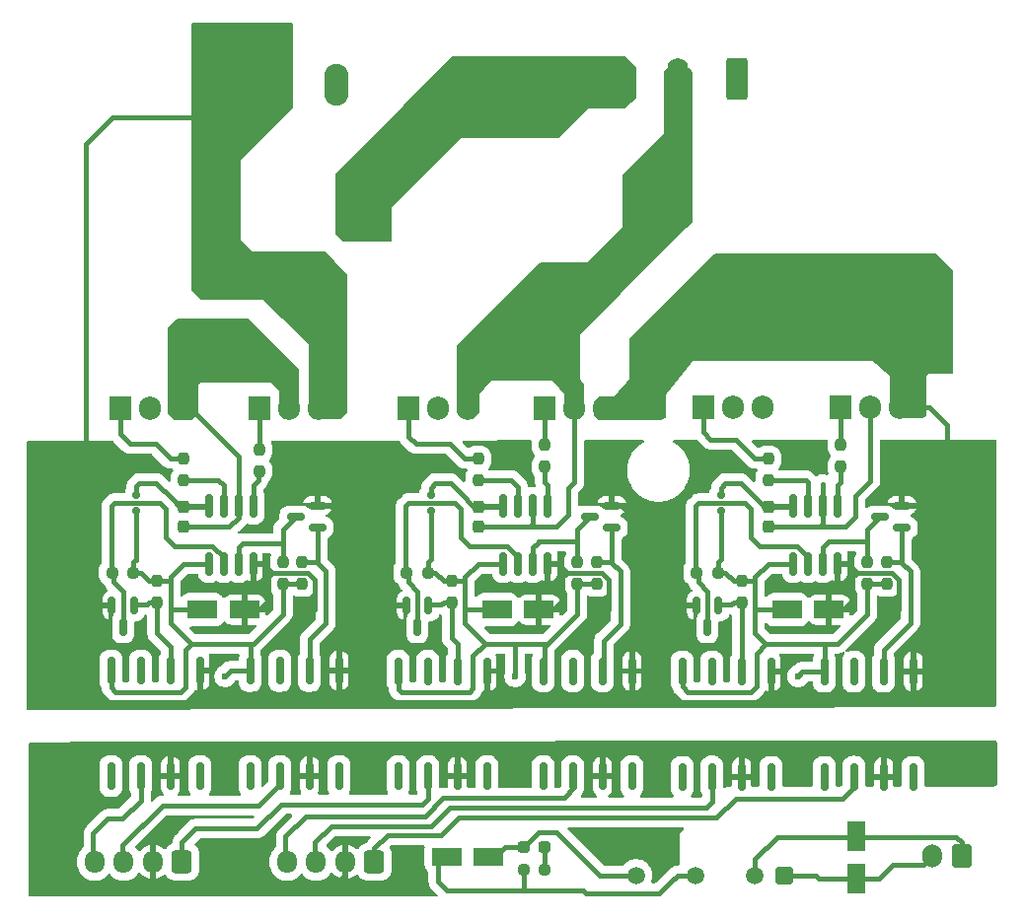
<source format=gbr>
%TF.GenerationSoftware,KiCad,Pcbnew,9.0.3*%
%TF.CreationDate,2025-08-30T18:14:31-03:00*%
%TF.ProjectId,PCB_Inversor,5043425f-496e-4766-9572-736f722e6b69,rev?*%
%TF.SameCoordinates,Original*%
%TF.FileFunction,Copper,L1,Top*%
%TF.FilePolarity,Positive*%
%FSLAX46Y46*%
G04 Gerber Fmt 4.6, Leading zero omitted, Abs format (unit mm)*
G04 Created by KiCad (PCBNEW 9.0.3) date 2025-08-30 18:14:31*
%MOMM*%
%LPD*%
G01*
G04 APERTURE LIST*
G04 Aperture macros list*
%AMRoundRect*
0 Rectangle with rounded corners*
0 $1 Rounding radius*
0 $2 $3 $4 $5 $6 $7 $8 $9 X,Y pos of 4 corners*
0 Add a 4 corners polygon primitive as box body*
4,1,4,$2,$3,$4,$5,$6,$7,$8,$9,$2,$3,0*
0 Add four circle primitives for the rounded corners*
1,1,$1+$1,$2,$3*
1,1,$1+$1,$4,$5*
1,1,$1+$1,$6,$7*
1,1,$1+$1,$8,$9*
0 Add four rect primitives between the rounded corners*
20,1,$1+$1,$2,$3,$4,$5,0*
20,1,$1+$1,$4,$5,$6,$7,0*
20,1,$1+$1,$6,$7,$8,$9,0*
20,1,$1+$1,$8,$9,$2,$3,0*%
G04 Aperture macros list end*
%TA.AperFunction,Conductor*%
%ADD10C,0.200000*%
%TD*%
%TA.AperFunction,ComponentPad*%
%ADD11RoundRect,0.249999X-0.790001X-1.550001X0.790001X-1.550001X0.790001X1.550001X-0.790001X1.550001X0*%
%TD*%
%TA.AperFunction,ComponentPad*%
%ADD12O,2.080000X3.600000*%
%TD*%
%TA.AperFunction,SMDPad,CuDef*%
%ADD13RoundRect,0.237500X0.237500X-0.250000X0.237500X0.250000X-0.237500X0.250000X-0.237500X-0.250000X0*%
%TD*%
%TA.AperFunction,SMDPad,CuDef*%
%ADD14RoundRect,0.250000X-1.050000X-0.550000X1.050000X-0.550000X1.050000X0.550000X-1.050000X0.550000X0*%
%TD*%
%TA.AperFunction,SMDPad,CuDef*%
%ADD15RoundRect,0.162500X0.162500X-1.012500X0.162500X1.012500X-0.162500X1.012500X-0.162500X-1.012500X0*%
%TD*%
%TA.AperFunction,SMDPad,CuDef*%
%ADD16RoundRect,0.237500X-0.237500X0.300000X-0.237500X-0.300000X0.237500X-0.300000X0.237500X0.300000X0*%
%TD*%
%TA.AperFunction,SMDPad,CuDef*%
%ADD17RoundRect,0.237500X0.287500X0.237500X-0.287500X0.237500X-0.287500X-0.237500X0.287500X-0.237500X0*%
%TD*%
%TA.AperFunction,SMDPad,CuDef*%
%ADD18RoundRect,0.150000X0.150000X-0.825000X0.150000X0.825000X-0.150000X0.825000X-0.150000X-0.825000X0*%
%TD*%
%TA.AperFunction,SMDPad,CuDef*%
%ADD19RoundRect,0.150000X-0.150000X0.587500X-0.150000X-0.587500X0.150000X-0.587500X0.150000X0.587500X0*%
%TD*%
%TA.AperFunction,SMDPad,CuDef*%
%ADD20RoundRect,0.237500X-0.237500X0.250000X-0.237500X-0.250000X0.237500X-0.250000X0.237500X0.250000X0*%
%TD*%
%TA.AperFunction,ComponentPad*%
%ADD21RoundRect,0.250000X0.600000X0.750000X-0.600000X0.750000X-0.600000X-0.750000X0.600000X-0.750000X0*%
%TD*%
%TA.AperFunction,ComponentPad*%
%ADD22O,1.700000X2.000000*%
%TD*%
%TA.AperFunction,SMDPad,CuDef*%
%ADD23RoundRect,0.150000X0.587500X0.150000X-0.587500X0.150000X-0.587500X-0.150000X0.587500X-0.150000X0*%
%TD*%
%TA.AperFunction,SMDPad,CuDef*%
%ADD24RoundRect,0.237500X0.250000X0.237500X-0.250000X0.237500X-0.250000X-0.237500X0.250000X-0.237500X0*%
%TD*%
%TA.AperFunction,SMDPad,CuDef*%
%ADD25RoundRect,0.250000X1.050000X0.550000X-1.050000X0.550000X-1.050000X-0.550000X1.050000X-0.550000X0*%
%TD*%
%TA.AperFunction,ComponentPad*%
%ADD26RoundRect,0.250000X0.600000X0.725000X-0.600000X0.725000X-0.600000X-0.725000X0.600000X-0.725000X0*%
%TD*%
%TA.AperFunction,ComponentPad*%
%ADD27O,1.700000X1.950000*%
%TD*%
%TA.AperFunction,ComponentPad*%
%ADD28RoundRect,0.250000X0.650000X1.550000X-0.650000X1.550000X-0.650000X-1.550000X0.650000X-1.550000X0*%
%TD*%
%TA.AperFunction,ComponentPad*%
%ADD29O,1.800000X3.600000*%
%TD*%
%TA.AperFunction,ComponentPad*%
%ADD30RoundRect,0.250001X-0.499999X0.499999X-0.499999X-0.499999X0.499999X-0.499999X0.499999X0.499999X0*%
%TD*%
%TA.AperFunction,ComponentPad*%
%ADD31C,1.500000*%
%TD*%
%TA.AperFunction,SMDPad,CuDef*%
%ADD32RoundRect,0.150000X0.200000X-0.150000X0.200000X0.150000X-0.200000X0.150000X-0.200000X-0.150000X0*%
%TD*%
%TA.AperFunction,SMDPad,CuDef*%
%ADD33RoundRect,0.250000X0.550000X-1.050000X0.550000X1.050000X-0.550000X1.050000X-0.550000X-1.050000X0*%
%TD*%
%TA.AperFunction,ComponentPad*%
%ADD34R,1.905000X2.000000*%
%TD*%
%TA.AperFunction,ComponentPad*%
%ADD35O,1.905000X2.000000*%
%TD*%
%TA.AperFunction,ViaPad*%
%ADD36C,0.508000*%
%TD*%
%TA.AperFunction,ViaPad*%
%ADD37C,0.600000*%
%TD*%
%TA.AperFunction,Conductor*%
%ADD38C,0.406400*%
%TD*%
%TA.AperFunction,Conductor*%
%ADD39C,0.381000*%
%TD*%
%TA.AperFunction,Conductor*%
%ADD40C,2.286000*%
%TD*%
G04 APERTURE END LIST*
D10*
%TO.N,Mid_U*%
X148971000Y-58737500D02*
X148971000Y-61277500D01*
X148082000Y-62166500D01*
X144907000Y-62166500D01*
X142367000Y-64706500D01*
X133985000Y-64706500D01*
X128016000Y-70675500D01*
X128016000Y-73596500D01*
X123952000Y-73596500D01*
X123317000Y-72961500D01*
X123317000Y-67881500D01*
X133350000Y-57848500D01*
X148082000Y-57848500D01*
X148971000Y-58737500D01*
%TA.AperFunction,Conductor*%
G36*
X148971000Y-58737500D02*
G01*
X148971000Y-61277500D01*
X148082000Y-62166500D01*
X144907000Y-62166500D01*
X142367000Y-64706500D01*
X133985000Y-64706500D01*
X128016000Y-70675500D01*
X128016000Y-73596500D01*
X123952000Y-73596500D01*
X123317000Y-72961500D01*
X123317000Y-67881500D01*
X133350000Y-57848500D01*
X148082000Y-57848500D01*
X148971000Y-58737500D01*
G37*
%TD.AperFunction*%
%TO.N,GND_Inv*%
X176149000Y-76200000D02*
X176149000Y-84963000D01*
X174117000Y-84963000D01*
X173863000Y-85217000D01*
X173863000Y-88582500D01*
X173679753Y-88773000D01*
X171475400Y-88773000D01*
X170942000Y-88239600D01*
X170942000Y-85191600D01*
X169418000Y-83820000D01*
X153924000Y-83820000D01*
X151511000Y-86836250D01*
X151511000Y-88201500D01*
X151511000Y-88709500D01*
X151213177Y-88950800D01*
X145903577Y-88950800D01*
X145542000Y-88566622D01*
X145542000Y-87524165D01*
X145941143Y-87058500D01*
X147209623Y-87058500D01*
X148570774Y-85492356D01*
X148543282Y-82025218D01*
X155829000Y-74739500D01*
X174752000Y-74739500D01*
X176149000Y-76200000D01*
%TA.AperFunction,Conductor*%
G36*
X176149000Y-76200000D02*
G01*
X176149000Y-84963000D01*
X174117000Y-84963000D01*
X173863000Y-85217000D01*
X173863000Y-88582500D01*
X173679753Y-88773000D01*
X171475400Y-88773000D01*
X170942000Y-88239600D01*
X170942000Y-85191600D01*
X169418000Y-83820000D01*
X153924000Y-83820000D01*
X151511000Y-86836250D01*
X151511000Y-88201500D01*
X151511000Y-88709500D01*
X151213177Y-88950800D01*
X145903577Y-88950800D01*
X145542000Y-88566622D01*
X145542000Y-87524165D01*
X145941143Y-87058500D01*
X147209623Y-87058500D01*
X148570774Y-85492356D01*
X148543282Y-82025218D01*
X155829000Y-74739500D01*
X174752000Y-74739500D01*
X176149000Y-76200000D01*
G37*
%TD.AperFunction*%
X119507000Y-62166500D02*
X115062000Y-66611500D01*
X115062000Y-73596500D01*
X116103400Y-74637900D01*
X122326400Y-74637900D01*
X124206000Y-76517500D01*
X124206000Y-88328500D01*
X123698000Y-88836500D01*
X121412000Y-88836500D01*
X121031000Y-88455500D01*
X121031000Y-82486500D01*
X117094000Y-78549500D01*
X111760000Y-78549500D01*
X110998000Y-77787500D01*
X110998000Y-67945000D01*
X110998000Y-54927500D01*
X119507000Y-54927500D01*
X119507000Y-62166500D01*
%TA.AperFunction,Conductor*%
G36*
X119507000Y-62166500D02*
G01*
X115062000Y-66611500D01*
X115062000Y-73596500D01*
X116103400Y-74637900D01*
X122326400Y-74637900D01*
X124206000Y-76517500D01*
X124206000Y-88328500D01*
X123698000Y-88836500D01*
X121412000Y-88836500D01*
X121031000Y-88455500D01*
X121031000Y-82486500D01*
X117094000Y-78549500D01*
X111760000Y-78549500D01*
X110998000Y-77787500D01*
X110998000Y-67945000D01*
X110998000Y-54927500D01*
X119507000Y-54927500D01*
X119507000Y-62166500D01*
G37*
%TD.AperFunction*%
%TO.N,Mid_U*%
X120015000Y-84709000D02*
X120015000Y-88455500D01*
X119634000Y-88836500D01*
X118872000Y-88836500D01*
X118491000Y-88455500D01*
X118491000Y-86423500D01*
X117729000Y-85661500D01*
X111633000Y-85661500D01*
X111379000Y-85915500D01*
X111379000Y-88479314D01*
X110930268Y-88900000D01*
X109448600Y-88900000D01*
X108966000Y-88447562D01*
X108966000Y-81153000D01*
X109728000Y-80391000D01*
X115697000Y-80391000D01*
X120015000Y-84709000D01*
%TA.AperFunction,Conductor*%
G36*
X120015000Y-84709000D02*
G01*
X120015000Y-88455500D01*
X119634000Y-88836500D01*
X118872000Y-88836500D01*
X118491000Y-88455500D01*
X118491000Y-86423500D01*
X117729000Y-85661500D01*
X111633000Y-85661500D01*
X111379000Y-85915500D01*
X111379000Y-88479314D01*
X110930268Y-88900000D01*
X109448600Y-88900000D01*
X108966000Y-88447562D01*
X108966000Y-81153000D01*
X109728000Y-80391000D01*
X115697000Y-80391000D01*
X120015000Y-84709000D01*
G37*
%TD.AperFunction*%
%TO.N,Mid_V*%
X153797000Y-59118500D02*
X153797000Y-71945500D01*
X152654000Y-73088500D01*
X144145000Y-81597500D01*
X144145000Y-85534500D01*
X144526000Y-85915500D01*
X144526000Y-88455500D01*
X144145000Y-88836500D01*
X143383000Y-88836500D01*
X143002000Y-88455500D01*
X143002000Y-86677500D01*
X141859000Y-85534500D01*
X136652000Y-85534500D01*
X135509000Y-86677500D01*
X135509000Y-88328500D01*
X135001000Y-88836500D01*
X134239000Y-88836500D01*
X133731000Y-88328500D01*
X133731000Y-82613500D01*
X140843000Y-75501500D01*
X144907000Y-75501500D01*
X147955000Y-72453500D01*
X147955000Y-68008500D01*
X151511000Y-64452500D01*
X151511000Y-59118500D01*
X152146000Y-58483500D01*
X153162000Y-58483500D01*
X153797000Y-59118500D01*
%TA.AperFunction,Conductor*%
G36*
X153797000Y-59118500D02*
G01*
X153797000Y-71945500D01*
X152654000Y-73088500D01*
X144145000Y-81597500D01*
X144145000Y-85534500D01*
X144526000Y-85915500D01*
X144526000Y-88455500D01*
X144145000Y-88836500D01*
X143383000Y-88836500D01*
X143002000Y-88455500D01*
X143002000Y-86677500D01*
X141859000Y-85534500D01*
X136652000Y-85534500D01*
X135509000Y-86677500D01*
X135509000Y-88328500D01*
X135001000Y-88836500D01*
X134239000Y-88836500D01*
X133731000Y-88328500D01*
X133731000Y-82613500D01*
X140843000Y-75501500D01*
X144907000Y-75501500D01*
X147955000Y-72453500D01*
X147955000Y-68008500D01*
X151511000Y-64452500D01*
X151511000Y-59118500D01*
X152146000Y-58483500D01*
X153162000Y-58483500D01*
X153797000Y-59118500D01*
G37*
%TD.AperFunction*%
%TD*%
D11*
%TO.P,HVDCBus1,1,Pin_1*%
%TO.N,GND_Inv*%
X118237000Y-60198000D03*
D12*
%TO.P,HVDCBus1,2,Pin_2*%
%TO.N,/Inversor/HVDC_Bus*%
X123317000Y-60198000D03*
%TD*%
D13*
%TO.P,R14,1*%
%TO.N,Net-(U7-LO)*%
X141224000Y-92987500D03*
%TO.P,R14,2*%
%TO.N,Gate_V_Low*%
X141224000Y-91162500D03*
%TD*%
%TO.P,R20,1*%
%TO.N,Net-(U10-LO)*%
X166624000Y-92987500D03*
%TO.P,R20,2*%
%TO.N,Gate_W_Low*%
X166624000Y-91162500D03*
%TD*%
D14*
%TO.P,C6,1*%
%TO.N,/Inversor/12V_Inv*%
X111843000Y-105283000D03*
%TO.P,C6,2*%
%TO.N,GND_Inv*%
X115443000Y-105283000D03*
%TD*%
D15*
%TO.P,U6,1,NC*%
%TO.N,unconnected-(U6-NC-Pad1)*%
X141097000Y-119603500D03*
%TO.P,U6,2*%
%TO.N,Signal_V_Sd*%
X143637000Y-119603500D03*
%TO.P,U6,3*%
%TO.N,/Inversor/Gnd_Micro*%
X146177000Y-119603500D03*
%TO.P,U6,4,NC*%
%TO.N,unconnected-(U6-NC-Pad4)*%
X148717000Y-119603500D03*
%TO.P,U6,5*%
%TO.N,GND_Inv*%
X148717000Y-110553500D03*
%TO.P,U6,6*%
%TO.N,Net-(Q10-B)*%
X146177000Y-110553500D03*
%TO.P,U6,7*%
%TO.N,unconnected-(U6-Pad7)*%
X143637000Y-110553500D03*
%TO.P,U6,8*%
%TO.N,/Inversor/12V_Inv*%
X141097000Y-110553500D03*
%TD*%
D13*
%TO.P,R16,1*%
%TO.N,/Inversor/12V_Inv*%
X170561000Y-103044000D03*
%TO.P,R16,2*%
%TO.N,Net-(Q12-B)*%
X170561000Y-101219000D03*
%TD*%
D16*
%TO.P,C9,1*%
%TO.N,Net-(D8-K)*%
X135509000Y-96446000D03*
%TO.P,C9,2*%
%TO.N,Mid_V*%
X135509000Y-98171000D03*
%TD*%
D17*
%TO.P,D1,1,K*%
%TO.N,Net-(D1-K)*%
X141196000Y-125666500D03*
%TO.P,D1,2,A*%
%TO.N,/Inversor/12V_Inv*%
X139446000Y-125666500D03*
%TD*%
D13*
%TO.P,R19,1*%
%TO.N,Net-(U10-HO)*%
X160401000Y-94154000D03*
%TO.P,R19,2*%
%TO.N,Gate_W_High*%
X160401000Y-92329000D03*
%TD*%
D15*
%TO.P,U2,1,NC*%
%TO.N,unconnected-(U2-NC-Pad1)*%
X104013000Y-119570500D03*
%TO.P,U2,2*%
%TO.N,Signal_U_In*%
X106553000Y-119570500D03*
%TO.P,U2,3*%
%TO.N,/Inversor/Gnd_Micro*%
X109093000Y-119570500D03*
%TO.P,U2,4,NC*%
%TO.N,unconnected-(U2-NC-Pad4)*%
X111633000Y-119570500D03*
%TO.P,U2,5*%
%TO.N,GND_Inv*%
X111633000Y-110520500D03*
%TO.P,U2,6*%
%TO.N,Net-(Q7-B)*%
X109093000Y-110520500D03*
%TO.P,U2,7*%
%TO.N,unconnected-(U2-Pad7)*%
X106553000Y-110520500D03*
%TO.P,U2,8*%
%TO.N,/Inversor/12V_Inv*%
X104013000Y-110520500D03*
%TD*%
%TO.P,U3,1,NC*%
%TO.N,unconnected-(U3-NC-Pad1)*%
X115951000Y-119570500D03*
%TO.P,U3,2*%
%TO.N,Signal_U_Sd*%
X118491000Y-119570500D03*
%TO.P,U3,3*%
%TO.N,/Inversor/Gnd_Micro*%
X121031000Y-119570500D03*
%TO.P,U3,4,NC*%
%TO.N,unconnected-(U3-NC-Pad4)*%
X123571000Y-119570500D03*
%TO.P,U3,5*%
%TO.N,GND_Inv*%
X123571000Y-110520500D03*
%TO.P,U3,6*%
%TO.N,Net-(Q8-B)*%
X121031000Y-110520500D03*
%TO.P,U3,7*%
%TO.N,unconnected-(U3-Pad7)*%
X118491000Y-110520500D03*
%TO.P,U3,8*%
%TO.N,/Inversor/12V_Inv*%
X115951000Y-110520500D03*
%TD*%
D13*
%TO.P,R18,1*%
%TO.N,/Inversor/12V_Inv*%
X168910000Y-103044000D03*
%TO.P,R18,2*%
%TO.N,Net-(Q12-C)*%
X168910000Y-101219000D03*
%TD*%
D18*
%TO.P,U10,1,VCC*%
%TO.N,/Inversor/12V_Inv*%
X162560000Y-101343000D03*
%TO.P,U10,2,IN*%
%TO.N,Net-(Q11-C)*%
X163830000Y-101343000D03*
%TO.P,U10,3,~{SD}*%
%TO.N,Net-(Q12-C)*%
X165100000Y-101343000D03*
%TO.P,U10,4,COM*%
%TO.N,GND_Inv*%
X166370000Y-101343000D03*
%TO.P,U10,5,LO*%
%TO.N,Net-(U10-LO)*%
X166370000Y-96393000D03*
%TO.P,U10,6,VS*%
%TO.N,Mid_W*%
X165100000Y-96393000D03*
%TO.P,U10,7,HO*%
%TO.N,Net-(U10-HO)*%
X163830000Y-96393000D03*
%TO.P,U10,8,VB*%
%TO.N,Net-(D9-K)*%
X162560000Y-96393000D03*
%TD*%
D15*
%TO.P,U8,1,NC*%
%TO.N,unconnected-(U8-NC-Pad1)*%
X153035000Y-119650500D03*
%TO.P,U8,2*%
%TO.N,Signal_W_In*%
X155575000Y-119650500D03*
%TO.P,U8,3*%
%TO.N,/Inversor/Gnd_Micro*%
X158115000Y-119650500D03*
%TO.P,U8,4,NC*%
%TO.N,unconnected-(U8-NC-Pad4)*%
X160655000Y-119650500D03*
%TO.P,U8,5*%
%TO.N,GND_Inv*%
X160655000Y-110600500D03*
%TO.P,U8,6*%
%TO.N,Net-(Q11-B)*%
X158115000Y-110600500D03*
%TO.P,U8,7*%
%TO.N,unconnected-(U8-Pad7)*%
X155575000Y-110600500D03*
%TO.P,U8,8*%
%TO.N,/Inversor/12V_Inv*%
X153035000Y-110600500D03*
%TD*%
D19*
%TO.P,Q7,1,B*%
%TO.N,Net-(Q7-B)*%
X105979000Y-104932000D03*
%TO.P,Q7,2,E*%
%TO.N,GND_Inv*%
X104079000Y-104932000D03*
%TO.P,Q7,3,C*%
%TO.N,Net-(Q7-C)*%
X105029000Y-106807000D03*
%TD*%
D16*
%TO.P,C7,1*%
%TO.N,Net-(D7-K)*%
X110236000Y-96446000D03*
%TO.P,C7,2*%
%TO.N,Mid_U*%
X110236000Y-98171000D03*
%TD*%
D13*
%TO.P,R8,1*%
%TO.N,Net-(U4-LO)*%
X116713000Y-93368500D03*
%TO.P,R8,2*%
%TO.N,Gate_U_Low*%
X116713000Y-91543500D03*
%TD*%
D20*
%TO.P,R15,1*%
%TO.N,/Inversor/12V_Inv*%
X158115000Y-102823000D03*
%TO.P,R15,2*%
%TO.N,Net-(Q11-B)*%
X158115000Y-104648000D03*
%TD*%
D13*
%TO.P,R12,1*%
%TO.N,/Inversor/12V_Inv*%
X144018000Y-103044000D03*
%TO.P,R12,2*%
%TO.N,Net-(Q10-C)*%
X144018000Y-101219000D03*
%TD*%
D14*
%TO.P,C10,1*%
%TO.N,/Inversor/12V_Inv*%
X162008000Y-105283000D03*
%TO.P,C10,2*%
%TO.N,GND_Inv*%
X165608000Y-105283000D03*
%TD*%
D15*
%TO.P,U9,1,NC*%
%TO.N,unconnected-(U9-NC-Pad1)*%
X165227000Y-119650500D03*
%TO.P,U9,2*%
%TO.N,Signal_W_Sd*%
X167767000Y-119650500D03*
%TO.P,U9,3*%
%TO.N,/Inversor/Gnd_Micro*%
X170307000Y-119650500D03*
%TO.P,U9,4,NC*%
%TO.N,unconnected-(U9-NC-Pad4)*%
X172847000Y-119650500D03*
%TO.P,U9,5*%
%TO.N,GND_Inv*%
X172847000Y-110600500D03*
%TO.P,U9,6*%
%TO.N,Net-(Q12-B)*%
X170307000Y-110600500D03*
%TO.P,U9,7*%
%TO.N,unconnected-(U9-Pad7)*%
X167767000Y-110600500D03*
%TO.P,U9,8*%
%TO.N,/Inversor/12V_Inv*%
X165227000Y-110600500D03*
%TD*%
D13*
%TO.P,R6,1*%
%TO.N,/Inversor/12V_Inv*%
X118745000Y-103044000D03*
%TO.P,R6,2*%
%TO.N,Net-(Q8-C)*%
X118745000Y-101219000D03*
%TD*%
D21*
%TO.P,12V_Inv1,1,Pin_1*%
%TO.N,Net-(12V_Inv1-Pin_1)*%
X177024000Y-126401137D03*
D22*
%TO.P,12V_Inv1,2,Pin_2*%
%TO.N,Net-(12V_Inv1-Pin_2)*%
X174524000Y-126401137D03*
%TD*%
D13*
%TO.P,R4,1*%
%TO.N,/Inversor/12V_Inv*%
X120396000Y-103044000D03*
%TO.P,R4,2*%
%TO.N,Net-(Q8-B)*%
X120396000Y-101219000D03*
%TD*%
D23*
%TO.P,Q12,1,B*%
%TO.N,Net-(Q12-B)*%
X171879500Y-98232000D03*
%TO.P,Q12,2,E*%
%TO.N,GND_Inv*%
X171879500Y-96332000D03*
%TO.P,Q12,3,C*%
%TO.N,Net-(Q12-C)*%
X170004500Y-97282000D03*
%TD*%
D15*
%TO.P,U5,1,NC*%
%TO.N,unconnected-(U5-NC-Pad1)*%
X128651000Y-119603500D03*
%TO.P,U5,2*%
%TO.N,Signal_V_In*%
X131191000Y-119603500D03*
%TO.P,U5,3*%
%TO.N,/Inversor/Gnd_Micro*%
X133731000Y-119603500D03*
%TO.P,U5,4,NC*%
%TO.N,unconnected-(U5-NC-Pad4)*%
X136271000Y-119603500D03*
%TO.P,U5,5*%
%TO.N,GND_Inv*%
X136271000Y-110553500D03*
%TO.P,U5,6*%
%TO.N,Net-(Q9-B)*%
X133731000Y-110553500D03*
%TO.P,U5,7*%
%TO.N,unconnected-(U5-Pad7)*%
X131191000Y-110553500D03*
%TO.P,U5,8*%
%TO.N,/Inversor/12V_Inv*%
X128651000Y-110553500D03*
%TD*%
D24*
%TO.P,R11,1*%
%TO.N,/Inversor/12V_Inv*%
X131191000Y-102108000D03*
%TO.P,R11,2*%
%TO.N,Net-(Q9-C)*%
X129366000Y-102108000D03*
%TD*%
D25*
%TO.P,C2,1*%
%TO.N,/Inversor/12V_Inv*%
X136406000Y-126528137D03*
%TO.P,C2,2*%
%TO.N,GND_Inv*%
X132806000Y-126528137D03*
%TD*%
D26*
%TO.P,Inv_Signal1,1,Pin_1*%
%TO.N,Signal_V_In*%
X110095000Y-126936500D03*
D27*
%TO.P,Inv_Signal1,2,Pin_2*%
%TO.N,/Inversor/Gnd_Micro*%
X107595000Y-126936500D03*
%TO.P,Inv_Signal1,3,Pin_3*%
%TO.N,Signal_U_Sd*%
X105095000Y-126936500D03*
%TO.P,Inv_Signal1,4,Pin_4*%
%TO.N,Signal_U_In*%
X102595000Y-126936500D03*
%TD*%
D13*
%TO.P,R10,1*%
%TO.N,/Inversor/12V_Inv*%
X145669000Y-103044000D03*
%TO.P,R10,2*%
%TO.N,Net-(Q10-B)*%
X145669000Y-101219000D03*
%TD*%
D24*
%TO.P,R5,1*%
%TO.N,/Inversor/12V_Inv*%
X105918000Y-102108000D03*
%TO.P,R5,2*%
%TO.N,Net-(Q7-C)*%
X104093000Y-102108000D03*
%TD*%
D16*
%TO.P,C11,1*%
%TO.N,Net-(D9-K)*%
X160401000Y-96446000D03*
%TO.P,C11,2*%
%TO.N,Mid_W*%
X160401000Y-98171000D03*
%TD*%
D28*
%TO.P,Motor_Out1,1,Pin_1*%
%TO.N,Mid_W*%
X157734000Y-59690000D03*
D29*
%TO.P,Motor_Out1,2,Pin_2*%
%TO.N,Mid_V*%
X152654000Y-59690000D03*
%TO.P,Motor_Out1,3,Pin_3*%
%TO.N,Mid_U*%
X147574000Y-59690000D03*
%TD*%
D30*
%TO.P,U1,1,+Vin*%
%TO.N,Net-(12V_Inv1-Pin_2)*%
X161784000Y-128079500D03*
D31*
%TO.P,U1,2,-Vin*%
%TO.N,Net-(12V_Inv1-Pin_1)*%
X159244000Y-128079500D03*
%TO.P,U1,4,-Vout*%
%TO.N,GND_Inv*%
X154164000Y-128079500D03*
%TO.P,U1,6,+Vout*%
%TO.N,/Inversor/12V_Inv*%
X149084000Y-128079500D03*
%TD*%
D14*
%TO.P,C8,1*%
%TO.N,/Inversor/12V_Inv*%
X137116000Y-105283000D03*
%TO.P,C8,2*%
%TO.N,GND_Inv*%
X140716000Y-105283000D03*
%TD*%
D13*
%TO.P,R13,1*%
%TO.N,Net-(U7-HO)*%
X135509000Y-94154000D03*
%TO.P,R13,2*%
%TO.N,Gate_V_High*%
X135509000Y-92329000D03*
%TD*%
D18*
%TO.P,U4,1,VCC*%
%TO.N,/Inversor/12V_Inv*%
X112395000Y-101343000D03*
%TO.P,U4,2,IN*%
%TO.N,Net-(Q7-C)*%
X113665000Y-101343000D03*
%TO.P,U4,3,~{SD}*%
%TO.N,Net-(Q8-C)*%
X114935000Y-101343000D03*
%TO.P,U4,4,COM*%
%TO.N,GND_Inv*%
X116205000Y-101343000D03*
%TO.P,U4,5,LO*%
%TO.N,Net-(U4-LO)*%
X116205000Y-96393000D03*
%TO.P,U4,6,VS*%
%TO.N,Mid_U*%
X114935000Y-96393000D03*
%TO.P,U4,7,HO*%
%TO.N,Net-(U4-HO)*%
X113665000Y-96393000D03*
%TO.P,U4,8,VB*%
%TO.N,Net-(D7-K)*%
X112395000Y-96393000D03*
%TD*%
D23*
%TO.P,Q8,1,B*%
%TO.N,Net-(Q8-B)*%
X121714500Y-98232000D03*
%TO.P,Q8,2,E*%
%TO.N,GND_Inv*%
X121714500Y-96332000D03*
%TO.P,Q8,3,C*%
%TO.N,Net-(Q8-C)*%
X119839500Y-97282000D03*
%TD*%
D20*
%TO.P,R3,1*%
%TO.N,/Inversor/12V_Inv*%
X107950000Y-102823000D03*
%TO.P,R3,2*%
%TO.N,Net-(Q7-B)*%
X107950000Y-104648000D03*
%TD*%
D32*
%TO.P,D9,1,K*%
%TO.N,Net-(D9-K)*%
X156337000Y-95406000D03*
%TO.P,D9,2,A*%
%TO.N,/Inversor/12V_Inv*%
X156337000Y-96806000D03*
%TD*%
D18*
%TO.P,U7,1,VCC*%
%TO.N,/Inversor/12V_Inv*%
X137668000Y-101343000D03*
%TO.P,U7,2,IN*%
%TO.N,Net-(Q9-C)*%
X138938000Y-101343000D03*
%TO.P,U7,3,~{SD}*%
%TO.N,Net-(Q10-C)*%
X140208000Y-101343000D03*
%TO.P,U7,4,COM*%
%TO.N,GND_Inv*%
X141478000Y-101343000D03*
%TO.P,U7,5,LO*%
%TO.N,Net-(U7-LO)*%
X141478000Y-96393000D03*
%TO.P,U7,6,VS*%
%TO.N,Mid_V*%
X140208000Y-96393000D03*
%TO.P,U7,7,HO*%
%TO.N,Net-(U7-HO)*%
X138938000Y-96393000D03*
%TO.P,U7,8,VB*%
%TO.N,Net-(D8-K)*%
X137668000Y-96393000D03*
%TD*%
D32*
%TO.P,D7,1,K*%
%TO.N,Net-(D7-K)*%
X106172000Y-95406000D03*
%TO.P,D7,2,A*%
%TO.N,/Inversor/12V_Inv*%
X106172000Y-96806000D03*
%TD*%
D24*
%TO.P,R17,1*%
%TO.N,/Inversor/12V_Inv*%
X156083000Y-102108000D03*
%TO.P,R17,2*%
%TO.N,Net-(Q11-C)*%
X154258000Y-102108000D03*
%TD*%
%TO.P,R1,1*%
%TO.N,Net-(D1-K)*%
X141233500Y-127571500D03*
%TO.P,R1,2*%
%TO.N,GND_Inv*%
X139408500Y-127571500D03*
%TD*%
D23*
%TO.P,Q10,1,B*%
%TO.N,Net-(Q10-B)*%
X146987500Y-98232000D03*
%TO.P,Q10,2,E*%
%TO.N,GND_Inv*%
X146987500Y-96332000D03*
%TO.P,Q10,3,C*%
%TO.N,Net-(Q10-C)*%
X145112500Y-97282000D03*
%TD*%
D19*
%TO.P,Q9,1,B*%
%TO.N,Net-(Q9-B)*%
X131252000Y-104932000D03*
%TO.P,Q9,2,E*%
%TO.N,GND_Inv*%
X129352000Y-104932000D03*
%TO.P,Q9,3,C*%
%TO.N,Net-(Q9-C)*%
X130302000Y-106807000D03*
%TD*%
D32*
%TO.P,D8,1,K*%
%TO.N,Net-(D8-K)*%
X131445000Y-95406000D03*
%TO.P,D8,2,A*%
%TO.N,/Inversor/12V_Inv*%
X131445000Y-96806000D03*
%TD*%
D13*
%TO.P,R7,1*%
%TO.N,Net-(U4-HO)*%
X110236000Y-94154000D03*
%TO.P,R7,2*%
%TO.N,Gate_U_High*%
X110236000Y-92329000D03*
%TD*%
D26*
%TO.P,Inv_Signal2,1,Pin_1*%
%TO.N,Signal_W_Sd*%
X126605000Y-126936500D03*
D27*
%TO.P,Inv_Signal2,2,Pin_2*%
%TO.N,/Inversor/Gnd_Micro*%
X124105000Y-126936500D03*
%TO.P,Inv_Signal2,3,Pin_3*%
%TO.N,Signal_W_In*%
X121605000Y-126936500D03*
%TO.P,Inv_Signal2,4,Pin_4*%
%TO.N,Signal_V_Sd*%
X119105000Y-126936500D03*
%TD*%
D19*
%TO.P,Q11,1,B*%
%TO.N,Net-(Q11-B)*%
X156144000Y-104932000D03*
%TO.P,Q11,2,E*%
%TO.N,GND_Inv*%
X154244000Y-104932000D03*
%TO.P,Q11,3,C*%
%TO.N,Net-(Q11-C)*%
X155194000Y-106807000D03*
%TD*%
D20*
%TO.P,R9,1*%
%TO.N,/Inversor/12V_Inv*%
X133223000Y-102823000D03*
%TO.P,R9,2*%
%TO.N,Net-(Q9-B)*%
X133223000Y-104648000D03*
%TD*%
D33*
%TO.P,C1,1*%
%TO.N,Net-(12V_Inv1-Pin_2)*%
X168007000Y-128355500D03*
%TO.P,C1,2*%
%TO.N,Net-(12V_Inv1-Pin_1)*%
X168007000Y-124755500D03*
%TD*%
D34*
%TO.P,Q6,1,G*%
%TO.N,Gate_W_Low*%
X166624000Y-87884000D03*
D35*
%TO.P,Q6,2,D*%
%TO.N,Mid_W*%
X169164000Y-87884000D03*
%TO.P,Q6,3,S*%
%TO.N,GND_Inv*%
X171704000Y-87884000D03*
%TD*%
D34*
%TO.P,Q4,1,G*%
%TO.N,Gate_V_Low*%
X141224000Y-88011000D03*
D35*
%TO.P,Q4,2,D*%
%TO.N,Mid_V*%
X143764000Y-88011000D03*
%TO.P,Q4,3,S*%
%TO.N,GND_Inv*%
X146304000Y-88011000D03*
%TD*%
D34*
%TO.P,Q1,1,G*%
%TO.N,Gate_U_High*%
X104775000Y-88011000D03*
D35*
%TO.P,Q1,2,D*%
%TO.N,/Inversor/HVDC_Bus*%
X107315000Y-88011000D03*
%TO.P,Q1,3,S*%
%TO.N,Mid_U*%
X109855000Y-88011000D03*
%TD*%
D34*
%TO.P,Q3,1,G*%
%TO.N,Gate_V_High*%
X129540000Y-88011000D03*
D35*
%TO.P,Q3,2,D*%
%TO.N,/Inversor/HVDC_Bus*%
X132080000Y-88011000D03*
%TO.P,Q3,3,S*%
%TO.N,Mid_V*%
X134620000Y-88011000D03*
%TD*%
D34*
%TO.P,Q2,1,G*%
%TO.N,Gate_U_Low*%
X116713000Y-88011000D03*
D35*
%TO.P,Q2,2,D*%
%TO.N,Mid_U*%
X119253000Y-88011000D03*
%TO.P,Q2,3,S*%
%TO.N,GND_Inv*%
X121793000Y-88011000D03*
%TD*%
D34*
%TO.P,Q5,1,G*%
%TO.N,Gate_W_High*%
X154813000Y-87884000D03*
D35*
%TO.P,Q5,2,D*%
%TO.N,/Inversor/HVDC_Bus*%
X157353000Y-87884000D03*
%TO.P,Q5,3,S*%
%TO.N,Mid_W*%
X159893000Y-87884000D03*
%TD*%
D36*
%TO.N,GND_Inv*%
X115189000Y-58229500D03*
X113157000Y-59245500D03*
X112141000Y-57213500D03*
X112141000Y-59245500D03*
X112141000Y-58229500D03*
X115189000Y-61277500D03*
X115189000Y-60261500D03*
X115189000Y-59245500D03*
X115189000Y-57213500D03*
X115189000Y-56197500D03*
X113157000Y-61277500D03*
X114173000Y-59245500D03*
X114173000Y-61277500D03*
X113157000Y-60261500D03*
X113157000Y-58229500D03*
X113157000Y-57213500D03*
X114173000Y-56197500D03*
D37*
X175768000Y-113220500D03*
D36*
X114173000Y-57213500D03*
X112141000Y-56197500D03*
X112141000Y-61277500D03*
X112141000Y-60261500D03*
X114173000Y-60261500D03*
X114173000Y-58229500D03*
X113157000Y-56197500D03*
D37*
%TO.N,/Inversor/12V_Inv*%
X162941000Y-110998000D03*
X138684000Y-110998000D03*
X113792000Y-110998000D03*
D36*
%TO.N,Mid_U*%
X127254000Y-70548500D03*
X127254000Y-71564500D03*
X144145000Y-58356500D03*
X142113000Y-59372500D03*
X126238000Y-70548500D03*
X144145000Y-61404500D03*
X141097000Y-58356500D03*
X127254000Y-72580500D03*
X126238000Y-72580500D03*
X125222000Y-72580500D03*
X124206000Y-70548500D03*
X142113000Y-60388500D03*
X141097000Y-59372500D03*
X142113000Y-61404500D03*
X144145000Y-60388500D03*
X142113000Y-58356500D03*
X126238000Y-71564500D03*
X124206000Y-71564500D03*
X144145000Y-59372500D03*
X141097000Y-60388500D03*
X143129000Y-59372500D03*
X125222000Y-70548500D03*
X143129000Y-60388500D03*
X125222000Y-71564500D03*
X124206000Y-72580500D03*
X143129000Y-61404500D03*
X143129000Y-58356500D03*
%TO.N,Mid_V*%
X153416000Y-68516500D03*
X150368000Y-69532500D03*
X153416000Y-67500500D03*
X151384000Y-66484500D03*
X151384000Y-68516500D03*
X152400000Y-69532500D03*
X152400000Y-66484500D03*
X150368000Y-66484500D03*
X153416000Y-69532500D03*
X151384000Y-69532500D03*
X150368000Y-68516500D03*
X152400000Y-67500500D03*
X150368000Y-67500500D03*
X153416000Y-66484500D03*
X151384000Y-67500500D03*
X152400000Y-68516500D03*
%TD*%
D38*
%TO.N,GND_Inv*%
X148717000Y-111569500D02*
X148717000Y-113220500D01*
X144968200Y-113220500D02*
X143954500Y-113220500D01*
X116205000Y-101343000D02*
X117091000Y-101343000D01*
X115465000Y-105283000D02*
X115443000Y-105305000D01*
X123571000Y-113220500D02*
X123571000Y-107630000D01*
X144968200Y-106999800D02*
X144968200Y-113220500D01*
X151067241Y-129603500D02*
X144780000Y-129603500D01*
X174244000Y-87884000D02*
X171704000Y-87884000D01*
X149542500Y-113220500D02*
X143954500Y-113220500D01*
X141986000Y-105283000D02*
X142748000Y-104521000D01*
X132842000Y-129349500D02*
X139305000Y-129349500D01*
X123444000Y-113220500D02*
X122650250Y-113220500D01*
X123571000Y-107630000D02*
X123632000Y-107569000D01*
X153132000Y-104932000D02*
X151003000Y-107061000D01*
X152971500Y-113220500D02*
X151003000Y-113220500D01*
X147828000Y-96329500D02*
X148717000Y-97218500D01*
X104079000Y-104932000D02*
X101884000Y-104932000D01*
X148717000Y-97218500D02*
X148717000Y-110553500D01*
X119826800Y-106868200D02*
X119826800Y-113159300D01*
X152400000Y-128333500D02*
X152337241Y-128333500D01*
X142748000Y-104521000D02*
X142748000Y-102494400D01*
X129352000Y-104932000D02*
X128367000Y-104932000D01*
X152654000Y-128079500D02*
X152400000Y-128333500D01*
X139432000Y-127548000D02*
X139432000Y-129222500D01*
X151003000Y-107061000D02*
X151003000Y-113220500D01*
X119826800Y-113159300D02*
X119888000Y-113220500D01*
X171029282Y-102110700D02*
X171625500Y-102706918D01*
X132080000Y-128587500D02*
X132842000Y-129349500D01*
X123632000Y-97089000D02*
X122875000Y-96332000D01*
X144780000Y-129603500D02*
X144526000Y-129349500D01*
X146733500Y-102706918D02*
X146733500Y-105234500D01*
X142748000Y-102494400D02*
X143131700Y-102110700D01*
X117091000Y-101343000D02*
X117858700Y-102110700D01*
X140716000Y-105283000D02*
X141986000Y-105283000D01*
X141478000Y-101343000D02*
X142364000Y-101343000D01*
X154164000Y-128079500D02*
X152654000Y-128079500D01*
X136271000Y-113220500D02*
X136271000Y-110998000D01*
X101854000Y-65278000D02*
X104140000Y-62992000D01*
X169037000Y-107823000D02*
X169037000Y-113220500D01*
X117475000Y-104521000D02*
X117475000Y-102494400D01*
X102997000Y-113220500D02*
X101854000Y-112077500D01*
X146137282Y-102110700D02*
X146733500Y-102706918D01*
X132080000Y-126577500D02*
X132080000Y-128587500D01*
X121460500Y-102706918D02*
X121460500Y-105234500D01*
X132806000Y-126528137D02*
X132129363Y-126528137D01*
X143131700Y-102110700D02*
X146137282Y-102110700D01*
X139408500Y-127571500D02*
X139432000Y-127548000D01*
X167640000Y-104521000D02*
X167640000Y-102494400D01*
X159956500Y-113220500D02*
X152971500Y-113220500D01*
X168023700Y-102110700D02*
X171029282Y-102110700D01*
X171879500Y-96332000D02*
X175702000Y-96332000D01*
X121460500Y-105234500D02*
X119826800Y-106868200D01*
X111633000Y-113220500D02*
X123444000Y-113220500D01*
X167256000Y-101343000D02*
X168023700Y-102110700D01*
X166878000Y-105283000D02*
X167640000Y-104521000D01*
X146939000Y-96329500D02*
X147828000Y-96329500D01*
X165630000Y-105283000D02*
X165608000Y-105305000D01*
X120864282Y-102110700D02*
X121460500Y-102706918D01*
X111633000Y-113220500D02*
X102997000Y-113220500D01*
X175768000Y-107442000D02*
X175768000Y-96266000D01*
X117858700Y-102110700D02*
X120864282Y-102110700D01*
X160655000Y-110998000D02*
X160655000Y-113220500D01*
X148717000Y-110553500D02*
X148717000Y-111569500D01*
X146733500Y-105234500D02*
X144968200Y-106999800D01*
X117475000Y-102494400D02*
X117858700Y-102110700D01*
X175768000Y-113220500D02*
X175768000Y-107442000D01*
X122875000Y-96332000D02*
X121714500Y-96332000D01*
X132129363Y-126528137D02*
X132080000Y-126577500D01*
X175702000Y-96332000D02*
X175768000Y-96266000D01*
X128367000Y-104932000D02*
X126365000Y-106934000D01*
X144526000Y-129349500D02*
X139305000Y-129349500D01*
X175768000Y-89408000D02*
X174244000Y-87884000D01*
X151003000Y-113220500D02*
X149542500Y-113220500D01*
X148717000Y-111125000D02*
X148717000Y-111569500D01*
X152337241Y-128333500D02*
X151067241Y-129603500D01*
X138811000Y-113220500D02*
X143954500Y-113220500D01*
X123632000Y-107569000D02*
X123632000Y-97089000D01*
X111633000Y-110520500D02*
X111633000Y-113220500D01*
X167640000Y-102494400D02*
X168023700Y-102110700D01*
X138811000Y-113220500D02*
X126365000Y-113220500D01*
X171625500Y-105234500D02*
X169037000Y-107823000D01*
X166370000Y-101343000D02*
X167256000Y-101343000D01*
X171625500Y-102706918D02*
X171625500Y-105234500D01*
X154244000Y-104932000D02*
X153132000Y-104932000D01*
X165608000Y-105283000D02*
X166878000Y-105283000D01*
X126365000Y-106934000D02*
X126365000Y-113220500D01*
X142364000Y-101343000D02*
X143131700Y-102110700D01*
X115443000Y-105283000D02*
X116713000Y-105283000D01*
X159956500Y-113220500D02*
X168719500Y-113220500D01*
X101854000Y-112077500D02*
X101854000Y-65278000D01*
X104140000Y-62992000D02*
X113411000Y-62992000D01*
X122650250Y-113220500D02*
X126365000Y-113220500D01*
X168719500Y-113220500D02*
X175768000Y-113220500D01*
X172847000Y-110998000D02*
X172847000Y-113220500D01*
X139432000Y-129222500D02*
X139305000Y-129349500D01*
X175768000Y-96266000D02*
X175768000Y-89408000D01*
X140738000Y-105283000D02*
X140716000Y-105305000D01*
X116713000Y-105283000D02*
X117475000Y-104521000D01*
%TO.N,Net-(D1-K)*%
X141196000Y-125666500D02*
X141196000Y-127534000D01*
X141196000Y-127534000D02*
X141233500Y-127571500D01*
%TO.N,Signal_U_In*%
X106553000Y-121688137D02*
X106553000Y-118618000D01*
X103745000Y-123226137D02*
X105015000Y-123226137D01*
X102475000Y-124496137D02*
X103745000Y-123226137D01*
X102475000Y-126936500D02*
X102475000Y-124496137D01*
X105015000Y-123226137D02*
X106553000Y-121688137D01*
%TO.N,Signal_U_Sd*%
X118491000Y-120269000D02*
X118491000Y-118618000D01*
X116649500Y-122110500D02*
X118491000Y-120269000D01*
X105015000Y-126936500D02*
X105015000Y-125512137D01*
X105015000Y-125512137D02*
X108416637Y-122110500D01*
X108416637Y-122110500D02*
X116649500Y-122110500D01*
%TO.N,Signal_V_In*%
X110095000Y-126936500D02*
X110095000Y-125258137D01*
X118618000Y-121983500D02*
X130683000Y-121983500D01*
X116529182Y-124072319D02*
X118618000Y-121983500D01*
X111280818Y-124072319D02*
X116529182Y-124072319D01*
X130683000Y-121983500D02*
X131191000Y-121475500D01*
X131191000Y-121475500D02*
X131191000Y-119984500D01*
X110095000Y-125258137D02*
X111280818Y-124072319D01*
%TO.N,Signal_W_In*%
X122894637Y-123888500D02*
X121525000Y-125258137D01*
X155575000Y-118618000D02*
X155575000Y-121793000D01*
X155130500Y-122237500D02*
X133096000Y-122237500D01*
X133096000Y-122237500D02*
X131445000Y-123888500D01*
X131445000Y-123888500D02*
X122894637Y-123888500D01*
X155575000Y-121793000D02*
X155130500Y-122237500D01*
X121525000Y-125258137D02*
X121525000Y-126936500D01*
%TO.N,Signal_V_Sd*%
X142875000Y-121412000D02*
X143764000Y-120523000D01*
X130937000Y-122999500D02*
X132524500Y-121412000D01*
X118985000Y-126936500D02*
X118985000Y-124750137D01*
X132524500Y-121412000D02*
X142875000Y-121412000D01*
X118985000Y-124750137D02*
X120735637Y-122999500D01*
X143764000Y-120523000D02*
X143764000Y-118618000D01*
X120735637Y-122999500D02*
X130937000Y-122999500D01*
%TO.N,Signal_W_Sd*%
X126605000Y-125766137D02*
X126605000Y-126936500D01*
X167767000Y-118651000D02*
X167767000Y-120523000D01*
X166814500Y-121475500D02*
X157607000Y-121475500D01*
X155956000Y-123126500D02*
X133858000Y-123126500D01*
X133858000Y-123126500D02*
X132334000Y-124650500D01*
X127720637Y-124650500D02*
X126605000Y-125766137D01*
X157607000Y-121475500D02*
X155956000Y-123126500D01*
X132334000Y-124650500D02*
X127720637Y-124650500D01*
X167767000Y-120523000D02*
X166814500Y-121475500D01*
%TO.N,Gate_U_High*%
X104775000Y-88138000D02*
X104775000Y-90170000D01*
X104775000Y-90170000D02*
X105664000Y-91059000D01*
X104775000Y-88011000D02*
X104902000Y-88011000D01*
X104902000Y-88011000D02*
X104775000Y-88138000D01*
X105664000Y-91059000D02*
X107823000Y-91059000D01*
X107823000Y-91059000D02*
X109093000Y-92329000D01*
X109093000Y-92329000D02*
X110236000Y-92329000D01*
%TO.N,Gate_U_Low*%
X116713000Y-91543500D02*
X116713000Y-88011000D01*
%TO.N,Gate_V_High*%
X134366000Y-92329000D02*
X135509000Y-92329000D01*
X133096000Y-91059000D02*
X134366000Y-92329000D01*
X129540000Y-90424000D02*
X130175000Y-91059000D01*
X129540000Y-88011000D02*
X129540000Y-90424000D01*
X130175000Y-91059000D02*
X133096000Y-91059000D01*
%TO.N,Gate_V_Low*%
X141224000Y-88011000D02*
X141224000Y-91162500D01*
%TO.N,Net-(12V_Inv1-Pin_1)*%
X159244000Y-128079500D02*
X159244000Y-126721900D01*
X161188400Y-124777500D02*
X176542700Y-124777500D01*
X176542700Y-124777500D02*
X177024000Y-125258800D01*
X159244000Y-126721900D02*
X161188400Y-124777500D01*
X177024000Y-125258800D02*
X177024000Y-126401137D01*
%TO.N,Gate_W_High*%
X154813000Y-87884000D02*
X154813000Y-88773000D01*
X154813000Y-87884000D02*
X154813000Y-90043000D01*
X157607000Y-90678000D02*
X159258000Y-92329000D01*
X159258000Y-92329000D02*
X160401000Y-92329000D01*
X154813000Y-90043000D02*
X155448000Y-90678000D01*
X155448000Y-90678000D02*
X157607000Y-90678000D01*
%TO.N,Gate_W_Low*%
X166624000Y-91162500D02*
X166624000Y-87884000D01*
%TO.N,Net-(Q9-C)*%
X129286000Y-96393000D02*
X129286000Y-101600000D01*
X137971914Y-99822000D02*
X134747000Y-99822000D01*
X134747000Y-99822000D02*
X133985000Y-99060000D01*
X133985000Y-96647000D02*
X133477000Y-96139000D01*
X129516500Y-102108000D02*
X129286000Y-101877500D01*
X138938000Y-100788086D02*
X137971914Y-99822000D01*
X133985000Y-99060000D02*
X133985000Y-96647000D01*
D39*
X129578500Y-96100500D02*
X129540000Y-96139000D01*
D38*
X129516500Y-102910000D02*
X129516500Y-102108000D01*
X129366000Y-102108000D02*
X129286000Y-102028000D01*
X129286000Y-101600000D02*
X129286000Y-102028000D01*
X130302000Y-106807000D02*
X130302000Y-103695500D01*
X138938000Y-101343000D02*
X138938000Y-100788086D01*
X129286000Y-101877500D02*
X129286000Y-101600000D01*
X130302000Y-103695500D02*
X129516500Y-102910000D01*
D39*
X133477000Y-96139000D02*
X133438500Y-96100500D01*
X133438500Y-96100500D02*
X129578500Y-96100500D01*
D38*
X129540000Y-96139000D02*
X129286000Y-96393000D01*
%TO.N,Net-(Q9-B)*%
X132356000Y-104853500D02*
X132561500Y-104648000D01*
X133223000Y-107696000D02*
X133731000Y-108204000D01*
X132561500Y-104648000D02*
X133223000Y-104648000D01*
X131252000Y-104853500D02*
X132356000Y-104853500D01*
X133731000Y-108204000D02*
X133731000Y-110998000D01*
X133223000Y-104648000D02*
X133223000Y-107696000D01*
%TO.N,Net-(Q10-B)*%
X147701000Y-106426000D02*
X147701000Y-101995000D01*
X147005000Y-101092000D02*
X146901500Y-101195500D01*
X147005000Y-98618000D02*
X147005000Y-101092000D01*
X147701000Y-106553000D02*
X146304000Y-107950000D01*
X147701000Y-101995000D02*
X147005000Y-101299000D01*
X147005000Y-101299000D02*
X146925000Y-101219000D01*
X147701000Y-106426000D02*
X147701000Y-106553000D01*
X146304000Y-107950000D02*
X146304000Y-110998000D01*
X146987500Y-98600500D02*
X147005000Y-98618000D01*
X146987500Y-98232000D02*
X146987500Y-98600500D01*
X147005000Y-101299000D02*
X147005000Y-101092000D01*
X146925000Y-101219000D02*
X145669000Y-101219000D01*
%TO.N,Net-(Q10-C)*%
X144018000Y-98376500D02*
X145112500Y-97282000D01*
X144018000Y-100330000D02*
X144018000Y-99441000D01*
X144018000Y-99441000D02*
X144018000Y-98376500D01*
X140589000Y-99568000D02*
X140208000Y-99949000D01*
X140208000Y-99949000D02*
X140208000Y-101343000D01*
X140716000Y-99441000D02*
X144018000Y-99441000D01*
X140589000Y-99568000D02*
X140716000Y-99441000D01*
X144018000Y-100330000D02*
X144018000Y-101219000D01*
D39*
%TO.N,Net-(Q11-C)*%
X158369000Y-96139000D02*
X158340500Y-96110500D01*
D38*
X162863914Y-99822000D02*
X159639000Y-99822000D01*
D39*
X154460500Y-96110500D02*
X154432000Y-96139000D01*
D38*
X158877000Y-96647000D02*
X158369000Y-96139000D01*
X154408500Y-102910000D02*
X154408500Y-102108000D01*
X158877000Y-99060000D02*
X158877000Y-96647000D01*
X155194000Y-103695500D02*
X154408500Y-102910000D01*
X154258000Y-102108000D02*
X154178000Y-102028000D01*
X155194000Y-106807000D02*
X155194000Y-103695500D01*
X159639000Y-99822000D02*
X158877000Y-99060000D01*
D39*
X158340500Y-96110500D02*
X154460500Y-96110500D01*
D38*
X154432000Y-96139000D02*
X154178000Y-96393000D01*
X154178000Y-101877500D02*
X154178000Y-101600000D01*
X163830000Y-101343000D02*
X163830000Y-100788086D01*
X154178000Y-96393000D02*
X154178000Y-101600000D01*
X154178000Y-101600000D02*
X154178000Y-102028000D01*
X163830000Y-100788086D02*
X162863914Y-99822000D01*
X154408500Y-102108000D02*
X154178000Y-101877500D01*
%TO.N,Net-(Q11-B)*%
X158115000Y-110998000D02*
X158115000Y-104648000D01*
X157453500Y-104648000D02*
X158115000Y-104648000D01*
X156144000Y-104853500D02*
X157248000Y-104853500D01*
X157248000Y-104853500D02*
X157453500Y-104648000D01*
%TO.N,Net-(Q12-B)*%
X171897000Y-101092000D02*
X171793500Y-101195500D01*
X171897000Y-101299000D02*
X171897000Y-101092000D01*
X171879500Y-98600500D02*
X171897000Y-98618000D01*
X171879500Y-98232000D02*
X171879500Y-98600500D01*
X171897000Y-98618000D02*
X171897000Y-101092000D01*
X172593000Y-106426000D02*
X172593000Y-101995000D01*
X171817000Y-101219000D02*
X170561000Y-101219000D01*
X172593000Y-101995000D02*
X171897000Y-101299000D01*
X171897000Y-101299000D02*
X171817000Y-101219000D01*
X170307000Y-110998000D02*
X170307000Y-108712000D01*
X170307000Y-108712000D02*
X172593000Y-106426000D01*
%TO.N,Net-(Q12-C)*%
X168910000Y-98376500D02*
X168910000Y-101219000D01*
X165608000Y-99441000D02*
X165100000Y-99949000D01*
X165100000Y-99949000D02*
X165100000Y-101343000D01*
X168910000Y-99441000D02*
X165608000Y-99441000D01*
X168910000Y-98376500D02*
X170004500Y-97282000D01*
%TO.N,/Inversor/12V_Inv*%
X145936363Y-128079500D02*
X149084000Y-128079500D01*
X115951000Y-110520500D02*
X114269500Y-110520500D01*
X112395000Y-101343000D02*
X110239000Y-101343000D01*
X131191000Y-102108000D02*
X131191000Y-101219000D01*
X160210500Y-108204000D02*
X159385000Y-109029500D01*
X135066800Y-112075200D02*
X135066800Y-109281200D01*
X106172000Y-100965000D02*
X106148500Y-100988500D01*
X131849500Y-102108000D02*
X132564500Y-102823000D01*
X131445000Y-100965000D02*
X131421500Y-100988500D01*
X166370000Y-108204000D02*
X164846000Y-108204000D01*
X144018000Y-104267000D02*
X144018000Y-103044000D01*
X135512000Y-101343000D02*
X134366000Y-102489000D01*
X109982000Y-112331500D02*
X110363000Y-111950500D01*
X136406000Y-126528137D02*
X136433363Y-126555500D01*
X138557000Y-108204000D02*
X139954000Y-108204000D01*
X168910000Y-103020500D02*
X170561000Y-103020500D01*
X109093000Y-102489000D02*
X109093000Y-105283000D01*
X158940500Y-112331500D02*
X153479500Y-112331500D01*
X167386000Y-107188000D02*
X168910000Y-105664000D01*
X138684000Y-108331000D02*
X138557000Y-108204000D01*
X168910000Y-105664000D02*
X168910000Y-104267000D01*
X134366000Y-102489000D02*
X134366000Y-105283000D01*
X165227000Y-110600500D02*
X165227000Y-108204000D01*
X128651000Y-110553500D02*
X128651000Y-112077500D01*
X132564500Y-102823000D02*
X133223000Y-102823000D01*
X156083000Y-102108000D02*
X156083000Y-101219000D01*
X118745000Y-105664000D02*
X118745000Y-104267000D01*
X104394000Y-112331500D02*
X109982000Y-112331500D01*
X110239000Y-101343000D02*
X109093000Y-102489000D01*
X131445000Y-96806000D02*
X131445000Y-100965000D01*
X107950000Y-102823000D02*
X108919000Y-102823000D01*
X144018000Y-104267000D02*
X144018000Y-103020500D01*
X160404000Y-101343000D02*
X159258000Y-102489000D01*
X109093000Y-106426000D02*
X110871000Y-108204000D01*
X167386000Y-107188000D02*
X166370000Y-108204000D01*
X159385000Y-109029500D02*
X159385000Y-111887000D01*
X131191000Y-101219000D02*
X131445000Y-100965000D01*
X133223000Y-102823000D02*
X134192000Y-102823000D01*
X159258000Y-107251500D02*
X160210500Y-108204000D01*
X137668000Y-101343000D02*
X135512000Y-101343000D01*
X161036000Y-108204000D02*
X164846000Y-108204000D01*
X110871000Y-108204000D02*
X115951000Y-108204000D01*
X118745000Y-103020500D02*
X120396000Y-103020500D01*
X131191000Y-102108000D02*
X131849500Y-102108000D01*
X156741500Y-102108000D02*
X157456500Y-102823000D01*
X104013000Y-111950500D02*
X104394000Y-112331500D01*
X159385000Y-111887000D02*
X158940500Y-112331500D01*
X110363000Y-111950500D02*
X110363000Y-108712000D01*
X156083000Y-102108000D02*
X156741500Y-102108000D01*
X161036000Y-108204000D02*
X160210500Y-108204000D01*
X168910000Y-104267000D02*
X168910000Y-103020500D01*
X128905000Y-112331500D02*
X134810500Y-112331500D01*
X156083000Y-101219000D02*
X156337000Y-100965000D01*
X159258000Y-105283000D02*
X159258000Y-107251500D01*
X134366000Y-106426000D02*
X136144000Y-108204000D01*
X144018000Y-105664000D02*
X144018000Y-104267000D01*
X137795000Y-125666500D02*
X139446000Y-125666500D01*
X157456500Y-102823000D02*
X158115000Y-102823000D01*
X165227000Y-108204000D02*
X164846000Y-108204000D01*
X156337000Y-96806000D02*
X156337000Y-100965000D01*
X120396000Y-103044000D02*
X118745000Y-103044000D01*
X115951000Y-110473500D02*
X115951000Y-108204000D01*
X134366000Y-105283000D02*
X134366000Y-106426000D01*
X114269500Y-110520500D02*
X113792000Y-110998000D01*
X128651000Y-112077500D02*
X128905000Y-112331500D01*
X106172000Y-100965000D02*
X106172000Y-96806000D01*
X140716000Y-124396500D02*
X142253363Y-124396500D01*
X111843000Y-105283000D02*
X109093000Y-105283000D01*
X153035000Y-111887000D02*
X153035000Y-110998000D01*
X118745000Y-104267000D02*
X118745000Y-103044000D01*
X145669000Y-103044000D02*
X144018000Y-103044000D01*
X134810500Y-112331500D02*
X135066800Y-112075200D01*
X165227000Y-110600500D02*
X163338500Y-110600500D01*
X142253363Y-124396500D02*
X145936363Y-128079500D01*
X139446000Y-125666500D02*
X140716000Y-124396500D01*
X141224000Y-110998000D02*
X141224000Y-108458000D01*
X135066800Y-109281200D02*
X136144000Y-108204000D01*
X109093000Y-105283000D02*
X109093000Y-106426000D01*
X104013000Y-110553500D02*
X104013000Y-111950500D01*
X105918000Y-102108000D02*
X106576500Y-102108000D01*
X106576500Y-102108000D02*
X107291500Y-102823000D01*
X170561000Y-103044000D02*
X168910000Y-103044000D01*
X105918000Y-101219000D02*
X106172000Y-100965000D01*
X110363000Y-108712000D02*
X110871000Y-108204000D01*
X117221000Y-107188000D02*
X116205000Y-108204000D01*
X159258000Y-102489000D02*
X159258000Y-105283000D01*
X142494000Y-107188000D02*
X141478000Y-108204000D01*
X137116000Y-105283000D02*
X134366000Y-105283000D01*
X156337000Y-100965000D02*
X156313500Y-100988500D01*
X138684000Y-110998000D02*
X138684000Y-108331000D01*
X136906000Y-126555500D02*
X137795000Y-125666500D01*
X153479500Y-112331500D02*
X153035000Y-111887000D01*
X144018000Y-103020500D02*
X145669000Y-103020500D01*
X107291500Y-102823000D02*
X107950000Y-102823000D01*
X136144000Y-108204000D02*
X138557000Y-108204000D01*
X136433363Y-126555500D02*
X136906000Y-126555500D01*
X117221000Y-107188000D02*
X118745000Y-105664000D01*
X158115000Y-102823000D02*
X159084000Y-102823000D01*
X163338500Y-110600500D02*
X162941000Y-110998000D01*
X118745000Y-104267000D02*
X118745000Y-103020500D01*
X162560000Y-101343000D02*
X160404000Y-101343000D01*
X141478000Y-108204000D02*
X139954000Y-108204000D01*
X162008000Y-105283000D02*
X159258000Y-105283000D01*
X116205000Y-108204000D02*
X115951000Y-108204000D01*
X168910000Y-104267000D02*
X168910000Y-103044000D01*
X141224000Y-108458000D02*
X141478000Y-108204000D01*
X105918000Y-102108000D02*
X105918000Y-101219000D01*
X142494000Y-107188000D02*
X144018000Y-105664000D01*
%TO.N,Net-(12V_Inv1-Pin_2)*%
X161784000Y-128079500D02*
X164468400Y-128079500D01*
X164744400Y-128355500D02*
X168007000Y-128355500D01*
X168007000Y-128355500D02*
X169904000Y-128355500D01*
X173694637Y-127190500D02*
X174484000Y-126401137D01*
X171069000Y-127190500D02*
X173694637Y-127190500D01*
X169904000Y-128355500D02*
X171069000Y-127190500D01*
X164468400Y-128079500D02*
X164744400Y-128355500D01*
%TO.N,Net-(D7-K)*%
X106172000Y-95406000D02*
X106172000Y-94678500D01*
X110289000Y-96393000D02*
X110236000Y-96446000D01*
X111379000Y-96419500D02*
X111633000Y-96419500D01*
X107886500Y-94424500D02*
X109251750Y-95789750D01*
X112306500Y-96419500D02*
X112395000Y-96331000D01*
X109881500Y-96419500D02*
X109251750Y-95789750D01*
X111633000Y-96419500D02*
X111659500Y-96393000D01*
X112395000Y-96393000D02*
X110289000Y-96393000D01*
X106426000Y-94424500D02*
X107886500Y-94424500D01*
X111379000Y-96419500D02*
X109881500Y-96419500D01*
X111659500Y-96393000D02*
X112395000Y-96393000D01*
X106172000Y-94678500D02*
X106426000Y-94424500D01*
X111379000Y-96419500D02*
X112306500Y-96419500D01*
%TO.N,Net-(U4-HO)*%
X113204000Y-94154000D02*
X113665000Y-94615000D01*
X110236000Y-94154000D02*
X113204000Y-94154000D01*
X113665000Y-94615000D02*
X113665000Y-96393000D01*
%TO.N,Net-(U4-LO)*%
X116205000Y-94615000D02*
X116689500Y-94130500D01*
X116689500Y-93392000D02*
X116713000Y-93368500D01*
X116689500Y-94130500D02*
X116689500Y-93392000D01*
X116205000Y-96393000D02*
X116205000Y-94615000D01*
%TO.N,Net-(U7-HO)*%
X138938000Y-94742000D02*
X138938000Y-96393000D01*
X135509000Y-94154000D02*
X138350000Y-94154000D01*
X138350000Y-94154000D02*
X138938000Y-94742000D01*
%TO.N,Net-(U7-LO)*%
X141224000Y-94361000D02*
X141224000Y-92987500D01*
X141478000Y-96393000D02*
X141478000Y-94615000D01*
X141478000Y-94615000D02*
X141224000Y-94361000D01*
%TO.N,Net-(U10-HO)*%
X160401000Y-94130500D02*
X160424500Y-94154000D01*
X160424500Y-94154000D02*
X163623000Y-94154000D01*
X163830000Y-94361000D02*
X163830000Y-96393000D01*
X163623000Y-94154000D02*
X163830000Y-94361000D01*
%TO.N,Net-(U10-LO)*%
X166370000Y-96393000D02*
X166370000Y-94615000D01*
X166624000Y-94361000D02*
X166624000Y-92987500D01*
X166370000Y-94615000D02*
X166624000Y-94361000D01*
%TO.N,Net-(Q7-B)*%
X107950000Y-107315000D02*
X109093000Y-108458000D01*
X109093000Y-108458000D02*
X109093000Y-110553500D01*
X107950000Y-104648000D02*
X107950000Y-107315000D01*
X107288500Y-104648000D02*
X107950000Y-104648000D01*
X107083000Y-104853500D02*
X107288500Y-104648000D01*
X105979000Y-104853500D02*
X107083000Y-104853500D01*
%TO.N,Net-(Q7-C)*%
X104267000Y-96139000D02*
X104013000Y-96393000D01*
X112698914Y-99822000D02*
X109474000Y-99822000D01*
X104243500Y-102910000D02*
X104243500Y-102108000D01*
X109474000Y-99822000D02*
X108712000Y-99060000D01*
X108712000Y-96647000D02*
X108204000Y-96139000D01*
D39*
X108175500Y-96110500D02*
X104295500Y-96110500D01*
D38*
X108712000Y-99060000D02*
X108712000Y-96647000D01*
X105029000Y-106807000D02*
X105029000Y-103695500D01*
X104013000Y-101877500D02*
X104013000Y-101600000D01*
X113665000Y-100788086D02*
X112698914Y-99822000D01*
D39*
X104295500Y-96110500D02*
X104267000Y-96139000D01*
D38*
X104093000Y-102108000D02*
X104013000Y-102028000D01*
X104243500Y-102108000D02*
X104013000Y-101877500D01*
D39*
X108204000Y-96139000D02*
X108175500Y-96110500D01*
D38*
X104013000Y-101600000D02*
X104013000Y-102028000D01*
X105029000Y-103695500D02*
X104243500Y-102910000D01*
X113665000Y-101343000D02*
X113665000Y-100788086D01*
X104013000Y-96393000D02*
X104013000Y-101600000D01*
%TO.N,Net-(Q8-B)*%
X121732000Y-98618000D02*
X121732000Y-101092000D01*
X121652000Y-101219000D02*
X120396000Y-101219000D01*
X121714500Y-98232000D02*
X121714500Y-98600500D01*
X121732000Y-101092000D02*
X121628500Y-101195500D01*
X121714500Y-98600500D02*
X121732000Y-98618000D01*
X122428000Y-101995000D02*
X122428000Y-106426000D01*
X121732000Y-101299000D02*
X122428000Y-101995000D01*
X122428000Y-106426000D02*
X121031000Y-107823000D01*
X121732000Y-101299000D02*
X121652000Y-101219000D01*
X121732000Y-101299000D02*
X121732000Y-101092000D01*
X121031000Y-107823000D02*
X121031000Y-110998000D01*
%TO.N,Net-(Q8-C)*%
X118745000Y-100330000D02*
X118745000Y-101219000D01*
X118745000Y-98376500D02*
X119839500Y-97282000D01*
X114935000Y-101343000D02*
X114935000Y-99949000D01*
X114935000Y-99949000D02*
X115316000Y-99568000D01*
X118745000Y-99314000D02*
X118745000Y-98376500D01*
X115316000Y-99568000D02*
X118745000Y-99568000D01*
X118745000Y-100330000D02*
X118745000Y-99314000D01*
%TO.N,Net-(D8-K)*%
X136932500Y-96393000D02*
X137668000Y-96393000D01*
X133159500Y-94424500D02*
X133985000Y-95250000D01*
X137668000Y-96393000D02*
X135562000Y-96393000D01*
X131445000Y-95406000D02*
X131445000Y-94805500D01*
X135562000Y-96393000D02*
X135509000Y-96446000D01*
X136652000Y-96419500D02*
X137579500Y-96419500D01*
X135154500Y-96419500D02*
X133985000Y-95250000D01*
X136906000Y-96419500D02*
X136932500Y-96393000D01*
X137579500Y-96419500D02*
X137668000Y-96331000D01*
X131445000Y-94805500D02*
X131826000Y-94424500D01*
X136652000Y-96419500D02*
X136906000Y-96419500D01*
X136652000Y-96419500D02*
X135154500Y-96419500D01*
X131826000Y-94424500D02*
X133159500Y-94424500D01*
%TO.N,Net-(D9-K)*%
X162471500Y-96419500D02*
X162560000Y-96331000D01*
X156337000Y-95406000D02*
X156337000Y-94805500D01*
X161544000Y-96419500D02*
X161798000Y-96419500D01*
X160454000Y-96393000D02*
X160401000Y-96446000D01*
X161544000Y-96419500D02*
X160046500Y-96419500D01*
X158051500Y-94424500D02*
X159924750Y-96297750D01*
X161824500Y-96393000D02*
X162560000Y-96393000D01*
X162560000Y-96393000D02*
X160454000Y-96393000D01*
X160046500Y-96419500D02*
X159924750Y-96297750D01*
X161544000Y-96419500D02*
X162471500Y-96419500D01*
X156337000Y-94805500D02*
X156718000Y-94424500D01*
X156718000Y-94424500D02*
X158051500Y-94424500D01*
X161798000Y-96419500D02*
X161824500Y-96393000D01*
%TO.N,/Inversor/Gnd_Micro*%
X110102124Y-128968500D02*
X110109000Y-128961624D01*
X108648500Y-117284500D02*
X100415637Y-117284500D01*
X170307000Y-117792500D02*
X170307000Y-119650500D01*
X157861000Y-117284500D02*
X169799000Y-117284500D01*
X133350000Y-117284500D02*
X146050000Y-117284500D01*
X121031000Y-118618000D02*
X121031000Y-117284500D01*
X107555000Y-126936500D02*
X107555000Y-128961624D01*
X98665000Y-119035137D02*
X98665000Y-127417137D01*
X157861000Y-117284500D02*
X158115000Y-117284500D01*
X124065000Y-126936500D02*
X124065000Y-128079500D01*
X121031000Y-117284500D02*
X121031000Y-119570500D01*
X169799000Y-117284500D02*
X170307000Y-117792500D01*
X110115876Y-128968500D02*
X111626124Y-128968500D01*
X111633000Y-128968500D02*
X123176000Y-128968500D01*
X146050000Y-117284500D02*
X146177000Y-117284500D01*
X158115000Y-117284500D02*
X158115000Y-118618000D01*
X133350000Y-117284500D02*
X133731000Y-117284500D01*
X146177000Y-117284500D02*
X146177000Y-119603500D01*
X108648500Y-117284500D02*
X121031000Y-117284500D01*
X133731000Y-117284500D02*
X133731000Y-119603500D01*
X100216363Y-128968500D02*
X110102124Y-128968500D01*
X124065000Y-128079500D02*
X123176000Y-128968500D01*
X146050000Y-117284500D02*
X157861000Y-117284500D01*
X121031000Y-117284500D02*
X133350000Y-117284500D01*
X109093000Y-117729000D02*
X108648500Y-117284500D01*
X98665000Y-127417137D02*
X100216363Y-128968500D01*
X110109000Y-128961624D02*
X110115876Y-128968500D01*
X100415637Y-117284500D02*
X98665000Y-119035137D01*
X107555000Y-128961624D02*
X110109000Y-128961624D01*
X109093000Y-119570500D02*
X109093000Y-117729000D01*
D40*
%TO.N,Mid_U*%
X147574000Y-59690000D02*
X143446500Y-59690000D01*
D38*
X114131999Y-98171000D02*
X114935000Y-97367999D01*
X109982000Y-87884000D02*
X109855000Y-88011000D01*
X114935000Y-96393000D02*
X114935000Y-92138500D01*
X114935000Y-92138500D02*
X110807500Y-88011000D01*
X110807500Y-88011000D02*
X109855000Y-88011000D01*
X114935000Y-97367999D02*
X114935000Y-96393000D01*
D40*
X139954000Y-59690000D02*
X135255000Y-59690000D01*
D38*
X110236000Y-98171000D02*
X114131999Y-98171000D01*
D40*
X135255000Y-59690000D02*
X125537000Y-69408000D01*
D38*
%TO.N,Mid_V*%
X142266500Y-98144500D02*
X143256000Y-97155000D01*
X143256000Y-94869000D02*
X143764000Y-94361000D01*
X139980500Y-98144500D02*
X139192000Y-98144500D01*
X143764000Y-94361000D02*
X143764000Y-88011000D01*
X143256000Y-97155000D02*
X143256000Y-94869000D01*
X139192000Y-98144500D02*
X142266500Y-98144500D01*
X139192000Y-98144500D02*
X135509000Y-98144500D01*
X140208000Y-97917000D02*
X139980500Y-98144500D01*
X140208000Y-97917000D02*
X140208000Y-96393000D01*
%TO.N,Mid_W*%
X167894000Y-95504000D02*
X169164000Y-94234000D01*
X169164000Y-94234000D02*
X169164000Y-87884000D01*
X167894000Y-97282000D02*
X167894000Y-95504000D01*
X165100000Y-94488000D02*
X165100000Y-97917000D01*
X167031500Y-98144500D02*
X167894000Y-97282000D01*
X164872500Y-98144500D02*
X163703000Y-98144500D01*
X165100000Y-97917000D02*
X164872500Y-98144500D01*
X165100000Y-94488000D02*
X165100000Y-96393000D01*
X163703000Y-98144500D02*
X167031500Y-98144500D01*
X163703000Y-98144500D02*
X160401000Y-98144500D01*
%TD*%
%TA.AperFunction,Conductor*%
%TO.N,GND_Inv*%
G36*
X179900474Y-90685889D02*
G01*
X179946317Y-90738616D01*
X179957609Y-90790316D01*
X179957609Y-113500431D01*
X179937924Y-113567470D01*
X179885120Y-113613225D01*
X179834024Y-113624430D01*
X96898715Y-113901809D01*
X96831610Y-113882349D01*
X96785679Y-113829698D01*
X96774300Y-113777824D01*
X96773481Y-105585149D01*
X103279000Y-105585149D01*
X103281899Y-105621989D01*
X103281900Y-105621995D01*
X103327716Y-105779693D01*
X103327717Y-105779696D01*
X103411314Y-105921052D01*
X103411321Y-105921061D01*
X103527438Y-106037178D01*
X103527447Y-106037185D01*
X103668801Y-106120781D01*
X103826514Y-106166600D01*
X103826511Y-106166600D01*
X103828998Y-106166795D01*
X103829000Y-106166795D01*
X103829000Y-105182000D01*
X103279000Y-105182000D01*
X103279000Y-105585149D01*
X96773481Y-105585149D01*
X96772015Y-90929017D01*
X96791693Y-90861978D01*
X96844492Y-90816218D01*
X96895803Y-90805007D01*
X104160190Y-90792860D01*
X104227262Y-90812433D01*
X104248078Y-90829179D01*
X105012539Y-91593640D01*
X105129360Y-91710461D01*
X105266727Y-91802246D01*
X105419360Y-91865469D01*
X105578147Y-91897054D01*
X105581390Y-91897699D01*
X105581393Y-91897700D01*
X105581395Y-91897700D01*
X107424237Y-91897700D01*
X107491276Y-91917385D01*
X107511918Y-91934019D01*
X108441539Y-92863640D01*
X108558360Y-92980461D01*
X108695727Y-93072246D01*
X108848360Y-93135469D01*
X109010390Y-93167699D01*
X109010393Y-93167700D01*
X109010395Y-93167700D01*
X109211514Y-93167700D01*
X109278553Y-93187385D01*
X109324308Y-93240189D01*
X109334252Y-93309347D01*
X109308162Y-93369385D01*
X109266440Y-93421290D01*
X109258586Y-93431061D01*
X109174218Y-93601172D01*
X109128391Y-93785446D01*
X109125500Y-93828085D01*
X109125500Y-94178036D01*
X109105815Y-94245075D01*
X109053011Y-94290830D01*
X108983853Y-94300774D01*
X108920297Y-94271749D01*
X108913819Y-94265717D01*
X108421142Y-93773040D01*
X108284189Y-93681532D01*
X108283773Y-93681254D01*
X108253105Y-93668551D01*
X108131140Y-93618031D01*
X108131132Y-93618029D01*
X107969108Y-93585800D01*
X107969105Y-93585800D01*
X106508605Y-93585800D01*
X106343395Y-93585800D01*
X106343392Y-93585800D01*
X106181367Y-93618029D01*
X106181359Y-93618031D01*
X106028728Y-93681253D01*
X105891357Y-93773040D01*
X105891356Y-93773041D01*
X105675805Y-93988594D01*
X105637360Y-94027039D01*
X105605491Y-94058908D01*
X105520539Y-94143859D01*
X105428753Y-94281228D01*
X105365531Y-94433859D01*
X105365529Y-94433867D01*
X105333300Y-94595890D01*
X105333300Y-94760346D01*
X105314294Y-94826318D01*
X105259812Y-94913025D01*
X105201347Y-95080107D01*
X105190726Y-95174383D01*
X105163660Y-95238797D01*
X105106065Y-95278352D01*
X105067506Y-95284500D01*
X104214141Y-95284500D01*
X104054573Y-95316240D01*
X104054561Y-95316243D01*
X103904244Y-95378505D01*
X103904235Y-95378510D01*
X103902757Y-95379498D01*
X103881354Y-95390936D01*
X103869731Y-95395751D01*
X103732357Y-95487540D01*
X103732356Y-95487541D01*
X103478360Y-95741539D01*
X103439461Y-95780438D01*
X103361539Y-95858359D01*
X103269753Y-95995728D01*
X103206531Y-96148359D01*
X103206529Y-96148367D01*
X103174300Y-96310390D01*
X103174300Y-101265307D01*
X103154615Y-101332346D01*
X103146948Y-101342993D01*
X103103087Y-101397558D01*
X103018718Y-101567672D01*
X102972891Y-101751946D01*
X102970000Y-101794585D01*
X102970000Y-102421415D01*
X102970001Y-102421419D01*
X102972890Y-102464047D01*
X102972890Y-102464048D01*
X103018718Y-102648327D01*
X103103087Y-102818441D01*
X103211650Y-102953498D01*
X103222056Y-102966444D01*
X103370058Y-103085412D01*
X103373668Y-103087202D01*
X103376592Y-103088653D01*
X103427904Y-103136075D01*
X103436056Y-103152287D01*
X103500252Y-103307271D01*
X103592040Y-103444642D01*
X103695147Y-103547749D01*
X103728632Y-103609072D01*
X103723648Y-103678764D01*
X103681776Y-103734697D01*
X103670587Y-103742162D01*
X103527447Y-103826814D01*
X103527438Y-103826821D01*
X103411321Y-103942938D01*
X103411314Y-103942947D01*
X103327717Y-104084303D01*
X103327716Y-104084306D01*
X103281900Y-104242004D01*
X103281899Y-104242010D01*
X103279000Y-104278850D01*
X103279000Y-104682000D01*
X103955000Y-104682000D01*
X104022039Y-104701685D01*
X104067794Y-104754489D01*
X104079000Y-104806000D01*
X104079000Y-104932000D01*
X104084279Y-104937279D01*
X104133339Y-104951685D01*
X104179094Y-105004489D01*
X104190300Y-105056000D01*
X104190300Y-105803421D01*
X104171296Y-105869390D01*
X104166811Y-105876527D01*
X104108347Y-106043607D01*
X104093500Y-106175384D01*
X104093500Y-107438610D01*
X104093501Y-107438614D01*
X104108348Y-107570393D01*
X104166811Y-107737473D01*
X104192659Y-107778609D01*
X104260986Y-107887350D01*
X104386150Y-108012514D01*
X104536028Y-108106689D01*
X104703104Y-108165151D01*
X104703107Y-108165152D01*
X104782511Y-108174098D01*
X104834891Y-108180000D01*
X105223108Y-108179999D01*
X105223110Y-108179999D01*
X105223111Y-108179998D01*
X105354896Y-108165151D01*
X105521972Y-108106689D01*
X105671850Y-108012514D01*
X105797014Y-107887350D01*
X105891189Y-107737472D01*
X105949651Y-107570396D01*
X105949651Y-107570394D01*
X105949652Y-107570392D01*
X105964499Y-107438615D01*
X105964499Y-107438614D01*
X105964500Y-107438609D01*
X105964499Y-106428998D01*
X105984183Y-106361960D01*
X106036987Y-106316205D01*
X106088499Y-106304999D01*
X106173111Y-106304999D01*
X106173112Y-106304998D01*
X106304896Y-106290151D01*
X106471972Y-106231689D01*
X106621850Y-106137514D01*
X106747014Y-106012350D01*
X106841189Y-105862472D01*
X106870258Y-105779395D01*
X106910980Y-105722620D01*
X106975932Y-105696872D01*
X107044494Y-105710328D01*
X107094897Y-105758715D01*
X107111300Y-105820350D01*
X107111300Y-107397609D01*
X107143529Y-107559632D01*
X107143531Y-107559640D01*
X107203890Y-107705360D01*
X107206754Y-107712273D01*
X107251075Y-107778605D01*
X107298540Y-107849642D01*
X107298541Y-107849643D01*
X108217981Y-108769082D01*
X108232684Y-108796009D01*
X108249277Y-108821828D01*
X108250168Y-108828028D01*
X108251466Y-108830405D01*
X108254300Y-108856763D01*
X108254300Y-109048533D01*
X108235294Y-109114504D01*
X108206979Y-109159566D01*
X108206976Y-109159573D01*
X108147584Y-109329307D01*
X108147583Y-109329313D01*
X108132500Y-109463182D01*
X108132500Y-109463186D01*
X108132500Y-109463189D01*
X108132500Y-110474500D01*
X108132501Y-111368800D01*
X108112816Y-111435839D01*
X108060013Y-111481594D01*
X108008501Y-111492800D01*
X107637500Y-111492800D01*
X107570461Y-111473115D01*
X107524706Y-111420311D01*
X107513500Y-111368800D01*
X107513499Y-109463187D01*
X107513498Y-109463181D01*
X107498416Y-109329310D01*
X107498413Y-109329297D01*
X107439023Y-109159572D01*
X107412435Y-109117257D01*
X107343349Y-109007307D01*
X107216193Y-108880151D01*
X107133240Y-108828028D01*
X107063929Y-108784477D01*
X106894192Y-108725084D01*
X106894186Y-108725083D01*
X106760315Y-108710000D01*
X106345687Y-108710000D01*
X106345681Y-108710001D01*
X106211810Y-108725083D01*
X106211797Y-108725086D01*
X106042072Y-108784476D01*
X105889806Y-108880151D01*
X105762651Y-109007306D01*
X105666977Y-109159570D01*
X105607584Y-109329307D01*
X105607583Y-109329313D01*
X105592500Y-109463182D01*
X105592500Y-109463186D01*
X105592500Y-109463189D01*
X105592500Y-110474500D01*
X105592501Y-111368800D01*
X105572816Y-111435839D01*
X105520013Y-111481594D01*
X105468501Y-111492800D01*
X105097500Y-111492800D01*
X105030461Y-111473115D01*
X104984706Y-111420311D01*
X104973500Y-111368800D01*
X104973499Y-109463187D01*
X104973498Y-109463181D01*
X104958416Y-109329310D01*
X104958413Y-109329297D01*
X104899023Y-109159572D01*
X104872435Y-109117257D01*
X104803349Y-109007307D01*
X104676193Y-108880151D01*
X104593240Y-108828028D01*
X104523929Y-108784477D01*
X104354192Y-108725084D01*
X104354186Y-108725083D01*
X104220315Y-108710000D01*
X103805687Y-108710000D01*
X103805681Y-108710001D01*
X103671810Y-108725083D01*
X103671797Y-108725086D01*
X103502072Y-108784476D01*
X103349806Y-108880151D01*
X103222651Y-109007306D01*
X103126977Y-109159570D01*
X103067584Y-109329307D01*
X103067583Y-109329313D01*
X103052500Y-109463182D01*
X103052500Y-111577812D01*
X103052501Y-111577818D01*
X103067583Y-111711689D01*
X103067586Y-111711702D01*
X103126976Y-111881428D01*
X103155293Y-111926493D01*
X103174300Y-111992466D01*
X103174300Y-112033109D01*
X103206529Y-112195132D01*
X103206531Y-112195140D01*
X103265093Y-112336522D01*
X103269754Y-112347773D01*
X103301920Y-112395913D01*
X103361540Y-112485142D01*
X103361541Y-112485143D01*
X103742539Y-112866140D01*
X103859360Y-112982961D01*
X103996727Y-113074746D01*
X104149360Y-113137969D01*
X104311390Y-113170199D01*
X104311393Y-113170200D01*
X104311395Y-113170200D01*
X110064607Y-113170200D01*
X110064608Y-113170199D01*
X110226640Y-113137969D01*
X110379273Y-113074746D01*
X110516640Y-112982961D01*
X111014461Y-112485140D01*
X111106246Y-112347773D01*
X111113194Y-112330999D01*
X111148887Y-112244826D01*
X111192728Y-112190425D01*
X111259022Y-112168360D01*
X111300339Y-112173896D01*
X111350200Y-112189433D01*
X111350207Y-112189435D01*
X111382999Y-112192414D01*
X111383000Y-112192414D01*
X111883000Y-112192414D01*
X111915792Y-112189435D01*
X111915802Y-112189432D01*
X112069392Y-112141572D01*
X112207080Y-112058336D01*
X112320836Y-111944580D01*
X112404070Y-111806896D01*
X112451934Y-111653292D01*
X112458000Y-111586543D01*
X112458000Y-110770500D01*
X111883000Y-110770500D01*
X111883000Y-112192414D01*
X111383000Y-112192414D01*
X111383000Y-110644500D01*
X111402685Y-110577461D01*
X111455489Y-110531706D01*
X111507000Y-110520500D01*
X111633000Y-110520500D01*
X111633000Y-110394500D01*
X111652685Y-110327461D01*
X111705489Y-110281706D01*
X111757000Y-110270500D01*
X112458000Y-110270500D01*
X112458000Y-109454456D01*
X112451934Y-109387707D01*
X112404071Y-109234105D01*
X112402105Y-109230854D01*
X112401390Y-109228148D01*
X112400993Y-109227265D01*
X112401139Y-109227198D01*
X112384267Y-109163300D01*
X112405782Y-109096825D01*
X112459821Y-109052535D01*
X112508220Y-109042700D01*
X114931111Y-109042700D01*
X114998150Y-109062385D01*
X115043905Y-109115189D01*
X115053849Y-109184347D01*
X115048153Y-109207650D01*
X115005588Y-109329297D01*
X115005584Y-109329308D01*
X115005583Y-109329313D01*
X114990500Y-109463182D01*
X114990500Y-109557800D01*
X114970815Y-109624839D01*
X114918011Y-109670594D01*
X114866500Y-109681800D01*
X114186892Y-109681800D01*
X114024867Y-109714029D01*
X114024859Y-109714031D01*
X113872227Y-109777253D01*
X113734857Y-109869040D01*
X113513217Y-110090680D01*
X113472990Y-110117560D01*
X113348874Y-110168971D01*
X113348868Y-110168974D01*
X113195654Y-110271349D01*
X113195650Y-110271352D01*
X113065352Y-110401650D01*
X113065349Y-110401654D01*
X112962974Y-110554868D01*
X112962969Y-110554877D01*
X112892451Y-110725124D01*
X112892449Y-110725130D01*
X112856500Y-110905858D01*
X112856500Y-110905861D01*
X112856500Y-111090139D01*
X112856500Y-111090141D01*
X112856499Y-111090141D01*
X112892449Y-111270869D01*
X112892451Y-111270875D01*
X112962969Y-111441122D01*
X112962974Y-111441131D01*
X113065349Y-111594345D01*
X113065352Y-111594349D01*
X113195650Y-111724647D01*
X113195654Y-111724650D01*
X113348868Y-111827025D01*
X113348874Y-111827028D01*
X113348875Y-111827029D01*
X113519125Y-111897549D01*
X113519129Y-111897549D01*
X113519130Y-111897550D01*
X113699858Y-111933500D01*
X113699861Y-111933500D01*
X113884141Y-111933500D01*
X114005732Y-111909313D01*
X114064875Y-111897549D01*
X114235125Y-111827029D01*
X114388346Y-111724650D01*
X114518650Y-111594346D01*
X114621029Y-111441125D01*
X114621033Y-111441116D01*
X114623258Y-111435746D01*
X114635800Y-111420182D01*
X114644105Y-111401997D01*
X114657275Y-111393532D01*
X114667099Y-111381343D01*
X114686066Y-111375030D01*
X114702883Y-111364223D01*
X114730446Y-111360259D01*
X114733394Y-111359279D01*
X114737818Y-111359200D01*
X114866501Y-111359200D01*
X114933540Y-111378885D01*
X114979295Y-111431689D01*
X114990501Y-111483200D01*
X114990501Y-111577818D01*
X115005583Y-111711689D01*
X115005586Y-111711702D01*
X115064976Y-111881427D01*
X115075106Y-111897549D01*
X115160651Y-112033693D01*
X115287807Y-112160849D01*
X115440070Y-112256522D01*
X115609805Y-112315915D01*
X115609811Y-112315915D01*
X115609813Y-112315916D01*
X115634478Y-112318695D01*
X115743689Y-112331000D01*
X116158310Y-112330999D01*
X116158312Y-112330999D01*
X116158316Y-112330998D01*
X116189572Y-112327476D01*
X116292189Y-112315916D01*
X116292191Y-112315915D01*
X116292195Y-112315915D01*
X116292198Y-112315913D01*
X116292202Y-112315913D01*
X116461927Y-112256523D01*
X116461926Y-112256523D01*
X116461930Y-112256522D01*
X116614193Y-112160849D01*
X116741349Y-112033693D01*
X116837022Y-111881430D01*
X116896415Y-111711695D01*
X116911500Y-111577811D01*
X116911499Y-109463190D01*
X116911498Y-109463182D01*
X117530500Y-109463182D01*
X117530500Y-111577812D01*
X117530501Y-111577818D01*
X117545583Y-111711689D01*
X117545586Y-111711702D01*
X117604976Y-111881427D01*
X117615106Y-111897549D01*
X117700651Y-112033693D01*
X117827807Y-112160849D01*
X117980070Y-112256522D01*
X118149805Y-112315915D01*
X118149811Y-112315915D01*
X118149813Y-112315916D01*
X118174478Y-112318695D01*
X118283689Y-112331000D01*
X118698310Y-112330999D01*
X118698312Y-112330999D01*
X118698316Y-112330998D01*
X118729572Y-112327476D01*
X118832189Y-112315916D01*
X118832191Y-112315915D01*
X118832195Y-112315915D01*
X118832198Y-112315913D01*
X118832202Y-112315913D01*
X119001927Y-112256523D01*
X119001926Y-112256523D01*
X119001930Y-112256522D01*
X119154193Y-112160849D01*
X119281349Y-112033693D01*
X119377022Y-111881430D01*
X119436415Y-111711695D01*
X119451500Y-111577811D01*
X119451499Y-109463190D01*
X119445429Y-109409309D01*
X119436416Y-109329310D01*
X119436413Y-109329297D01*
X119377023Y-109159572D01*
X119350435Y-109117257D01*
X119281349Y-109007307D01*
X119154193Y-108880151D01*
X119071240Y-108828028D01*
X119001929Y-108784477D01*
X118832192Y-108725084D01*
X118832186Y-108725083D01*
X118698315Y-108710000D01*
X118283687Y-108710000D01*
X118283681Y-108710001D01*
X118149810Y-108725083D01*
X118149797Y-108725086D01*
X117980072Y-108784476D01*
X117827806Y-108880151D01*
X117700651Y-109007306D01*
X117604977Y-109159570D01*
X117545584Y-109329307D01*
X117545583Y-109329313D01*
X117530500Y-109463182D01*
X116911498Y-109463182D01*
X116905429Y-109409309D01*
X116896416Y-109329310D01*
X116896413Y-109329297D01*
X116837026Y-109159578D01*
X116837020Y-109159566D01*
X116808706Y-109114504D01*
X116803861Y-109097687D01*
X116794723Y-109083468D01*
X116789700Y-109048533D01*
X116789700Y-108856763D01*
X116809385Y-108789724D01*
X116826019Y-108769082D01*
X119396459Y-106198642D01*
X119396461Y-106198640D01*
X119488246Y-106061273D01*
X119506021Y-106018360D01*
X119551469Y-105908640D01*
X119583700Y-105746605D01*
X119583700Y-104184395D01*
X119583700Y-104183306D01*
X119603385Y-104116267D01*
X119656189Y-104070512D01*
X119725347Y-104060568D01*
X119762794Y-104072217D01*
X119855674Y-104118282D01*
X120039946Y-104164108D01*
X120039950Y-104164109D01*
X120082583Y-104167000D01*
X120709416Y-104166999D01*
X120752050Y-104164109D01*
X120936326Y-104118282D01*
X121106442Y-104033912D01*
X121254444Y-103914944D01*
X121368653Y-103772861D01*
X121425996Y-103732943D01*
X121495818Y-103730363D01*
X121555951Y-103765942D01*
X121587303Y-103828382D01*
X121589300Y-103850549D01*
X121589300Y-106027237D01*
X121569615Y-106094276D01*
X121552981Y-106114918D01*
X120496360Y-107171539D01*
X120437949Y-107229949D01*
X120379539Y-107288359D01*
X120287753Y-107425728D01*
X120224531Y-107578359D01*
X120224529Y-107578367D01*
X120192300Y-107740390D01*
X120192300Y-109048533D01*
X120173294Y-109114504D01*
X120144979Y-109159566D01*
X120144976Y-109159573D01*
X120085584Y-109329307D01*
X120085583Y-109329313D01*
X120070500Y-109463182D01*
X120070500Y-111577812D01*
X120070501Y-111577818D01*
X120085583Y-111711689D01*
X120085586Y-111711702D01*
X120144976Y-111881427D01*
X120155106Y-111897549D01*
X120240651Y-112033693D01*
X120367807Y-112160849D01*
X120520070Y-112256522D01*
X120689805Y-112315915D01*
X120689811Y-112315915D01*
X120689813Y-112315916D01*
X120714478Y-112318695D01*
X120823689Y-112331000D01*
X121238310Y-112330999D01*
X121238312Y-112330999D01*
X121238316Y-112330998D01*
X121269572Y-112327476D01*
X121372189Y-112315916D01*
X121372191Y-112315915D01*
X121372195Y-112315915D01*
X121372198Y-112315913D01*
X121372202Y-112315913D01*
X121541927Y-112256523D01*
X121541926Y-112256523D01*
X121541930Y-112256522D01*
X121694193Y-112160849D01*
X121821349Y-112033693D01*
X121917022Y-111881430D01*
X121976415Y-111711695D01*
X121990516Y-111586543D01*
X122746000Y-111586543D01*
X122752065Y-111653292D01*
X122799929Y-111806896D01*
X122883163Y-111944580D01*
X122996919Y-112058336D01*
X123134607Y-112141572D01*
X123134606Y-112141572D01*
X123288197Y-112189432D01*
X123288207Y-112189435D01*
X123320999Y-112192414D01*
X123321000Y-112192414D01*
X123821000Y-112192414D01*
X123853792Y-112189435D01*
X123853802Y-112189432D01*
X124007392Y-112141572D01*
X124145080Y-112058336D01*
X124258836Y-111944580D01*
X124342070Y-111806896D01*
X124389934Y-111653292D01*
X124396000Y-111586543D01*
X124396000Y-110770500D01*
X123821000Y-110770500D01*
X123821000Y-112192414D01*
X123321000Y-112192414D01*
X123321000Y-110770500D01*
X122746000Y-110770500D01*
X122746000Y-111586543D01*
X121990516Y-111586543D01*
X121991500Y-111577811D01*
X121991499Y-110520500D01*
X121991499Y-109463187D01*
X121991498Y-109463180D01*
X121990515Y-109454456D01*
X122746000Y-109454456D01*
X122746000Y-110270500D01*
X123321000Y-110270500D01*
X123821000Y-110270500D01*
X124396000Y-110270500D01*
X124396000Y-109454456D01*
X124389934Y-109387707D01*
X124342070Y-109234103D01*
X124258836Y-109096419D01*
X124145080Y-108982663D01*
X124007396Y-108899429D01*
X123853794Y-108851566D01*
X123821000Y-108848585D01*
X123821000Y-110270500D01*
X123321000Y-110270500D01*
X123321000Y-108848585D01*
X123320999Y-108848585D01*
X123288205Y-108851566D01*
X123134603Y-108899429D01*
X122996919Y-108982663D01*
X122883163Y-109096419D01*
X122799929Y-109234103D01*
X122752065Y-109387707D01*
X122746000Y-109454456D01*
X121990515Y-109454456D01*
X121976416Y-109329309D01*
X121976413Y-109329297D01*
X121917026Y-109159578D01*
X121917020Y-109159566D01*
X121888706Y-109114504D01*
X121869700Y-109048533D01*
X121869700Y-108221763D01*
X121889385Y-108154724D01*
X121906019Y-108134082D01*
X123079459Y-106960642D01*
X123079461Y-106960640D01*
X123171246Y-106823273D01*
X123234469Y-106670640D01*
X123266700Y-106508605D01*
X123266700Y-105585149D01*
X128552000Y-105585149D01*
X128554899Y-105621989D01*
X128554900Y-105621995D01*
X128600716Y-105779693D01*
X128600717Y-105779696D01*
X128684314Y-105921052D01*
X128684321Y-105921061D01*
X128800438Y-106037178D01*
X128800447Y-106037185D01*
X128941801Y-106120781D01*
X129099514Y-106166600D01*
X129099511Y-106166600D01*
X129101998Y-106166795D01*
X129102000Y-106166795D01*
X129102000Y-105182000D01*
X128552000Y-105182000D01*
X128552000Y-105585149D01*
X123266700Y-105585149D01*
X123266700Y-101912395D01*
X123266700Y-101912392D01*
X123243266Y-101794585D01*
X123234469Y-101750360D01*
X123226094Y-101730140D01*
X123226093Y-101730137D01*
X123226093Y-101730136D01*
X123171248Y-101597730D01*
X123171247Y-101597727D01*
X123171245Y-101597724D01*
X123171243Y-101597720D01*
X123079461Y-101460360D01*
X123079458Y-101460356D01*
X122607019Y-100987917D01*
X122573534Y-100926594D01*
X122570700Y-100900236D01*
X122570700Y-99207871D01*
X122590385Y-99140832D01*
X122640901Y-99096149D01*
X122644963Y-99094191D01*
X122644972Y-99094189D01*
X122794850Y-99000014D01*
X122920014Y-98874850D01*
X123014189Y-98724972D01*
X123072651Y-98557896D01*
X123072651Y-98557894D01*
X123072652Y-98557892D01*
X123087499Y-98426115D01*
X123087499Y-98426114D01*
X123087500Y-98426109D01*
X123087499Y-98037892D01*
X123072651Y-97906104D01*
X123014189Y-97739028D01*
X122920014Y-97589150D01*
X122794850Y-97463986D01*
X122720926Y-97417536D01*
X122644974Y-97369812D01*
X122644973Y-97369811D01*
X122644972Y-97369811D01*
X122525824Y-97328119D01*
X122469049Y-97287398D01*
X122443302Y-97222445D01*
X122456758Y-97153883D01*
X122505145Y-97103481D01*
X122532186Y-97092001D01*
X122562197Y-97083281D01*
X122703552Y-96999685D01*
X122703561Y-96999678D01*
X122819678Y-96883561D01*
X122819685Y-96883552D01*
X122903281Y-96742198D01*
X122949100Y-96584486D01*
X122949295Y-96582001D01*
X122949295Y-96582000D01*
X121039226Y-96582000D01*
X120972187Y-96562315D01*
X120951545Y-96545681D01*
X120919850Y-96513986D01*
X120769974Y-96419812D01*
X120769973Y-96419811D01*
X120769972Y-96419811D01*
X120702521Y-96396209D01*
X120602892Y-96361347D01*
X120471113Y-96346500D01*
X119207889Y-96346500D01*
X119207885Y-96346501D01*
X119076106Y-96361348D01*
X118909026Y-96419811D01*
X118759149Y-96513986D01*
X118633986Y-96639149D01*
X118539812Y-96789025D01*
X118481347Y-96956107D01*
X118466500Y-97087884D01*
X118466500Y-97417536D01*
X118446815Y-97484575D01*
X118430180Y-97505217D01*
X118210360Y-97725039D01*
X118151949Y-97783449D01*
X118093539Y-97841859D01*
X118001753Y-97979228D01*
X117938531Y-98131859D01*
X117938529Y-98131867D01*
X117906300Y-98293890D01*
X117906300Y-98605300D01*
X117886615Y-98672339D01*
X117833811Y-98718094D01*
X117782300Y-98729300D01*
X115233392Y-98729300D01*
X115071367Y-98761529D01*
X115071352Y-98761533D01*
X115060401Y-98766069D01*
X114990932Y-98773533D01*
X114928454Y-98742254D01*
X114892806Y-98682163D01*
X114895304Y-98612338D01*
X114925273Y-98563826D01*
X115548073Y-97941026D01*
X115609394Y-97907543D01*
X115679086Y-97912527D01*
X115701723Y-97923715D01*
X115712022Y-97930186D01*
X115712023Y-97930187D01*
X115712027Y-97930188D01*
X115712028Y-97930189D01*
X115879104Y-97988651D01*
X115879107Y-97988652D01*
X115958511Y-97997598D01*
X116010891Y-98003500D01*
X116399108Y-98003499D01*
X116399110Y-98003499D01*
X116399111Y-98003498D01*
X116530896Y-97988651D01*
X116697972Y-97930189D01*
X116847850Y-97836014D01*
X116973014Y-97710850D01*
X117067189Y-97560972D01*
X117125651Y-97393896D01*
X117125651Y-97393894D01*
X117125652Y-97393892D01*
X117136625Y-97296500D01*
X117140500Y-97262109D01*
X117140499Y-96081998D01*
X120479704Y-96081998D01*
X120479705Y-96082000D01*
X121464500Y-96082000D01*
X121964500Y-96082000D01*
X122949295Y-96082000D01*
X122949295Y-96081998D01*
X122949100Y-96079513D01*
X122903281Y-95921801D01*
X122819685Y-95780447D01*
X122819678Y-95780438D01*
X122703561Y-95664321D01*
X122703552Y-95664314D01*
X122562196Y-95580717D01*
X122562193Y-95580716D01*
X122404495Y-95534900D01*
X122404489Y-95534899D01*
X122367649Y-95532000D01*
X121964500Y-95532000D01*
X121964500Y-96082000D01*
X121464500Y-96082000D01*
X121464500Y-95532000D01*
X121061350Y-95532000D01*
X121024510Y-95534899D01*
X121024504Y-95534900D01*
X120866806Y-95580716D01*
X120866803Y-95580717D01*
X120725447Y-95664314D01*
X120725438Y-95664321D01*
X120609321Y-95780438D01*
X120609314Y-95780447D01*
X120525718Y-95921801D01*
X120479899Y-96079513D01*
X120479704Y-96081998D01*
X117140499Y-96081998D01*
X117140499Y-95523892D01*
X117125651Y-95392104D01*
X117067189Y-95225028D01*
X117062704Y-95217890D01*
X117057859Y-95201072D01*
X117048723Y-95186856D01*
X117043700Y-95151921D01*
X117043700Y-95013763D01*
X117063385Y-94946724D01*
X117080019Y-94926082D01*
X117340959Y-94665142D01*
X117340961Y-94665140D01*
X117432746Y-94527773D01*
X117441452Y-94506754D01*
X117495969Y-94375140D01*
X117506669Y-94321341D01*
X117509618Y-94312985D01*
X117525073Y-94291551D01*
X117537321Y-94268137D01*
X117548857Y-94257599D01*
X117571444Y-94239444D01*
X117690412Y-94091442D01*
X117774782Y-93921326D01*
X117820609Y-93737050D01*
X117823500Y-93694417D01*
X117823499Y-93042584D01*
X117820609Y-92999950D01*
X117774782Y-92815674D01*
X117690412Y-92645558D01*
X117600486Y-92533685D01*
X117573828Y-92469104D01*
X117586318Y-92400359D01*
X117600483Y-92378317D01*
X117690412Y-92266442D01*
X117774782Y-92096326D01*
X117820609Y-91912050D01*
X117823500Y-91869417D01*
X117823499Y-91217584D01*
X117820609Y-91174950D01*
X117774782Y-90990674D01*
X117774780Y-90990669D01*
X117754132Y-90949036D01*
X117741980Y-90880231D01*
X117768957Y-90815780D01*
X117826496Y-90776144D01*
X117865009Y-90769942D01*
X128685117Y-90751848D01*
X128752187Y-90771421D01*
X128794676Y-90817388D01*
X128796747Y-90821262D01*
X128796753Y-90821271D01*
X128796754Y-90821273D01*
X128815296Y-90849023D01*
X128888540Y-90958642D01*
X129640356Y-91710458D01*
X129640360Y-91710461D01*
X129777723Y-91802245D01*
X129777725Y-91802245D01*
X129777727Y-91802247D01*
X129928021Y-91864500D01*
X129930360Y-91865469D01*
X129930364Y-91865469D01*
X129930365Y-91865470D01*
X129930368Y-91865471D01*
X130092390Y-91897699D01*
X130092393Y-91897700D01*
X130092395Y-91897700D01*
X132697237Y-91897700D01*
X132764276Y-91917385D01*
X132784918Y-91934019D01*
X133831356Y-92980458D01*
X133831357Y-92980459D01*
X133831360Y-92980461D01*
X133968727Y-93072246D01*
X134121360Y-93135469D01*
X134283390Y-93167699D01*
X134283393Y-93167700D01*
X134283395Y-93167700D01*
X134448605Y-93167700D01*
X134484514Y-93167700D01*
X134551553Y-93187385D01*
X134597308Y-93240189D01*
X134607252Y-93309347D01*
X134581162Y-93369385D01*
X134539440Y-93421290D01*
X134531586Y-93431061D01*
X134447218Y-93601172D01*
X134401391Y-93785446D01*
X134398500Y-93828085D01*
X134398500Y-94178036D01*
X134378815Y-94245075D01*
X134326011Y-94290830D01*
X134256853Y-94300774D01*
X134193297Y-94271749D01*
X134186819Y-94265717D01*
X133694142Y-93773040D01*
X133557189Y-93681532D01*
X133556773Y-93681254D01*
X133526105Y-93668551D01*
X133404140Y-93618031D01*
X133404132Y-93618029D01*
X133242108Y-93585800D01*
X133242105Y-93585800D01*
X131743395Y-93585800D01*
X131743392Y-93585800D01*
X131581367Y-93618029D01*
X131581359Y-93618031D01*
X131428728Y-93681253D01*
X131291357Y-93773040D01*
X131291356Y-93773041D01*
X131005491Y-94058908D01*
X130910360Y-94154039D01*
X130857043Y-94207356D01*
X130793539Y-94270859D01*
X130701753Y-94408228D01*
X130638531Y-94560859D01*
X130638529Y-94560867D01*
X130606300Y-94722890D01*
X130606300Y-94760346D01*
X130587294Y-94826318D01*
X130532812Y-94913025D01*
X130474347Y-95080106D01*
X130464852Y-95164384D01*
X130437785Y-95228798D01*
X130380190Y-95268353D01*
X130341632Y-95274500D01*
X129497145Y-95274500D01*
X129477780Y-95278352D01*
X129446872Y-95284500D01*
X129337565Y-95306242D01*
X129337561Y-95306243D01*
X129187248Y-95368504D01*
X129187235Y-95368511D01*
X129162708Y-95384899D01*
X129148025Y-95392748D01*
X129148097Y-95392883D01*
X129142723Y-95395755D01*
X129005364Y-95487535D01*
X129005356Y-95487541D01*
X128751360Y-95741539D01*
X128712461Y-95780438D01*
X128634539Y-95858359D01*
X128542753Y-95995728D01*
X128479531Y-96148359D01*
X128479529Y-96148367D01*
X128447300Y-96310390D01*
X128447300Y-101265307D01*
X128427615Y-101332346D01*
X128419948Y-101342993D01*
X128376087Y-101397558D01*
X128291718Y-101567672D01*
X128245891Y-101751946D01*
X128243000Y-101794585D01*
X128243000Y-102421415D01*
X128243001Y-102421419D01*
X128245890Y-102464047D01*
X128245890Y-102464048D01*
X128291718Y-102648327D01*
X128376087Y-102818441D01*
X128484650Y-102953498D01*
X128495056Y-102966444D01*
X128643058Y-103085412D01*
X128646668Y-103087202D01*
X128649592Y-103088653D01*
X128700904Y-103136075D01*
X128709056Y-103152287D01*
X128773252Y-103307271D01*
X128865040Y-103444642D01*
X128968147Y-103547749D01*
X129001632Y-103609072D01*
X128996648Y-103678764D01*
X128954776Y-103734697D01*
X128943587Y-103742162D01*
X128800447Y-103826814D01*
X128800438Y-103826821D01*
X128684321Y-103942938D01*
X128684314Y-103942947D01*
X128600717Y-104084303D01*
X128600716Y-104084306D01*
X128554900Y-104242004D01*
X128554899Y-104242010D01*
X128552000Y-104278850D01*
X128552000Y-104682000D01*
X129228000Y-104682000D01*
X129295039Y-104701685D01*
X129340794Y-104754489D01*
X129352000Y-104806000D01*
X129352000Y-104932000D01*
X129357279Y-104937279D01*
X129406339Y-104951685D01*
X129452094Y-105004489D01*
X129463300Y-105056000D01*
X129463300Y-105803421D01*
X129444296Y-105869390D01*
X129439811Y-105876527D01*
X129381347Y-106043607D01*
X129366500Y-106175384D01*
X129366500Y-107438610D01*
X129366501Y-107438614D01*
X129381348Y-107570393D01*
X129439811Y-107737473D01*
X129465659Y-107778609D01*
X129533986Y-107887350D01*
X129659150Y-108012514D01*
X129809028Y-108106689D01*
X129976104Y-108165151D01*
X129976107Y-108165152D01*
X130055511Y-108174098D01*
X130107891Y-108180000D01*
X130496108Y-108179999D01*
X130496110Y-108179999D01*
X130496111Y-108179998D01*
X130627896Y-108165151D01*
X130794972Y-108106689D01*
X130944850Y-108012514D01*
X131070014Y-107887350D01*
X131164189Y-107737472D01*
X131222651Y-107570396D01*
X131222651Y-107570394D01*
X131222652Y-107570392D01*
X131237499Y-107438615D01*
X131237499Y-107438614D01*
X131237500Y-107438609D01*
X131237499Y-106428998D01*
X131257183Y-106361960D01*
X131309987Y-106316205D01*
X131361499Y-106304999D01*
X131446111Y-106304999D01*
X131446112Y-106304998D01*
X131577896Y-106290151D01*
X131744972Y-106231689D01*
X131894850Y-106137514D01*
X132020014Y-106012350D01*
X132114189Y-105862472D01*
X132143258Y-105779395D01*
X132183980Y-105722620D01*
X132248932Y-105696872D01*
X132317494Y-105710328D01*
X132367897Y-105758715D01*
X132384300Y-105820350D01*
X132384300Y-107778609D01*
X132416529Y-107940632D01*
X132416531Y-107940640D01*
X132479754Y-108093273D01*
X132520814Y-108154724D01*
X132571540Y-108230642D01*
X132571541Y-108230643D01*
X132855981Y-108515082D01*
X132889466Y-108576405D01*
X132892300Y-108602763D01*
X132892300Y-109081533D01*
X132873294Y-109147504D01*
X132844979Y-109192566D01*
X132844976Y-109192573D01*
X132785584Y-109362307D01*
X132785583Y-109362313D01*
X132770500Y-109496182D01*
X132770500Y-109496186D01*
X132770500Y-109496189D01*
X132770500Y-110474500D01*
X132770501Y-111368800D01*
X132750816Y-111435839D01*
X132698013Y-111481594D01*
X132646501Y-111492800D01*
X132275500Y-111492800D01*
X132208461Y-111473115D01*
X132162706Y-111420311D01*
X132151500Y-111368800D01*
X132151499Y-109496187D01*
X132151498Y-109496181D01*
X132136416Y-109362310D01*
X132136413Y-109362297D01*
X132077023Y-109192572D01*
X132067670Y-109177687D01*
X131981349Y-109040307D01*
X131854193Y-108913151D01*
X131801674Y-108880151D01*
X131701929Y-108817477D01*
X131532192Y-108758084D01*
X131532186Y-108758083D01*
X131398315Y-108743000D01*
X130983687Y-108743000D01*
X130983681Y-108743001D01*
X130849810Y-108758083D01*
X130849797Y-108758086D01*
X130680072Y-108817476D01*
X130527806Y-108913151D01*
X130400651Y-109040306D01*
X130304977Y-109192570D01*
X130245584Y-109362307D01*
X130245583Y-109362313D01*
X130230500Y-109496182D01*
X130230500Y-109496186D01*
X130230500Y-109496189D01*
X130230500Y-110474500D01*
X130230501Y-111368800D01*
X130210816Y-111435839D01*
X130158013Y-111481594D01*
X130106501Y-111492800D01*
X129735500Y-111492800D01*
X129668461Y-111473115D01*
X129622706Y-111420311D01*
X129611500Y-111368800D01*
X129611499Y-109496187D01*
X129611498Y-109496181D01*
X129596416Y-109362310D01*
X129596413Y-109362297D01*
X129537023Y-109192572D01*
X129527670Y-109177687D01*
X129441349Y-109040307D01*
X129314193Y-108913151D01*
X129261674Y-108880151D01*
X129161929Y-108817477D01*
X128992192Y-108758084D01*
X128992186Y-108758083D01*
X128858315Y-108743000D01*
X128443687Y-108743000D01*
X128443681Y-108743001D01*
X128309810Y-108758083D01*
X128309797Y-108758086D01*
X128140072Y-108817476D01*
X127987806Y-108913151D01*
X127860651Y-109040306D01*
X127764977Y-109192570D01*
X127705584Y-109362307D01*
X127705583Y-109362313D01*
X127690500Y-109496182D01*
X127690500Y-111610812D01*
X127690501Y-111610818D01*
X127705583Y-111744689D01*
X127705586Y-111744702D01*
X127764976Y-111914428D01*
X127793293Y-111959493D01*
X127812300Y-112025466D01*
X127812300Y-112160109D01*
X127844529Y-112322132D01*
X127844531Y-112322140D01*
X127907754Y-112474773D01*
X127914683Y-112485143D01*
X127999540Y-112612142D01*
X128370357Y-112982959D01*
X128370360Y-112982961D01*
X128507727Y-113074746D01*
X128660360Y-113137969D01*
X128822390Y-113170199D01*
X128822393Y-113170200D01*
X128822395Y-113170200D01*
X134893107Y-113170200D01*
X134893108Y-113170199D01*
X135055140Y-113137969D01*
X135207773Y-113074746D01*
X135345140Y-112982961D01*
X135718261Y-112609840D01*
X135810046Y-112472473D01*
X135873269Y-112319840D01*
X135873271Y-112319826D01*
X135875037Y-112314010D01*
X135877113Y-112314640D01*
X135904950Y-112261403D01*
X135965660Y-112226818D01*
X135985455Y-112225414D01*
X136521000Y-112225414D01*
X136553792Y-112222435D01*
X136553802Y-112222432D01*
X136707392Y-112174572D01*
X136845080Y-112091336D01*
X136958836Y-111977580D01*
X137042070Y-111839896D01*
X137089934Y-111686292D01*
X137096000Y-111619543D01*
X137096000Y-110803500D01*
X136521000Y-110803500D01*
X136521000Y-112225414D01*
X135985455Y-112225414D01*
X136005420Y-112223998D01*
X136021000Y-112225413D01*
X136021000Y-110677500D01*
X136040685Y-110610461D01*
X136093489Y-110564706D01*
X136145000Y-110553500D01*
X136271000Y-110553500D01*
X136271000Y-110427500D01*
X136290685Y-110360461D01*
X136343489Y-110314706D01*
X136395000Y-110303500D01*
X137096000Y-110303500D01*
X137096000Y-109487456D01*
X137089934Y-109420707D01*
X137042070Y-109267103D01*
X137020154Y-109230850D01*
X137002318Y-109163296D01*
X137023835Y-109096822D01*
X137077876Y-109052534D01*
X137126271Y-109042700D01*
X137721300Y-109042700D01*
X137788339Y-109062385D01*
X137834094Y-109115189D01*
X137845300Y-109166700D01*
X137845300Y-110553556D01*
X137835861Y-110601008D01*
X137784452Y-110725120D01*
X137784449Y-110725130D01*
X137748500Y-110905858D01*
X137748500Y-110905861D01*
X137748500Y-111090139D01*
X137748500Y-111090141D01*
X137748499Y-111090141D01*
X137784449Y-111270869D01*
X137784451Y-111270875D01*
X137854969Y-111441122D01*
X137854974Y-111441131D01*
X137957349Y-111594345D01*
X137957352Y-111594349D01*
X138087650Y-111724647D01*
X138087654Y-111724650D01*
X138240868Y-111827025D01*
X138240874Y-111827028D01*
X138240875Y-111827029D01*
X138411125Y-111897549D01*
X138411129Y-111897549D01*
X138411130Y-111897550D01*
X138591858Y-111933500D01*
X138591861Y-111933500D01*
X138776141Y-111933500D01*
X138897732Y-111909313D01*
X138956875Y-111897549D01*
X139127125Y-111827029D01*
X139280346Y-111724650D01*
X139410650Y-111594346D01*
X139513029Y-111441125D01*
X139583549Y-111270875D01*
X139613767Y-111118962D01*
X139619500Y-111090141D01*
X139619500Y-110905858D01*
X139583550Y-110725130D01*
X139583549Y-110725129D01*
X139583549Y-110725125D01*
X139555522Y-110657461D01*
X139532139Y-110601008D01*
X139522700Y-110553556D01*
X139522700Y-109166700D01*
X139542385Y-109099661D01*
X139595189Y-109053906D01*
X139646700Y-109042700D01*
X139871395Y-109042700D01*
X140088658Y-109042700D01*
X140155697Y-109062385D01*
X140201452Y-109115189D01*
X140211396Y-109184347D01*
X140205700Y-109207652D01*
X140163129Y-109329313D01*
X140151584Y-109362308D01*
X140151583Y-109362313D01*
X140136500Y-109496182D01*
X140136500Y-111610812D01*
X140136501Y-111610818D01*
X140151583Y-111744689D01*
X140151586Y-111744702D01*
X140210976Y-111914427D01*
X140210978Y-111914430D01*
X140306651Y-112066693D01*
X140433807Y-112193849D01*
X140586070Y-112289522D01*
X140755805Y-112348915D01*
X140755811Y-112348915D01*
X140755813Y-112348916D01*
X140780478Y-112351695D01*
X140889689Y-112364000D01*
X141304310Y-112363999D01*
X141304312Y-112363999D01*
X141304316Y-112363998D01*
X141335572Y-112360476D01*
X141438189Y-112348916D01*
X141438191Y-112348915D01*
X141438195Y-112348915D01*
X141438198Y-112348913D01*
X141438202Y-112348913D01*
X141607927Y-112289523D01*
X141607926Y-112289523D01*
X141607930Y-112289522D01*
X141760193Y-112193849D01*
X141887349Y-112066693D01*
X141983022Y-111914430D01*
X142042415Y-111744695D01*
X142057500Y-111610811D01*
X142057499Y-111118961D01*
X142059882Y-111094769D01*
X142062700Y-111080603D01*
X142062700Y-109496182D01*
X142676500Y-109496182D01*
X142676500Y-111610812D01*
X142676501Y-111610818D01*
X142691583Y-111744689D01*
X142691586Y-111744702D01*
X142750976Y-111914427D01*
X142750978Y-111914430D01*
X142846651Y-112066693D01*
X142973807Y-112193849D01*
X143126070Y-112289522D01*
X143295805Y-112348915D01*
X143295811Y-112348915D01*
X143295813Y-112348916D01*
X143320478Y-112351695D01*
X143429689Y-112364000D01*
X143844310Y-112363999D01*
X143844312Y-112363999D01*
X143844316Y-112363998D01*
X143875572Y-112360476D01*
X143978189Y-112348916D01*
X143978191Y-112348915D01*
X143978195Y-112348915D01*
X143978198Y-112348913D01*
X143978202Y-112348913D01*
X144147927Y-112289523D01*
X144147926Y-112289523D01*
X144147930Y-112289522D01*
X144300193Y-112193849D01*
X144427349Y-112066693D01*
X144523022Y-111914430D01*
X144582415Y-111744695D01*
X144597500Y-111610811D01*
X144597499Y-109496190D01*
X144587711Y-109409309D01*
X144582416Y-109362310D01*
X144582413Y-109362297D01*
X144523023Y-109192572D01*
X144513670Y-109177687D01*
X144427349Y-109040307D01*
X144300193Y-108913151D01*
X144247674Y-108880151D01*
X144147929Y-108817477D01*
X143978192Y-108758084D01*
X143978186Y-108758083D01*
X143844315Y-108743000D01*
X143429687Y-108743000D01*
X143429681Y-108743001D01*
X143295810Y-108758083D01*
X143295797Y-108758086D01*
X143126072Y-108817476D01*
X142973806Y-108913151D01*
X142846651Y-109040306D01*
X142750977Y-109192570D01*
X142691584Y-109362307D01*
X142691583Y-109362313D01*
X142676500Y-109496182D01*
X142062700Y-109496182D01*
X142062700Y-108856763D01*
X142082385Y-108789724D01*
X142099019Y-108769082D01*
X144669459Y-106198642D01*
X144669461Y-106198640D01*
X144761246Y-106061273D01*
X144779021Y-106018360D01*
X144824469Y-105908640D01*
X144856700Y-105746605D01*
X144856700Y-104184395D01*
X144856700Y-104183306D01*
X144876385Y-104116267D01*
X144929189Y-104070512D01*
X144998347Y-104060568D01*
X145035794Y-104072217D01*
X145128674Y-104118282D01*
X145312946Y-104164108D01*
X145312950Y-104164109D01*
X145355583Y-104167000D01*
X145982416Y-104166999D01*
X146025050Y-104164109D01*
X146209326Y-104118282D01*
X146379442Y-104033912D01*
X146527444Y-103914944D01*
X146641653Y-103772861D01*
X146698996Y-103732943D01*
X146768818Y-103730363D01*
X146828951Y-103765942D01*
X146860303Y-103828382D01*
X146862300Y-103850549D01*
X146862300Y-106154237D01*
X146842615Y-106221276D01*
X146825981Y-106241918D01*
X145769360Y-107298539D01*
X145738918Y-107328981D01*
X145652539Y-107415359D01*
X145560753Y-107552728D01*
X145497531Y-107705359D01*
X145497529Y-107705367D01*
X145465300Y-107867390D01*
X145465300Y-108910296D01*
X145445615Y-108977335D01*
X145428981Y-108997977D01*
X145386651Y-109040306D01*
X145290977Y-109192570D01*
X145231584Y-109362307D01*
X145231583Y-109362313D01*
X145216500Y-109496182D01*
X145216500Y-111610812D01*
X145216501Y-111610818D01*
X145231583Y-111744689D01*
X145231586Y-111744702D01*
X145290976Y-111914427D01*
X145290978Y-111914430D01*
X145386651Y-112066693D01*
X145513807Y-112193849D01*
X145666070Y-112289522D01*
X145835805Y-112348915D01*
X145835811Y-112348915D01*
X145835813Y-112348916D01*
X145860478Y-112351695D01*
X145969689Y-112364000D01*
X146384310Y-112363999D01*
X146384312Y-112363999D01*
X146384316Y-112363998D01*
X146415572Y-112360476D01*
X146518189Y-112348916D01*
X146518191Y-112348915D01*
X146518195Y-112348915D01*
X146518198Y-112348913D01*
X146518202Y-112348913D01*
X146687927Y-112289523D01*
X146687926Y-112289523D01*
X146687930Y-112289522D01*
X146840193Y-112193849D01*
X146967349Y-112066693D01*
X147063022Y-111914430D01*
X147122415Y-111744695D01*
X147136516Y-111619543D01*
X147892000Y-111619543D01*
X147898065Y-111686292D01*
X147945929Y-111839896D01*
X148029163Y-111977580D01*
X148142919Y-112091336D01*
X148280607Y-112174572D01*
X148280606Y-112174572D01*
X148434197Y-112222432D01*
X148434207Y-112222435D01*
X148466999Y-112225414D01*
X148467000Y-112225414D01*
X148967000Y-112225414D01*
X148999792Y-112222435D01*
X148999802Y-112222432D01*
X149153392Y-112174572D01*
X149291080Y-112091336D01*
X149404836Y-111977580D01*
X149488070Y-111839896D01*
X149535934Y-111686292D01*
X149542000Y-111619543D01*
X149542000Y-110803500D01*
X148967000Y-110803500D01*
X148967000Y-112225414D01*
X148467000Y-112225414D01*
X148467000Y-110803500D01*
X147892000Y-110803500D01*
X147892000Y-111619543D01*
X147136516Y-111619543D01*
X147137500Y-111610811D01*
X147137499Y-111118961D01*
X147139882Y-111094769D01*
X147142700Y-111080603D01*
X147142700Y-109487456D01*
X147892000Y-109487456D01*
X147892000Y-110303500D01*
X148467000Y-110303500D01*
X148967000Y-110303500D01*
X149542000Y-110303500D01*
X149542000Y-109487456D01*
X149535934Y-109420707D01*
X149488070Y-109267103D01*
X149404836Y-109129419D01*
X149291080Y-109015663D01*
X149153396Y-108932429D01*
X148999794Y-108884566D01*
X148967000Y-108881585D01*
X148967000Y-110303500D01*
X148467000Y-110303500D01*
X148467000Y-108881585D01*
X148466999Y-108881585D01*
X148434205Y-108884566D01*
X148280603Y-108932429D01*
X148142919Y-109015663D01*
X148029163Y-109129419D01*
X147945929Y-109267103D01*
X147898065Y-109420707D01*
X147892000Y-109487456D01*
X147142700Y-109487456D01*
X147142700Y-108348763D01*
X147162385Y-108281724D01*
X147179019Y-108261082D01*
X148352459Y-107087642D01*
X148352461Y-107087640D01*
X148444246Y-106950273D01*
X148457727Y-106917727D01*
X148507469Y-106797640D01*
X148539700Y-106635605D01*
X148539700Y-106343395D01*
X148539700Y-105585149D01*
X153444000Y-105585149D01*
X153446899Y-105621989D01*
X153446900Y-105621995D01*
X153492716Y-105779693D01*
X153492717Y-105779696D01*
X153576314Y-105921052D01*
X153576321Y-105921061D01*
X153692438Y-106037178D01*
X153692447Y-106037185D01*
X153833801Y-106120781D01*
X153991514Y-106166600D01*
X153991511Y-106166600D01*
X153993998Y-106166795D01*
X153994000Y-106166795D01*
X153994000Y-105182000D01*
X153444000Y-105182000D01*
X153444000Y-105585149D01*
X148539700Y-105585149D01*
X148539700Y-101912395D01*
X148539700Y-101912392D01*
X148516266Y-101794585D01*
X148507469Y-101750360D01*
X148499094Y-101730140D01*
X148499093Y-101730137D01*
X148499093Y-101730136D01*
X148444248Y-101597730D01*
X148444247Y-101597727D01*
X148444245Y-101597724D01*
X148444243Y-101597720D01*
X148352461Y-101460360D01*
X148352458Y-101460356D01*
X147880019Y-100987917D01*
X147846534Y-100926594D01*
X147843700Y-100900236D01*
X147843700Y-99207871D01*
X147863385Y-99140832D01*
X147913901Y-99096149D01*
X147917963Y-99094191D01*
X147917972Y-99094189D01*
X148067850Y-99000014D01*
X148193014Y-98874850D01*
X148287189Y-98724972D01*
X148345651Y-98557896D01*
X148345651Y-98557894D01*
X148345652Y-98557892D01*
X148360499Y-98426115D01*
X148360499Y-98426114D01*
X148360500Y-98426109D01*
X148360499Y-98037892D01*
X148345651Y-97906104D01*
X148287189Y-97739028D01*
X148193014Y-97589150D01*
X148067850Y-97463986D01*
X147993926Y-97417536D01*
X147917974Y-97369812D01*
X147917973Y-97369811D01*
X147917972Y-97369811D01*
X147798824Y-97328119D01*
X147742049Y-97287398D01*
X147716302Y-97222445D01*
X147729758Y-97153883D01*
X147778145Y-97103481D01*
X147805186Y-97092001D01*
X147835197Y-97083281D01*
X147976552Y-96999685D01*
X147976561Y-96999678D01*
X148092678Y-96883561D01*
X148092685Y-96883552D01*
X148176281Y-96742198D01*
X148222100Y-96584486D01*
X148222295Y-96582001D01*
X148222295Y-96582000D01*
X146312226Y-96582000D01*
X146245187Y-96562315D01*
X146224545Y-96545681D01*
X146192850Y-96513986D01*
X146042974Y-96419812D01*
X146042973Y-96419811D01*
X146042972Y-96419811D01*
X145975521Y-96396209D01*
X145875892Y-96361347D01*
X145744113Y-96346500D01*
X144480889Y-96346500D01*
X144480885Y-96346501D01*
X144349106Y-96361348D01*
X144259654Y-96392648D01*
X144230220Y-96394150D01*
X144201053Y-96398344D01*
X144195724Y-96395910D01*
X144189875Y-96396209D01*
X144164305Y-96381562D01*
X144137497Y-96369319D01*
X144134330Y-96364391D01*
X144129248Y-96361480D01*
X144115655Y-96335333D01*
X144099723Y-96310541D01*
X144098558Y-96302444D01*
X144097021Y-96299486D01*
X144094700Y-96275606D01*
X144094700Y-96081998D01*
X145752704Y-96081998D01*
X145752705Y-96082000D01*
X146737500Y-96082000D01*
X147237500Y-96082000D01*
X148222295Y-96082000D01*
X148222295Y-96081998D01*
X148222100Y-96079513D01*
X148176281Y-95921801D01*
X148092685Y-95780447D01*
X148092678Y-95780438D01*
X147976561Y-95664321D01*
X147976552Y-95664314D01*
X147835196Y-95580717D01*
X147835193Y-95580716D01*
X147677495Y-95534900D01*
X147677489Y-95534899D01*
X147640649Y-95532000D01*
X147237500Y-95532000D01*
X147237500Y-96082000D01*
X146737500Y-96082000D01*
X146737500Y-95532000D01*
X146334350Y-95532000D01*
X146297510Y-95534899D01*
X146297504Y-95534900D01*
X146139806Y-95580716D01*
X146139803Y-95580717D01*
X145998447Y-95664314D01*
X145998438Y-95664321D01*
X145882321Y-95780438D01*
X145882314Y-95780447D01*
X145798718Y-95921801D01*
X145752899Y-96079513D01*
X145752704Y-96081998D01*
X144094700Y-96081998D01*
X144094700Y-95267763D01*
X144114385Y-95200724D01*
X144131019Y-95180082D01*
X144415459Y-94895642D01*
X144415461Y-94895640D01*
X144507246Y-94758273D01*
X144570469Y-94605640D01*
X144602700Y-94443605D01*
X144602700Y-90849023D01*
X144622385Y-90781984D01*
X144675189Y-90736229D01*
X144726489Y-90725023D01*
X149609740Y-90716857D01*
X149676810Y-90736430D01*
X149722653Y-90789157D01*
X149732712Y-90858299D01*
X149703794Y-90921903D01*
X149675917Y-90945851D01*
X149423837Y-91104244D01*
X149186696Y-91293357D01*
X148972220Y-91507833D01*
X148783107Y-91744974D01*
X148621733Y-92001798D01*
X148490133Y-92275068D01*
X148389957Y-92561353D01*
X148389953Y-92561365D01*
X148322460Y-92857074D01*
X148322457Y-92857088D01*
X148288500Y-93158473D01*
X148288500Y-93461800D01*
X148322457Y-93763185D01*
X148322459Y-93763197D01*
X148322460Y-93763200D01*
X148335883Y-93822008D01*
X148389953Y-94058908D01*
X148389957Y-94058920D01*
X148490133Y-94345205D01*
X148621733Y-94618475D01*
X148621735Y-94618478D01*
X148783108Y-94875301D01*
X148972221Y-95112441D01*
X149186696Y-95326916D01*
X149423836Y-95516029D01*
X149680659Y-95677402D01*
X149953935Y-95809005D01*
X150094984Y-95858360D01*
X150240216Y-95909179D01*
X150240228Y-95909183D01*
X150535937Y-95976677D01*
X150535946Y-95976678D01*
X150535951Y-95976679D01*
X150736874Y-95999317D01*
X150837337Y-96010636D01*
X150837340Y-96010637D01*
X150837343Y-96010637D01*
X151140660Y-96010637D01*
X151140661Y-96010636D01*
X151294694Y-95993281D01*
X151442048Y-95976679D01*
X151442051Y-95976678D01*
X151442063Y-95976677D01*
X151737772Y-95909183D01*
X152024065Y-95809005D01*
X152297341Y-95677402D01*
X152554164Y-95516029D01*
X152791304Y-95326916D01*
X153005779Y-95112441D01*
X153194892Y-94875301D01*
X153356265Y-94618478D01*
X153487868Y-94345202D01*
X153588046Y-94058909D01*
X153655540Y-93763200D01*
X153657619Y-93744754D01*
X153680651Y-93540329D01*
X153689500Y-93461794D01*
X153689500Y-93158480D01*
X153669442Y-92980458D01*
X153655542Y-92857088D01*
X153655541Y-92857083D01*
X153655540Y-92857074D01*
X153588046Y-92561365D01*
X153578361Y-92533688D01*
X153551177Y-92456000D01*
X153487868Y-92275072D01*
X153356265Y-92001796D01*
X153194892Y-91744973D01*
X153005779Y-91507833D01*
X152791304Y-91293358D01*
X152554164Y-91104245D01*
X152297341Y-90942872D01*
X152297340Y-90942871D01*
X152294761Y-90941251D01*
X152248470Y-90888916D01*
X152237822Y-90819863D01*
X152266197Y-90756014D01*
X152324587Y-90717642D01*
X152360520Y-90712257D01*
X154241443Y-90709112D01*
X154308514Y-90728685D01*
X154329330Y-90745431D01*
X154913356Y-91329458D01*
X154913360Y-91329461D01*
X155050720Y-91421243D01*
X155050733Y-91421250D01*
X155165201Y-91468663D01*
X155203360Y-91484469D01*
X155203363Y-91484469D01*
X155203368Y-91484471D01*
X155365390Y-91516699D01*
X155365393Y-91516700D01*
X155365395Y-91516700D01*
X157208237Y-91516700D01*
X157275276Y-91536385D01*
X157295918Y-91553019D01*
X158723356Y-92980458D01*
X158723360Y-92980461D01*
X158860720Y-93072243D01*
X158860733Y-93072250D01*
X158960592Y-93113612D01*
X159013360Y-93135469D01*
X159013363Y-93135469D01*
X159013368Y-93135471D01*
X159175390Y-93167699D01*
X159175393Y-93167700D01*
X159175395Y-93167700D01*
X159376514Y-93167700D01*
X159443553Y-93187385D01*
X159489308Y-93240189D01*
X159499252Y-93309347D01*
X159473162Y-93369385D01*
X159431440Y-93421290D01*
X159423586Y-93431061D01*
X159339218Y-93601172D01*
X159293391Y-93785446D01*
X159290500Y-93828085D01*
X159290500Y-94178036D01*
X159270815Y-94245075D01*
X159218011Y-94290830D01*
X159148853Y-94300774D01*
X159085297Y-94271749D01*
X159078819Y-94265717D01*
X158586142Y-93773040D01*
X158449189Y-93681532D01*
X158448773Y-93681254D01*
X158418105Y-93668551D01*
X158296140Y-93618031D01*
X158296132Y-93618029D01*
X158134108Y-93585800D01*
X158134105Y-93585800D01*
X156635395Y-93585800D01*
X156635392Y-93585800D01*
X156473367Y-93618029D01*
X156473359Y-93618031D01*
X156320728Y-93681253D01*
X156183357Y-93773040D01*
X156183356Y-93773041D01*
X155897491Y-94058908D01*
X155802360Y-94154039D01*
X155749043Y-94207356D01*
X155685539Y-94270859D01*
X155593753Y-94408228D01*
X155530531Y-94560859D01*
X155530529Y-94560867D01*
X155498300Y-94722890D01*
X155498300Y-94760346D01*
X155479294Y-94826318D01*
X155424812Y-94913025D01*
X155366347Y-95080107D01*
X155355726Y-95174383D01*
X155328660Y-95238797D01*
X155271065Y-95278352D01*
X155232506Y-95284500D01*
X154379141Y-95284500D01*
X154219573Y-95316240D01*
X154219561Y-95316243D01*
X154069244Y-95378505D01*
X154069235Y-95378510D01*
X154067757Y-95379498D01*
X154046354Y-95390936D01*
X154034731Y-95395751D01*
X153897357Y-95487540D01*
X153897356Y-95487541D01*
X153643360Y-95741539D01*
X153604461Y-95780438D01*
X153526539Y-95858359D01*
X153434753Y-95995728D01*
X153371531Y-96148359D01*
X153371529Y-96148367D01*
X153339300Y-96310390D01*
X153339300Y-101265307D01*
X153319615Y-101332346D01*
X153311948Y-101342993D01*
X153268087Y-101397558D01*
X153183718Y-101567672D01*
X153137891Y-101751946D01*
X153135000Y-101794585D01*
X153135000Y-102421415D01*
X153135001Y-102421419D01*
X153137890Y-102464047D01*
X153137890Y-102464048D01*
X153183718Y-102648327D01*
X153268087Y-102818441D01*
X153376650Y-102953498D01*
X153387056Y-102966444D01*
X153535058Y-103085412D01*
X153538668Y-103087202D01*
X153541592Y-103088653D01*
X153592904Y-103136075D01*
X153601056Y-103152287D01*
X153665252Y-103307271D01*
X153757040Y-103444642D01*
X153860147Y-103547749D01*
X153893632Y-103609072D01*
X153888648Y-103678764D01*
X153846776Y-103734697D01*
X153835587Y-103742162D01*
X153692447Y-103826814D01*
X153692438Y-103826821D01*
X153576321Y-103942938D01*
X153576314Y-103942947D01*
X153492717Y-104084303D01*
X153492716Y-104084306D01*
X153446900Y-104242004D01*
X153446899Y-104242010D01*
X153444000Y-104278850D01*
X153444000Y-104682000D01*
X154120000Y-104682000D01*
X154187039Y-104701685D01*
X154232794Y-104754489D01*
X154244000Y-104806000D01*
X154244000Y-104932000D01*
X154249279Y-104937279D01*
X154298339Y-104951685D01*
X154344094Y-105004489D01*
X154355300Y-105056000D01*
X154355300Y-105803421D01*
X154336296Y-105869390D01*
X154331811Y-105876527D01*
X154273347Y-106043607D01*
X154258500Y-106175384D01*
X154258500Y-107438610D01*
X154258501Y-107438614D01*
X154273348Y-107570393D01*
X154331811Y-107737473D01*
X154357659Y-107778609D01*
X154425986Y-107887350D01*
X154551150Y-108012514D01*
X154701028Y-108106689D01*
X154868104Y-108165151D01*
X154868107Y-108165152D01*
X154947511Y-108174098D01*
X154999891Y-108180000D01*
X155388108Y-108179999D01*
X155388110Y-108179999D01*
X155388111Y-108179998D01*
X155519896Y-108165151D01*
X155686972Y-108106689D01*
X155836850Y-108012514D01*
X155962014Y-107887350D01*
X156056189Y-107737472D01*
X156114651Y-107570396D01*
X156114651Y-107570394D01*
X156114652Y-107570392D01*
X156129499Y-107438615D01*
X156129499Y-107438614D01*
X156129500Y-107438609D01*
X156129499Y-106428998D01*
X156149183Y-106361960D01*
X156201987Y-106316205D01*
X156253499Y-106304999D01*
X156338111Y-106304999D01*
X156338112Y-106304998D01*
X156469896Y-106290151D01*
X156636972Y-106231689D01*
X156786850Y-106137514D01*
X156912014Y-106012350D01*
X157006189Y-105862472D01*
X157035258Y-105779395D01*
X157075980Y-105722620D01*
X157140932Y-105696872D01*
X157209494Y-105710328D01*
X157259897Y-105758715D01*
X157276300Y-105820350D01*
X157276300Y-109128533D01*
X157257294Y-109194504D01*
X157228979Y-109239566D01*
X157228976Y-109239573D01*
X157169584Y-109409307D01*
X157169583Y-109409313D01*
X157154500Y-109543182D01*
X157154500Y-109543186D01*
X157154500Y-109543189D01*
X157154500Y-110474500D01*
X157154501Y-111368800D01*
X157134816Y-111435839D01*
X157082013Y-111481594D01*
X157030501Y-111492800D01*
X156659500Y-111492800D01*
X156592461Y-111473115D01*
X156546706Y-111420311D01*
X156535500Y-111368800D01*
X156535499Y-109543187D01*
X156535498Y-109543181D01*
X156520416Y-109409310D01*
X156520413Y-109409297D01*
X156461023Y-109239572D01*
X156422138Y-109177687D01*
X156365349Y-109087307D01*
X156238193Y-108960151D01*
X156154154Y-108907346D01*
X156085929Y-108864477D01*
X155916192Y-108805084D01*
X155916186Y-108805083D01*
X155782315Y-108790000D01*
X155367687Y-108790000D01*
X155367681Y-108790001D01*
X155233810Y-108805083D01*
X155233797Y-108805086D01*
X155064072Y-108864476D01*
X154911806Y-108960151D01*
X154784651Y-109087306D01*
X154688977Y-109239570D01*
X154629584Y-109409307D01*
X154629583Y-109409313D01*
X154614500Y-109543182D01*
X154614500Y-109543186D01*
X154614500Y-109543189D01*
X154614500Y-110474500D01*
X154614501Y-111368800D01*
X154594816Y-111435839D01*
X154542013Y-111481594D01*
X154490501Y-111492800D01*
X154119500Y-111492800D01*
X154052461Y-111473115D01*
X154006706Y-111420311D01*
X153995500Y-111368800D01*
X153995499Y-109543187D01*
X153995498Y-109543181D01*
X153980416Y-109409310D01*
X153980413Y-109409297D01*
X153921023Y-109239572D01*
X153882138Y-109177687D01*
X153825349Y-109087307D01*
X153698193Y-108960151D01*
X153614154Y-108907346D01*
X153545929Y-108864477D01*
X153376192Y-108805084D01*
X153376186Y-108805083D01*
X153242315Y-108790000D01*
X152827687Y-108790000D01*
X152827681Y-108790001D01*
X152693810Y-108805083D01*
X152693797Y-108805086D01*
X152524072Y-108864476D01*
X152371806Y-108960151D01*
X152244651Y-109087306D01*
X152148977Y-109239570D01*
X152089584Y-109409307D01*
X152089583Y-109409313D01*
X152074500Y-109543182D01*
X152074500Y-111657812D01*
X152074501Y-111657818D01*
X152089583Y-111791689D01*
X152089586Y-111791702D01*
X152148976Y-111961426D01*
X152148977Y-111961427D01*
X152148978Y-111961430D01*
X152194014Y-112033105D01*
X152203677Y-112048483D01*
X152220300Y-112090264D01*
X152228528Y-112131633D01*
X152228530Y-112131638D01*
X152285607Y-112269432D01*
X152291754Y-112284273D01*
X152322975Y-112330999D01*
X152383540Y-112421642D01*
X152944857Y-112982959D01*
X152944860Y-112982961D01*
X153082227Y-113074746D01*
X153234860Y-113137969D01*
X153396890Y-113170199D01*
X153396893Y-113170200D01*
X153396895Y-113170200D01*
X159023107Y-113170200D01*
X159023108Y-113170199D01*
X159185140Y-113137969D01*
X159337773Y-113074746D01*
X159475140Y-112982961D01*
X160036461Y-112421640D01*
X160126998Y-112286140D01*
X160180607Y-112241338D01*
X160249932Y-112232629D01*
X160266989Y-112236648D01*
X160372200Y-112269433D01*
X160372207Y-112269435D01*
X160404999Y-112272414D01*
X160405000Y-112272414D01*
X160905000Y-112272414D01*
X160937792Y-112269435D01*
X160937802Y-112269432D01*
X161091392Y-112221572D01*
X161229080Y-112138336D01*
X161342836Y-112024580D01*
X161426070Y-111886896D01*
X161473934Y-111733292D01*
X161480000Y-111666543D01*
X161480000Y-110850500D01*
X160905000Y-110850500D01*
X160905000Y-112272414D01*
X160405000Y-112272414D01*
X160405000Y-110724500D01*
X160424685Y-110657461D01*
X160477489Y-110611706D01*
X160529000Y-110600500D01*
X160655000Y-110600500D01*
X160655000Y-110474500D01*
X160674685Y-110407461D01*
X160727489Y-110361706D01*
X160779000Y-110350500D01*
X161480000Y-110350500D01*
X161480000Y-109534456D01*
X161473934Y-109467707D01*
X161426069Y-109314102D01*
X161375742Y-109230851D01*
X161357905Y-109163296D01*
X161379422Y-109096822D01*
X161433462Y-109052534D01*
X161481858Y-109042700D01*
X164240319Y-109042700D01*
X164307358Y-109062385D01*
X164353113Y-109115189D01*
X164363057Y-109184347D01*
X164345311Y-109232674D01*
X164340979Y-109239567D01*
X164340976Y-109239573D01*
X164281584Y-109409307D01*
X164281583Y-109409313D01*
X164266500Y-109543182D01*
X164266500Y-109637800D01*
X164246815Y-109704839D01*
X164194011Y-109750594D01*
X164142500Y-109761800D01*
X163255892Y-109761800D01*
X163093867Y-109794029D01*
X163093859Y-109794031D01*
X162941227Y-109857253D01*
X162803861Y-109949038D01*
X162662216Y-110090682D01*
X162621988Y-110117561D01*
X162497878Y-110168969D01*
X162497868Y-110168974D01*
X162344654Y-110271349D01*
X162344650Y-110271352D01*
X162214352Y-110401650D01*
X162214349Y-110401654D01*
X162111974Y-110554868D01*
X162111969Y-110554877D01*
X162041451Y-110725124D01*
X162041449Y-110725130D01*
X162005500Y-110905858D01*
X162005500Y-110905861D01*
X162005500Y-111090139D01*
X162005500Y-111090141D01*
X162005499Y-111090141D01*
X162041449Y-111270869D01*
X162041451Y-111270875D01*
X162111969Y-111441122D01*
X162111974Y-111441131D01*
X162214349Y-111594345D01*
X162214352Y-111594349D01*
X162344650Y-111724647D01*
X162344654Y-111724650D01*
X162497868Y-111827025D01*
X162497874Y-111827028D01*
X162497875Y-111827029D01*
X162668125Y-111897549D01*
X162668129Y-111897549D01*
X162668130Y-111897550D01*
X162848858Y-111933500D01*
X162848861Y-111933500D01*
X163033141Y-111933500D01*
X163154732Y-111909313D01*
X163213875Y-111897549D01*
X163384125Y-111827029D01*
X163537346Y-111724650D01*
X163667650Y-111594346D01*
X163734493Y-111494308D01*
X163788103Y-111449504D01*
X163837594Y-111439200D01*
X164142501Y-111439200D01*
X164209540Y-111458885D01*
X164255295Y-111511689D01*
X164266501Y-111563200D01*
X164266501Y-111657818D01*
X164281583Y-111791689D01*
X164281586Y-111791702D01*
X164340976Y-111961427D01*
X164360479Y-111992466D01*
X164436651Y-112113693D01*
X164563807Y-112240849D01*
X164716070Y-112336522D01*
X164885805Y-112395915D01*
X164885811Y-112395915D01*
X164885813Y-112395916D01*
X164910478Y-112398695D01*
X165019689Y-112411000D01*
X165434310Y-112410999D01*
X165434312Y-112410999D01*
X165434316Y-112410998D01*
X165465572Y-112407476D01*
X165568189Y-112395916D01*
X165568191Y-112395915D01*
X165568195Y-112395915D01*
X165568198Y-112395913D01*
X165568202Y-112395913D01*
X165737927Y-112336523D01*
X165737926Y-112336523D01*
X165737930Y-112336522D01*
X165890193Y-112240849D01*
X166017349Y-112113693D01*
X166113022Y-111961430D01*
X166172415Y-111791695D01*
X166187500Y-111657811D01*
X166187499Y-109543190D01*
X166182204Y-109496189D01*
X166172416Y-109409310D01*
X166172413Y-109409297D01*
X166113026Y-109239578D01*
X166113020Y-109239567D01*
X166108689Y-109232674D01*
X166089687Y-109165438D01*
X166110053Y-109098602D01*
X166163320Y-109053387D01*
X166213681Y-109042700D01*
X166452607Y-109042700D01*
X166452608Y-109042699D01*
X166614640Y-109010469D01*
X166767273Y-108947246D01*
X166797029Y-108927363D01*
X166863705Y-108906486D01*
X166931085Y-108924970D01*
X166977776Y-108976949D01*
X166988952Y-109045919D01*
X166970913Y-109096438D01*
X166880977Y-109239569D01*
X166821584Y-109409307D01*
X166821583Y-109409313D01*
X166806500Y-109543182D01*
X166806500Y-111657812D01*
X166806501Y-111657818D01*
X166821583Y-111791689D01*
X166821586Y-111791702D01*
X166880976Y-111961427D01*
X166900479Y-111992466D01*
X166976651Y-112113693D01*
X167103807Y-112240849D01*
X167256070Y-112336522D01*
X167425805Y-112395915D01*
X167425811Y-112395915D01*
X167425813Y-112395916D01*
X167450478Y-112398695D01*
X167559689Y-112411000D01*
X167974310Y-112410999D01*
X167974312Y-112410999D01*
X167974316Y-112410998D01*
X168005572Y-112407476D01*
X168108189Y-112395916D01*
X168108191Y-112395915D01*
X168108195Y-112395915D01*
X168108198Y-112395913D01*
X168108202Y-112395913D01*
X168277927Y-112336523D01*
X168277926Y-112336523D01*
X168277930Y-112336522D01*
X168430193Y-112240849D01*
X168557349Y-112113693D01*
X168653022Y-111961430D01*
X168712415Y-111791695D01*
X168727500Y-111657811D01*
X168727499Y-109543190D01*
X168722204Y-109496189D01*
X168712416Y-109409310D01*
X168712413Y-109409297D01*
X168653023Y-109239572D01*
X168614138Y-109177687D01*
X168557349Y-109087307D01*
X168430193Y-108960151D01*
X168346154Y-108907346D01*
X168277929Y-108864477D01*
X168108192Y-108805084D01*
X168108186Y-108805083D01*
X167974315Y-108790000D01*
X167559687Y-108790000D01*
X167559681Y-108790001D01*
X167425810Y-108805083D01*
X167425797Y-108805086D01*
X167256070Y-108864476D01*
X167218082Y-108888346D01*
X167150845Y-108907346D01*
X167084010Y-108886978D01*
X167038797Y-108833709D01*
X167029560Y-108764453D01*
X167059232Y-108701197D01*
X167064430Y-108695671D01*
X169561459Y-106198642D01*
X169561461Y-106198640D01*
X169653246Y-106061273D01*
X169671021Y-106018360D01*
X169716469Y-105908640D01*
X169748700Y-105746605D01*
X169748700Y-104184395D01*
X169748700Y-104183306D01*
X169768385Y-104116267D01*
X169821189Y-104070512D01*
X169890347Y-104060568D01*
X169927794Y-104072217D01*
X170020674Y-104118282D01*
X170204946Y-104164108D01*
X170204950Y-104164109D01*
X170247583Y-104167000D01*
X170874416Y-104166999D01*
X170917050Y-104164109D01*
X171101326Y-104118282D01*
X171271442Y-104033912D01*
X171419444Y-103914944D01*
X171533653Y-103772861D01*
X171590996Y-103732943D01*
X171660818Y-103730363D01*
X171720951Y-103765942D01*
X171752303Y-103828382D01*
X171754300Y-103850549D01*
X171754300Y-106027237D01*
X171734615Y-106094276D01*
X171717981Y-106114918D01*
X169772360Y-108060539D01*
X169739628Y-108093271D01*
X169655539Y-108177359D01*
X169563753Y-108314728D01*
X169500531Y-108467359D01*
X169500529Y-108467367D01*
X169468300Y-108629390D01*
X169468300Y-109128533D01*
X169449294Y-109194504D01*
X169420979Y-109239566D01*
X169420976Y-109239573D01*
X169361584Y-109409307D01*
X169361583Y-109409313D01*
X169346500Y-109543182D01*
X169346500Y-111657812D01*
X169346501Y-111657818D01*
X169361583Y-111791689D01*
X169361586Y-111791702D01*
X169420976Y-111961427D01*
X169440479Y-111992466D01*
X169516651Y-112113693D01*
X169643807Y-112240849D01*
X169796070Y-112336522D01*
X169965805Y-112395915D01*
X169965811Y-112395915D01*
X169965813Y-112395916D01*
X169990478Y-112398695D01*
X170099689Y-112411000D01*
X170514310Y-112410999D01*
X170514312Y-112410999D01*
X170514316Y-112410998D01*
X170545572Y-112407476D01*
X170648189Y-112395916D01*
X170648191Y-112395915D01*
X170648195Y-112395915D01*
X170648198Y-112395913D01*
X170648202Y-112395913D01*
X170817927Y-112336523D01*
X170817926Y-112336523D01*
X170817930Y-112336522D01*
X170970193Y-112240849D01*
X171097349Y-112113693D01*
X171193022Y-111961430D01*
X171252415Y-111791695D01*
X171266516Y-111666543D01*
X172022000Y-111666543D01*
X172028065Y-111733292D01*
X172075929Y-111886896D01*
X172159163Y-112024580D01*
X172272919Y-112138336D01*
X172410607Y-112221572D01*
X172410606Y-112221572D01*
X172564197Y-112269432D01*
X172564207Y-112269435D01*
X172596999Y-112272414D01*
X172597000Y-112272414D01*
X173097000Y-112272414D01*
X173129792Y-112269435D01*
X173129802Y-112269432D01*
X173283392Y-112221572D01*
X173421080Y-112138336D01*
X173534836Y-112024580D01*
X173618070Y-111886896D01*
X173665934Y-111733292D01*
X173672000Y-111666543D01*
X173672000Y-110850500D01*
X173097000Y-110850500D01*
X173097000Y-112272414D01*
X172597000Y-112272414D01*
X172597000Y-110850500D01*
X172022000Y-110850500D01*
X172022000Y-111666543D01*
X171266516Y-111666543D01*
X171267500Y-111657811D01*
X171267499Y-110600500D01*
X171267499Y-109543187D01*
X171267498Y-109543180D01*
X171266515Y-109534456D01*
X172022000Y-109534456D01*
X172022000Y-110350500D01*
X172597000Y-110350500D01*
X173097000Y-110350500D01*
X173672000Y-110350500D01*
X173672000Y-109534456D01*
X173665934Y-109467707D01*
X173618070Y-109314103D01*
X173534836Y-109176419D01*
X173421080Y-109062663D01*
X173283396Y-108979429D01*
X173129794Y-108931566D01*
X173097000Y-108928585D01*
X173097000Y-110350500D01*
X172597000Y-110350500D01*
X172597000Y-108928585D01*
X172596999Y-108928585D01*
X172564205Y-108931566D01*
X172410603Y-108979429D01*
X172272919Y-109062663D01*
X172159163Y-109176419D01*
X172075929Y-109314103D01*
X172028065Y-109467707D01*
X172022000Y-109534456D01*
X171266515Y-109534456D01*
X171252416Y-109409309D01*
X171252413Y-109409297D01*
X171193026Y-109239578D01*
X171193020Y-109239566D01*
X171164706Y-109194504D01*
X171159861Y-109177687D01*
X171150723Y-109163468D01*
X171145700Y-109128533D01*
X171145700Y-109110763D01*
X171165385Y-109043724D01*
X171182019Y-109023082D01*
X173244459Y-106960642D01*
X173244461Y-106960640D01*
X173336246Y-106823273D01*
X173399469Y-106670640D01*
X173431700Y-106508605D01*
X173431700Y-106343395D01*
X173431700Y-101912395D01*
X173431700Y-101912392D01*
X173408266Y-101794585D01*
X173399469Y-101750360D01*
X173391094Y-101730140D01*
X173391093Y-101730137D01*
X173391093Y-101730136D01*
X173336248Y-101597730D01*
X173336247Y-101597727D01*
X173336245Y-101597724D01*
X173336243Y-101597720D01*
X173244461Y-101460360D01*
X173244458Y-101460356D01*
X172772019Y-100987917D01*
X172738534Y-100926594D01*
X172735700Y-100900236D01*
X172735700Y-99207871D01*
X172755385Y-99140832D01*
X172805901Y-99096149D01*
X172809963Y-99094191D01*
X172809972Y-99094189D01*
X172959850Y-99000014D01*
X173085014Y-98874850D01*
X173179189Y-98724972D01*
X173237651Y-98557896D01*
X173237651Y-98557894D01*
X173237652Y-98557892D01*
X173252499Y-98426115D01*
X173252499Y-98426114D01*
X173252500Y-98426109D01*
X173252499Y-98037892D01*
X173237651Y-97906104D01*
X173179189Y-97739028D01*
X173085014Y-97589150D01*
X172959850Y-97463986D01*
X172885926Y-97417536D01*
X172809974Y-97369812D01*
X172809973Y-97369811D01*
X172809972Y-97369811D01*
X172690824Y-97328119D01*
X172634049Y-97287398D01*
X172608302Y-97222445D01*
X172621758Y-97153883D01*
X172670145Y-97103481D01*
X172697186Y-97092001D01*
X172727197Y-97083281D01*
X172868552Y-96999685D01*
X172868561Y-96999678D01*
X172984678Y-96883561D01*
X172984685Y-96883552D01*
X173068281Y-96742198D01*
X173114100Y-96584486D01*
X173114295Y-96582001D01*
X173114295Y-96582000D01*
X171204226Y-96582000D01*
X171137187Y-96562315D01*
X171116545Y-96545681D01*
X171084850Y-96513986D01*
X170934974Y-96419812D01*
X170934973Y-96419811D01*
X170934972Y-96419811D01*
X170867521Y-96396209D01*
X170767892Y-96361347D01*
X170636113Y-96346500D01*
X169372889Y-96346500D01*
X169372885Y-96346501D01*
X169241106Y-96361348D01*
X169074026Y-96419811D01*
X168922672Y-96514914D01*
X168855435Y-96533914D01*
X168788600Y-96513546D01*
X168743386Y-96460278D01*
X168732700Y-96409920D01*
X168732700Y-96081998D01*
X170644704Y-96081998D01*
X170644705Y-96082000D01*
X171629500Y-96082000D01*
X172129500Y-96082000D01*
X173114295Y-96082000D01*
X173114295Y-96081998D01*
X173114100Y-96079513D01*
X173068281Y-95921801D01*
X172984685Y-95780447D01*
X172984678Y-95780438D01*
X172868561Y-95664321D01*
X172868552Y-95664314D01*
X172727196Y-95580717D01*
X172727193Y-95580716D01*
X172569495Y-95534900D01*
X172569489Y-95534899D01*
X172532649Y-95532000D01*
X172129500Y-95532000D01*
X172129500Y-96082000D01*
X171629500Y-96082000D01*
X171629500Y-95532000D01*
X171226350Y-95532000D01*
X171189510Y-95534899D01*
X171189504Y-95534900D01*
X171031806Y-95580716D01*
X171031803Y-95580717D01*
X170890447Y-95664314D01*
X170890438Y-95664321D01*
X170774321Y-95780438D01*
X170774314Y-95780447D01*
X170690718Y-95921801D01*
X170644899Y-96079513D01*
X170644704Y-96081998D01*
X168732700Y-96081998D01*
X168732700Y-95902763D01*
X168752385Y-95835724D01*
X168769019Y-95815082D01*
X169815459Y-94768642D01*
X169815461Y-94768640D01*
X169907246Y-94631273D01*
X169970469Y-94478640D01*
X170002700Y-94316605D01*
X170002700Y-94151395D01*
X170002700Y-90806548D01*
X170022385Y-90739509D01*
X170075189Y-90693754D01*
X170126488Y-90682548D01*
X179833404Y-90666316D01*
X179900474Y-90685889D01*
G37*
%TD.AperFunction*%
%TA.AperFunction,Conductor*%
G36*
X117679033Y-100426385D02*
G01*
X117724788Y-100479189D01*
X117734732Y-100548347D01*
X117723082Y-100585794D01*
X117683219Y-100666169D01*
X117683219Y-100666170D01*
X117637391Y-100850446D01*
X117634500Y-100893085D01*
X117634500Y-101544915D01*
X117634501Y-101544919D01*
X117637390Y-101587547D01*
X117637390Y-101587548D01*
X117683218Y-101771827D01*
X117767587Y-101941941D01*
X117857512Y-102053813D01*
X117884171Y-102118397D01*
X117871680Y-102187141D01*
X117857512Y-102209187D01*
X117767587Y-102321058D01*
X117683218Y-102491172D01*
X117637391Y-102675446D01*
X117634500Y-102718085D01*
X117634500Y-103369915D01*
X117634501Y-103369919D01*
X117637390Y-103412547D01*
X117637390Y-103412548D01*
X117683218Y-103596827D01*
X117767587Y-103766941D01*
X117878947Y-103905478D01*
X117905606Y-103970061D01*
X117906300Y-103983165D01*
X117906300Y-105265236D01*
X117886615Y-105332275D01*
X117869981Y-105352917D01*
X117454681Y-105768217D01*
X117393358Y-105801702D01*
X117323666Y-105796718D01*
X117267733Y-105754846D01*
X117243316Y-105689382D01*
X117243000Y-105680536D01*
X117243000Y-105533000D01*
X115693000Y-105533000D01*
X115693000Y-106582999D01*
X116340537Y-106582999D01*
X116407576Y-106602684D01*
X116453331Y-106655488D01*
X116463275Y-106724646D01*
X116434250Y-106788202D01*
X116428218Y-106794680D01*
X115893918Y-107328981D01*
X115832595Y-107362466D01*
X115806237Y-107365300D01*
X111269763Y-107365300D01*
X111202724Y-107345615D01*
X111182082Y-107328981D01*
X110783281Y-106930180D01*
X110749796Y-106868857D01*
X110754780Y-106799165D01*
X110796652Y-106743232D01*
X110862116Y-106718815D01*
X110870935Y-106718499D01*
X112954980Y-106718499D01*
X113032286Y-106712416D01*
X113212083Y-106664239D01*
X113337260Y-106600458D01*
X113377934Y-106579735D01*
X113377936Y-106579733D01*
X113522592Y-106462592D01*
X113619117Y-106343395D01*
X113632508Y-106326859D01*
X113689995Y-106287148D01*
X113759826Y-106284821D01*
X113816554Y-106317215D01*
X113924654Y-106425315D01*
X114073875Y-106517356D01*
X114073880Y-106517358D01*
X114240302Y-106572505D01*
X114240309Y-106572506D01*
X114343019Y-106582999D01*
X115192999Y-106582999D01*
X115193000Y-106582998D01*
X115193000Y-105033000D01*
X115693000Y-105033000D01*
X117242999Y-105033000D01*
X117242999Y-104683028D01*
X117242998Y-104683013D01*
X117232505Y-104580302D01*
X117177358Y-104413880D01*
X117177356Y-104413875D01*
X117085315Y-104264654D01*
X116961345Y-104140684D01*
X116812124Y-104048643D01*
X116812119Y-104048641D01*
X116645697Y-103993494D01*
X116645690Y-103993493D01*
X116542986Y-103983000D01*
X115693000Y-103983000D01*
X115693000Y-105033000D01*
X115193000Y-105033000D01*
X115193000Y-103983000D01*
X114343028Y-103983000D01*
X114343012Y-103983001D01*
X114240302Y-103993494D01*
X114073880Y-104048641D01*
X114073875Y-104048643D01*
X113924657Y-104140682D01*
X113816554Y-104248785D01*
X113755231Y-104282269D01*
X113685539Y-104277285D01*
X113632508Y-104239140D01*
X113566092Y-104157126D01*
X113522592Y-104103408D01*
X113443522Y-104039378D01*
X113377936Y-103986266D01*
X113377934Y-103986264D01*
X113237954Y-103914943D01*
X113212083Y-103901761D01*
X113032286Y-103853584D01*
X113032285Y-103853583D01*
X113032282Y-103853583D01*
X112969419Y-103848636D01*
X112954981Y-103847500D01*
X112954979Y-103847500D01*
X110731029Y-103847500D01*
X110731010Y-103847501D01*
X110653717Y-103853583D01*
X110473917Y-103901761D01*
X110308065Y-103986264D01*
X110308063Y-103986266D01*
X110163407Y-104103408D01*
X110152064Y-104117416D01*
X110094576Y-104157126D01*
X110024745Y-104159452D01*
X109964742Y-104123655D01*
X109933618Y-104061101D01*
X109931700Y-104039378D01*
X109931700Y-102887763D01*
X109951385Y-102820724D01*
X109968019Y-102800082D01*
X110550082Y-102218019D01*
X110611405Y-102184534D01*
X110637763Y-102181700D01*
X111345261Y-102181700D01*
X111412300Y-102201385D01*
X111458055Y-102254189D01*
X111468481Y-102291818D01*
X111474347Y-102343892D01*
X111532811Y-102510973D01*
X111569619Y-102569552D01*
X111626986Y-102660850D01*
X111752150Y-102786014D01*
X111902028Y-102880189D01*
X112069104Y-102938651D01*
X112069107Y-102938652D01*
X112148511Y-102947598D01*
X112200891Y-102953500D01*
X112589108Y-102953499D01*
X112589110Y-102953499D01*
X112589111Y-102953498D01*
X112720896Y-102938651D01*
X112887972Y-102880189D01*
X112887976Y-102880187D01*
X112964027Y-102832400D01*
X113031264Y-102813399D01*
X113095973Y-102832400D01*
X113172024Y-102880187D01*
X113172025Y-102880187D01*
X113172028Y-102880189D01*
X113339104Y-102938651D01*
X113339107Y-102938652D01*
X113418511Y-102947598D01*
X113470891Y-102953500D01*
X113859108Y-102953499D01*
X113859110Y-102953499D01*
X113859111Y-102953498D01*
X113990896Y-102938651D01*
X114157972Y-102880189D01*
X114157976Y-102880187D01*
X114234027Y-102832400D01*
X114301264Y-102813399D01*
X114365973Y-102832400D01*
X114442024Y-102880187D01*
X114442025Y-102880187D01*
X114442028Y-102880189D01*
X114609104Y-102938651D01*
X114609107Y-102938652D01*
X114688511Y-102947598D01*
X114740891Y-102953500D01*
X115129108Y-102953499D01*
X115129110Y-102953499D01*
X115129111Y-102953498D01*
X115260896Y-102938651D01*
X115427972Y-102880189D01*
X115577850Y-102786014D01*
X115600974Y-102762889D01*
X115662294Y-102729404D01*
X115731985Y-102734386D01*
X115751778Y-102743837D01*
X115794801Y-102769281D01*
X115952514Y-102815100D01*
X115952511Y-102815100D01*
X115954998Y-102815295D01*
X115955000Y-102815295D01*
X116455000Y-102815295D01*
X116455001Y-102815295D01*
X116457486Y-102815100D01*
X116615198Y-102769281D01*
X116756552Y-102685685D01*
X116756561Y-102685678D01*
X116872678Y-102569561D01*
X116872685Y-102569552D01*
X116956282Y-102428196D01*
X116956283Y-102428193D01*
X117002099Y-102270495D01*
X117002100Y-102270489D01*
X117004999Y-102233649D01*
X117005000Y-102233634D01*
X117005000Y-101593000D01*
X116455000Y-101593000D01*
X116455000Y-102815295D01*
X115955000Y-102815295D01*
X115955000Y-101467000D01*
X115974685Y-101399961D01*
X116027489Y-101354206D01*
X116079000Y-101343000D01*
X116205000Y-101343000D01*
X116205000Y-101217000D01*
X116224685Y-101149961D01*
X116277489Y-101104206D01*
X116329000Y-101093000D01*
X117005000Y-101093000D01*
X117005000Y-100530700D01*
X117024685Y-100463661D01*
X117077489Y-100417906D01*
X117129000Y-100406700D01*
X117611994Y-100406700D01*
X117679033Y-100426385D01*
G37*
%TD.AperFunction*%
%TA.AperFunction,Conductor*%
G36*
X142970682Y-100284089D02*
G01*
X142986252Y-100283514D01*
X143003522Y-100293732D01*
X143022773Y-100299385D01*
X143032974Y-100311158D01*
X143046385Y-100319093D01*
X143055389Y-100337026D01*
X143068528Y-100352189D01*
X143070745Y-100367609D01*
X143077737Y-100381534D01*
X143075616Y-100401487D01*
X143078472Y-100421347D01*
X143071897Y-100436475D01*
X143070353Y-100451012D01*
X143052383Y-100481383D01*
X143040588Y-100496058D01*
X143040586Y-100496061D01*
X142956218Y-100666172D01*
X142910391Y-100850446D01*
X142907500Y-100893085D01*
X142907500Y-101544915D01*
X142907501Y-101544919D01*
X142910390Y-101587547D01*
X142910390Y-101587548D01*
X142956218Y-101771827D01*
X143040587Y-101941941D01*
X143130512Y-102053813D01*
X143157171Y-102118397D01*
X143144680Y-102187141D01*
X143130512Y-102209187D01*
X143040587Y-102321058D01*
X142956218Y-102491172D01*
X142910391Y-102675446D01*
X142907500Y-102718085D01*
X142907500Y-103369915D01*
X142907501Y-103369919D01*
X142910390Y-103412547D01*
X142910390Y-103412548D01*
X142956218Y-103596827D01*
X143040587Y-103766941D01*
X143151947Y-103905478D01*
X143178606Y-103970061D01*
X143179300Y-103983165D01*
X143179300Y-105265236D01*
X143159615Y-105332275D01*
X143142981Y-105352917D01*
X142727681Y-105768217D01*
X142666358Y-105801702D01*
X142596666Y-105796718D01*
X142540733Y-105754846D01*
X142516316Y-105689382D01*
X142516000Y-105680536D01*
X142516000Y-105533000D01*
X140966000Y-105533000D01*
X140966000Y-106582999D01*
X141613537Y-106582999D01*
X141680576Y-106602684D01*
X141726331Y-106655488D01*
X141736275Y-106724646D01*
X141707250Y-106788202D01*
X141701218Y-106794680D01*
X141166918Y-107328981D01*
X141105595Y-107362466D01*
X141079237Y-107365300D01*
X136542763Y-107365300D01*
X136475724Y-107345615D01*
X136455082Y-107328981D01*
X136056281Y-106930180D01*
X136022796Y-106868857D01*
X136027780Y-106799165D01*
X136069652Y-106743232D01*
X136135116Y-106718815D01*
X136143935Y-106718499D01*
X138227980Y-106718499D01*
X138305286Y-106712416D01*
X138485083Y-106664239D01*
X138610260Y-106600458D01*
X138650934Y-106579735D01*
X138650936Y-106579733D01*
X138795592Y-106462592D01*
X138892117Y-106343395D01*
X138905508Y-106326859D01*
X138962995Y-106287148D01*
X139032826Y-106284821D01*
X139089554Y-106317215D01*
X139197654Y-106425315D01*
X139346875Y-106517356D01*
X139346880Y-106517358D01*
X139513302Y-106572505D01*
X139513309Y-106572506D01*
X139616019Y-106582999D01*
X140465999Y-106582999D01*
X140466000Y-106582998D01*
X140466000Y-105033000D01*
X140966000Y-105033000D01*
X142515999Y-105033000D01*
X142515999Y-104683028D01*
X142515998Y-104683013D01*
X142505505Y-104580302D01*
X142450358Y-104413880D01*
X142450356Y-104413875D01*
X142358315Y-104264654D01*
X142234345Y-104140684D01*
X142085124Y-104048643D01*
X142085119Y-104048641D01*
X141918697Y-103993494D01*
X141918690Y-103993493D01*
X141815986Y-103983000D01*
X140966000Y-103983000D01*
X140966000Y-105033000D01*
X140466000Y-105033000D01*
X140466000Y-103983000D01*
X139616028Y-103983000D01*
X139616012Y-103983001D01*
X139513302Y-103993494D01*
X139346880Y-104048641D01*
X139346875Y-104048643D01*
X139197657Y-104140682D01*
X139089554Y-104248785D01*
X139028231Y-104282269D01*
X138958539Y-104277285D01*
X138905508Y-104239140D01*
X138839092Y-104157126D01*
X138795592Y-104103408D01*
X138716522Y-104039378D01*
X138650936Y-103986266D01*
X138650934Y-103986264D01*
X138510954Y-103914943D01*
X138485083Y-103901761D01*
X138305286Y-103853584D01*
X138305285Y-103853583D01*
X138305282Y-103853583D01*
X138242419Y-103848636D01*
X138227981Y-103847500D01*
X138227979Y-103847500D01*
X136004029Y-103847500D01*
X136004010Y-103847501D01*
X135926717Y-103853583D01*
X135746917Y-103901761D01*
X135581065Y-103986264D01*
X135581063Y-103986266D01*
X135436407Y-104103408D01*
X135425064Y-104117416D01*
X135367576Y-104157126D01*
X135297745Y-104159452D01*
X135237742Y-104123655D01*
X135206618Y-104061101D01*
X135204700Y-104039378D01*
X135204700Y-102887763D01*
X135224385Y-102820724D01*
X135241019Y-102800082D01*
X135823082Y-102218019D01*
X135884405Y-102184534D01*
X135910763Y-102181700D01*
X136618261Y-102181700D01*
X136685300Y-102201385D01*
X136731055Y-102254189D01*
X136741481Y-102291818D01*
X136747347Y-102343892D01*
X136805811Y-102510973D01*
X136842619Y-102569552D01*
X136899986Y-102660850D01*
X137025150Y-102786014D01*
X137175028Y-102880189D01*
X137342104Y-102938651D01*
X137342107Y-102938652D01*
X137421511Y-102947598D01*
X137473891Y-102953500D01*
X137862108Y-102953499D01*
X137862110Y-102953499D01*
X137862111Y-102953498D01*
X137993896Y-102938651D01*
X138160972Y-102880189D01*
X138160976Y-102880187D01*
X138237027Y-102832400D01*
X138304264Y-102813399D01*
X138368973Y-102832400D01*
X138445024Y-102880187D01*
X138445025Y-102880187D01*
X138445028Y-102880189D01*
X138612104Y-102938651D01*
X138612107Y-102938652D01*
X138691511Y-102947598D01*
X138743891Y-102953500D01*
X139132108Y-102953499D01*
X139132110Y-102953499D01*
X139132111Y-102953498D01*
X139263896Y-102938651D01*
X139430972Y-102880189D01*
X139430976Y-102880187D01*
X139507027Y-102832400D01*
X139574264Y-102813399D01*
X139638973Y-102832400D01*
X139715024Y-102880187D01*
X139715025Y-102880187D01*
X139715028Y-102880189D01*
X139882104Y-102938651D01*
X139882107Y-102938652D01*
X139961511Y-102947598D01*
X140013891Y-102953500D01*
X140402108Y-102953499D01*
X140402110Y-102953499D01*
X140402111Y-102953498D01*
X140533896Y-102938651D01*
X140700972Y-102880189D01*
X140850850Y-102786014D01*
X140873974Y-102762889D01*
X140935294Y-102729404D01*
X141004985Y-102734386D01*
X141024778Y-102743837D01*
X141067801Y-102769281D01*
X141225514Y-102815100D01*
X141225511Y-102815100D01*
X141227998Y-102815295D01*
X141228000Y-102815295D01*
X141728000Y-102815295D01*
X141728001Y-102815295D01*
X141730486Y-102815100D01*
X141888198Y-102769281D01*
X142029552Y-102685685D01*
X142029561Y-102685678D01*
X142145678Y-102569561D01*
X142145685Y-102569552D01*
X142229282Y-102428196D01*
X142229283Y-102428193D01*
X142275099Y-102270495D01*
X142275100Y-102270489D01*
X142277999Y-102233649D01*
X142278000Y-102233634D01*
X142278000Y-101593000D01*
X141728000Y-101593000D01*
X141728000Y-102815295D01*
X141228000Y-102815295D01*
X141228000Y-101467000D01*
X141247685Y-101399961D01*
X141300489Y-101354206D01*
X141352000Y-101343000D01*
X141478000Y-101343000D01*
X141478000Y-101217000D01*
X141497685Y-101149961D01*
X141550489Y-101104206D01*
X141602000Y-101093000D01*
X142278000Y-101093000D01*
X142278000Y-100452365D01*
X142277999Y-100452352D01*
X142274936Y-100413429D01*
X142289300Y-100345052D01*
X142338351Y-100295295D01*
X142398554Y-100279700D01*
X142955734Y-100279700D01*
X142970682Y-100284089D01*
G37*
%TD.AperFunction*%
%TA.AperFunction,Conductor*%
G36*
X167914773Y-100299385D02*
G01*
X167960528Y-100352189D01*
X167970472Y-100421347D01*
X167944382Y-100481385D01*
X167932588Y-100496058D01*
X167932586Y-100496061D01*
X167848218Y-100666172D01*
X167802391Y-100850446D01*
X167799500Y-100893085D01*
X167799500Y-101544915D01*
X167799501Y-101544919D01*
X167802390Y-101587547D01*
X167802390Y-101587548D01*
X167848218Y-101771827D01*
X167932587Y-101941941D01*
X168022512Y-102053813D01*
X168049171Y-102118397D01*
X168036680Y-102187141D01*
X168022512Y-102209187D01*
X167932587Y-102321058D01*
X167848218Y-102491172D01*
X167802391Y-102675446D01*
X167799500Y-102718085D01*
X167799500Y-103369915D01*
X167799501Y-103369919D01*
X167802390Y-103412547D01*
X167802390Y-103412548D01*
X167848218Y-103596827D01*
X167932587Y-103766941D01*
X168043947Y-103905478D01*
X168070606Y-103970061D01*
X168071300Y-103983165D01*
X168071300Y-105265236D01*
X168051615Y-105332275D01*
X168034981Y-105352917D01*
X167619681Y-105768217D01*
X167558358Y-105801702D01*
X167488666Y-105796718D01*
X167432733Y-105754846D01*
X167408316Y-105689382D01*
X167408000Y-105680536D01*
X167408000Y-105533000D01*
X165858000Y-105533000D01*
X165858000Y-106582999D01*
X166505537Y-106582999D01*
X166572576Y-106602684D01*
X166618331Y-106655488D01*
X166628275Y-106724646D01*
X166599250Y-106788202D01*
X166593218Y-106794680D01*
X166058918Y-107328981D01*
X165997595Y-107362466D01*
X165971237Y-107365300D01*
X160609263Y-107365300D01*
X160542224Y-107345615D01*
X160521582Y-107328981D01*
X160133019Y-106940418D01*
X160099534Y-106879095D01*
X160096700Y-106852737D01*
X160096700Y-106526621D01*
X160116385Y-106459582D01*
X160169189Y-106413827D01*
X160238347Y-106403883D01*
X160301903Y-106432908D01*
X160317061Y-106448580D01*
X160325971Y-106459582D01*
X160328408Y-106462592D01*
X160473063Y-106579733D01*
X160473065Y-106579735D01*
X160555991Y-106621986D01*
X160638917Y-106664239D01*
X160818714Y-106712416D01*
X160896019Y-106718500D01*
X163119980Y-106718499D01*
X163197286Y-106712416D01*
X163377083Y-106664239D01*
X163502260Y-106600458D01*
X163542934Y-106579735D01*
X163542936Y-106579733D01*
X163687592Y-106462592D01*
X163784117Y-106343395D01*
X163797508Y-106326859D01*
X163854995Y-106287148D01*
X163924826Y-106284821D01*
X163981554Y-106317215D01*
X164089654Y-106425315D01*
X164238875Y-106517356D01*
X164238880Y-106517358D01*
X164405302Y-106572505D01*
X164405309Y-106572506D01*
X164508019Y-106582999D01*
X165357999Y-106582999D01*
X165358000Y-106582998D01*
X165358000Y-105033000D01*
X165858000Y-105033000D01*
X167407999Y-105033000D01*
X167407999Y-104683028D01*
X167407998Y-104683013D01*
X167397505Y-104580302D01*
X167342358Y-104413880D01*
X167342356Y-104413875D01*
X167250315Y-104264654D01*
X167126345Y-104140684D01*
X166977124Y-104048643D01*
X166977119Y-104048641D01*
X166810697Y-103993494D01*
X166810690Y-103993493D01*
X166707986Y-103983000D01*
X165858000Y-103983000D01*
X165858000Y-105033000D01*
X165358000Y-105033000D01*
X165358000Y-103983000D01*
X164508028Y-103983000D01*
X164508012Y-103983001D01*
X164405302Y-103993494D01*
X164238880Y-104048641D01*
X164238875Y-104048643D01*
X164089657Y-104140682D01*
X163981554Y-104248785D01*
X163920231Y-104282269D01*
X163850539Y-104277285D01*
X163797508Y-104239140D01*
X163731092Y-104157126D01*
X163687592Y-104103408D01*
X163608522Y-104039378D01*
X163542936Y-103986266D01*
X163542934Y-103986264D01*
X163402954Y-103914943D01*
X163377083Y-103901761D01*
X163197286Y-103853584D01*
X163197285Y-103853583D01*
X163197282Y-103853583D01*
X163134419Y-103848636D01*
X163119981Y-103847500D01*
X163119979Y-103847500D01*
X160896029Y-103847500D01*
X160896010Y-103847501D01*
X160818717Y-103853583D01*
X160638917Y-103901761D01*
X160473065Y-103986264D01*
X160473063Y-103986266D01*
X160328407Y-104103408D01*
X160317064Y-104117416D01*
X160259576Y-104157126D01*
X160189745Y-104159452D01*
X160129742Y-104123655D01*
X160098618Y-104061101D01*
X160096700Y-104039378D01*
X160096700Y-102887763D01*
X160116385Y-102820724D01*
X160133019Y-102800082D01*
X160715082Y-102218019D01*
X160776405Y-102184534D01*
X160802763Y-102181700D01*
X161510261Y-102181700D01*
X161577300Y-102201385D01*
X161623055Y-102254189D01*
X161633481Y-102291818D01*
X161639347Y-102343892D01*
X161697811Y-102510973D01*
X161734619Y-102569552D01*
X161791986Y-102660850D01*
X161917150Y-102786014D01*
X162067028Y-102880189D01*
X162234104Y-102938651D01*
X162234107Y-102938652D01*
X162313511Y-102947598D01*
X162365891Y-102953500D01*
X162754108Y-102953499D01*
X162754110Y-102953499D01*
X162754111Y-102953498D01*
X162885896Y-102938651D01*
X163052972Y-102880189D01*
X163052976Y-102880187D01*
X163129027Y-102832400D01*
X163196264Y-102813399D01*
X163260973Y-102832400D01*
X163337024Y-102880187D01*
X163337025Y-102880187D01*
X163337028Y-102880189D01*
X163504104Y-102938651D01*
X163504107Y-102938652D01*
X163583511Y-102947598D01*
X163635891Y-102953500D01*
X164024108Y-102953499D01*
X164024110Y-102953499D01*
X164024111Y-102953498D01*
X164155896Y-102938651D01*
X164322972Y-102880189D01*
X164322976Y-102880187D01*
X164399027Y-102832400D01*
X164466264Y-102813399D01*
X164530973Y-102832400D01*
X164607024Y-102880187D01*
X164607025Y-102880187D01*
X164607028Y-102880189D01*
X164774104Y-102938651D01*
X164774107Y-102938652D01*
X164853511Y-102947598D01*
X164905891Y-102953500D01*
X165294108Y-102953499D01*
X165294110Y-102953499D01*
X165294111Y-102953498D01*
X165425896Y-102938651D01*
X165592972Y-102880189D01*
X165742850Y-102786014D01*
X165765974Y-102762889D01*
X165827294Y-102729404D01*
X165896985Y-102734386D01*
X165916778Y-102743837D01*
X165959801Y-102769281D01*
X166117514Y-102815100D01*
X166117511Y-102815100D01*
X166119998Y-102815295D01*
X166120000Y-102815295D01*
X166620000Y-102815295D01*
X166620001Y-102815295D01*
X166622486Y-102815100D01*
X166780198Y-102769281D01*
X166921552Y-102685685D01*
X166921561Y-102685678D01*
X167037678Y-102569561D01*
X167037685Y-102569552D01*
X167121282Y-102428196D01*
X167121283Y-102428193D01*
X167167099Y-102270495D01*
X167167100Y-102270489D01*
X167169999Y-102233649D01*
X167170000Y-102233634D01*
X167170000Y-101593000D01*
X166620000Y-101593000D01*
X166620000Y-102815295D01*
X166120000Y-102815295D01*
X166120000Y-101467000D01*
X166139685Y-101399961D01*
X166192489Y-101354206D01*
X166244000Y-101343000D01*
X166370000Y-101343000D01*
X166370000Y-101217000D01*
X166389685Y-101149961D01*
X166442489Y-101104206D01*
X166494000Y-101093000D01*
X167170000Y-101093000D01*
X167170000Y-100452365D01*
X167169999Y-100452352D01*
X167166936Y-100413429D01*
X167181300Y-100345052D01*
X167230351Y-100295295D01*
X167290554Y-100279700D01*
X167847734Y-100279700D01*
X167914773Y-100299385D01*
G37*
%TD.AperFunction*%
%TA.AperFunction,Conductor*%
G36*
X140056365Y-90752518D02*
G01*
X140102208Y-90805245D01*
X140113500Y-90856945D01*
X140113500Y-91488415D01*
X140113501Y-91488419D01*
X140116390Y-91531047D01*
X140116390Y-91531048D01*
X140162218Y-91715327D01*
X140246587Y-91885441D01*
X140336512Y-91997313D01*
X140363171Y-92061897D01*
X140350680Y-92130641D01*
X140336512Y-92152687D01*
X140246587Y-92264558D01*
X140162218Y-92434672D01*
X140116391Y-92618946D01*
X140113500Y-92661585D01*
X140113500Y-93313415D01*
X140113501Y-93313419D01*
X140116390Y-93356047D01*
X140116390Y-93356048D01*
X140162218Y-93540327D01*
X140246587Y-93710441D01*
X140357947Y-93848978D01*
X140384606Y-93913561D01*
X140385300Y-93926665D01*
X140385300Y-94443609D01*
X140417529Y-94605632D01*
X140417533Y-94605647D01*
X140419773Y-94611055D01*
X140427237Y-94680525D01*
X140395958Y-94743002D01*
X140335867Y-94778650D01*
X140305209Y-94782500D01*
X140013889Y-94782500D01*
X140013883Y-94782501D01*
X139914582Y-94793689D01*
X139845761Y-94781634D01*
X139794382Y-94734285D01*
X139776700Y-94670469D01*
X139776700Y-94659392D01*
X139776699Y-94659390D01*
X139744471Y-94497368D01*
X139744470Y-94497365D01*
X139744469Y-94497360D01*
X139737244Y-94479917D01*
X139707550Y-94408228D01*
X139681250Y-94344733D01*
X139681243Y-94344720D01*
X139589461Y-94207360D01*
X139589458Y-94207356D01*
X138884642Y-93502540D01*
X138763041Y-93421290D01*
X138747273Y-93410754D01*
X138594640Y-93347531D01*
X138594632Y-93347529D01*
X138432608Y-93315300D01*
X138432605Y-93315300D01*
X136533486Y-93315300D01*
X136466447Y-93295615D01*
X136420692Y-93242811D01*
X136410748Y-93173653D01*
X136436837Y-93113614D01*
X136486412Y-93051942D01*
X136570782Y-92881826D01*
X136616609Y-92697550D01*
X136619500Y-92654917D01*
X136619499Y-92003084D01*
X136616609Y-91960450D01*
X136570782Y-91776174D01*
X136486412Y-91606058D01*
X136367444Y-91458056D01*
X136219442Y-91339088D01*
X136219440Y-91339087D01*
X136219441Y-91339087D01*
X136049327Y-91254718D01*
X135865051Y-91208891D01*
X135865055Y-91208891D01*
X135838404Y-91207084D01*
X135822417Y-91206000D01*
X135822414Y-91206000D01*
X135195584Y-91206000D01*
X135195580Y-91206001D01*
X135152952Y-91208890D01*
X135152951Y-91208890D01*
X134968672Y-91254718D01*
X134798559Y-91339087D01*
X134754223Y-91374724D01*
X134689638Y-91401381D01*
X134620894Y-91388889D01*
X134588857Y-91365756D01*
X134177299Y-90954198D01*
X134143814Y-90892875D01*
X134148798Y-90823183D01*
X134190670Y-90767250D01*
X134256134Y-90742833D01*
X134264737Y-90742518D01*
X139989294Y-90732945D01*
X140056365Y-90752518D01*
G37*
%TD.AperFunction*%
%TA.AperFunction,Conductor*%
G36*
X165403314Y-90694204D02*
G01*
X165416618Y-90693203D01*
X165436202Y-90703801D01*
X165457579Y-90710040D01*
X165466332Y-90720107D01*
X165478066Y-90726458D01*
X165488811Y-90745962D01*
X165503422Y-90762767D01*
X165506088Y-90777323D01*
X165511781Y-90787655D01*
X165514430Y-90822850D01*
X165513500Y-90836570D01*
X165513500Y-91488415D01*
X165513501Y-91488419D01*
X165516390Y-91531047D01*
X165516390Y-91531048D01*
X165562218Y-91715327D01*
X165646587Y-91885441D01*
X165736512Y-91997313D01*
X165763171Y-92061897D01*
X165750680Y-92130641D01*
X165736512Y-92152687D01*
X165646587Y-92264558D01*
X165562218Y-92434672D01*
X165516391Y-92618946D01*
X165513500Y-92661585D01*
X165513500Y-93313415D01*
X165513501Y-93313419D01*
X165516390Y-93356047D01*
X165516390Y-93356048D01*
X165519708Y-93369388D01*
X165562218Y-93540326D01*
X165562218Y-93540327D01*
X165562219Y-93540329D01*
X165564537Y-93546638D01*
X165561897Y-93547607D01*
X165571875Y-93604099D01*
X165544899Y-93668551D01*
X165487361Y-93708188D01*
X165417527Y-93710424D01*
X165401183Y-93704951D01*
X165344644Y-93681532D01*
X165344632Y-93681529D01*
X165182608Y-93649300D01*
X165182605Y-93649300D01*
X165017395Y-93649300D01*
X165017392Y-93649300D01*
X164855367Y-93681529D01*
X164855359Y-93681531D01*
X164702728Y-93744753D01*
X164605781Y-93809530D01*
X164575487Y-93819015D01*
X164545738Y-93830111D01*
X164542380Y-93829380D01*
X164539103Y-93830407D01*
X164508490Y-93822008D01*
X164477465Y-93815260D01*
X164473747Y-93812477D01*
X164471723Y-93811922D01*
X164449210Y-93794109D01*
X164418286Y-93763185D01*
X164364640Y-93709539D01*
X164273130Y-93618029D01*
X164157643Y-93502541D01*
X164157642Y-93502540D01*
X164036041Y-93421290D01*
X164020273Y-93410754D01*
X163867640Y-93347531D01*
X163867632Y-93347529D01*
X163705608Y-93315300D01*
X163705605Y-93315300D01*
X161425486Y-93315300D01*
X161358447Y-93295615D01*
X161312692Y-93242811D01*
X161302748Y-93173653D01*
X161328837Y-93113614D01*
X161378412Y-93051942D01*
X161462782Y-92881826D01*
X161508609Y-92697550D01*
X161511500Y-92654917D01*
X161511499Y-92003084D01*
X161508609Y-91960450D01*
X161462782Y-91776174D01*
X161378412Y-91606058D01*
X161259444Y-91458056D01*
X161111442Y-91339088D01*
X161111440Y-91339087D01*
X161111441Y-91339087D01*
X160941327Y-91254718D01*
X160757051Y-91208891D01*
X160757055Y-91208891D01*
X160730404Y-91207084D01*
X160714417Y-91206000D01*
X160714414Y-91206000D01*
X160087584Y-91206000D01*
X160087580Y-91206001D01*
X160044952Y-91208890D01*
X160044951Y-91208890D01*
X159860672Y-91254718D01*
X159690559Y-91339087D01*
X159646223Y-91374724D01*
X159581638Y-91401381D01*
X159512894Y-91388889D01*
X159480857Y-91365756D01*
X159027743Y-90912642D01*
X158994258Y-90851319D01*
X158999242Y-90781627D01*
X159041114Y-90725694D01*
X159106578Y-90701277D01*
X159115176Y-90700962D01*
X165390512Y-90690468D01*
X165403314Y-90694204D01*
G37*
%TD.AperFunction*%
%TD*%
%TA.AperFunction,Conductor*%
%TO.N,/Inversor/Gnd_Micro*%
G36*
X179843560Y-116519343D02*
G01*
X179904689Y-116531410D01*
X179912414Y-116534599D01*
X179917595Y-116534686D01*
X179949445Y-116549883D01*
X179990911Y-116577527D01*
X180025186Y-116611745D01*
X180052895Y-116653159D01*
X180071447Y-116697895D01*
X180083612Y-116758988D01*
X180086000Y-116783201D01*
X180086000Y-120193287D01*
X180083617Y-120217480D01*
X180071476Y-120278512D01*
X180052962Y-120323208D01*
X180025309Y-120364595D01*
X179991095Y-120398809D01*
X179949708Y-120426462D01*
X179905012Y-120444976D01*
X179856989Y-120454529D01*
X179843978Y-120457117D01*
X179819788Y-120459500D01*
X173931500Y-120459500D01*
X173864461Y-120439815D01*
X173818706Y-120387011D01*
X173807500Y-120335500D01*
X173807499Y-118593187D01*
X173807498Y-118593181D01*
X173792416Y-118459310D01*
X173792413Y-118459297D01*
X173733023Y-118289572D01*
X173703490Y-118242570D01*
X173637349Y-118137307D01*
X173510193Y-118010151D01*
X173435393Y-117963151D01*
X173357929Y-117914477D01*
X173188192Y-117855084D01*
X173188186Y-117855083D01*
X173054315Y-117840000D01*
X172639687Y-117840000D01*
X172639681Y-117840001D01*
X172505810Y-117855083D01*
X172505797Y-117855086D01*
X172336072Y-117914476D01*
X172183806Y-118010151D01*
X172056651Y-118137306D01*
X171960977Y-118289570D01*
X171901584Y-118459307D01*
X171901583Y-118459313D01*
X171886500Y-118593182D01*
X171886500Y-118593186D01*
X171886501Y-120335500D01*
X171866816Y-120402539D01*
X171814013Y-120448294D01*
X171762501Y-120459500D01*
X171256000Y-120459500D01*
X171188961Y-120439815D01*
X171143206Y-120387011D01*
X171132000Y-120335500D01*
X171132000Y-119900500D01*
X169482000Y-119900500D01*
X169482000Y-120335500D01*
X169462315Y-120402539D01*
X169409511Y-120448294D01*
X169358000Y-120459500D01*
X168851500Y-120459500D01*
X168784461Y-120439815D01*
X168738706Y-120387011D01*
X168727500Y-120335500D01*
X168727499Y-118593187D01*
X168727498Y-118593180D01*
X168726515Y-118584456D01*
X169482000Y-118584456D01*
X169482000Y-119400500D01*
X170057000Y-119400500D01*
X170557000Y-119400500D01*
X171132000Y-119400500D01*
X171132000Y-118584456D01*
X171125934Y-118517707D01*
X171078070Y-118364103D01*
X170994836Y-118226419D01*
X170881080Y-118112663D01*
X170743396Y-118029429D01*
X170589794Y-117981566D01*
X170557000Y-117978585D01*
X170557000Y-119400500D01*
X170057000Y-119400500D01*
X170057000Y-117978585D01*
X170056999Y-117978585D01*
X170024205Y-117981566D01*
X169870603Y-118029429D01*
X169732919Y-118112663D01*
X169619163Y-118226419D01*
X169535929Y-118364103D01*
X169488065Y-118517707D01*
X169482000Y-118584456D01*
X168726515Y-118584456D01*
X168712416Y-118459309D01*
X168712413Y-118459297D01*
X168653023Y-118289572D01*
X168623490Y-118242570D01*
X168557349Y-118137307D01*
X168430193Y-118010151D01*
X168355393Y-117963151D01*
X168277929Y-117914477D01*
X168116408Y-117857959D01*
X168108195Y-117855085D01*
X168108194Y-117855084D01*
X168108189Y-117855083D01*
X168013056Y-117844365D01*
X168002747Y-117842762D01*
X167849607Y-117812300D01*
X167849605Y-117812300D01*
X167684395Y-117812300D01*
X167684390Y-117812300D01*
X167531239Y-117842764D01*
X167520931Y-117844367D01*
X167425809Y-117855083D01*
X167425797Y-117855086D01*
X167256072Y-117914476D01*
X167103806Y-118010151D01*
X166976651Y-118137306D01*
X166880977Y-118289570D01*
X166821584Y-118459307D01*
X166821583Y-118459313D01*
X166806500Y-118593182D01*
X166806500Y-120246036D01*
X166797855Y-120275476D01*
X166791332Y-120305463D01*
X166787577Y-120310478D01*
X166786815Y-120313075D01*
X166770181Y-120333717D01*
X166680717Y-120423181D01*
X166619394Y-120456666D01*
X166593036Y-120459500D01*
X166311500Y-120459500D01*
X166244461Y-120439815D01*
X166198706Y-120387011D01*
X166187500Y-120335500D01*
X166187499Y-118593187D01*
X166187498Y-118593181D01*
X166172416Y-118459310D01*
X166172413Y-118459297D01*
X166113023Y-118289572D01*
X166083490Y-118242570D01*
X166017349Y-118137307D01*
X165890193Y-118010151D01*
X165815393Y-117963151D01*
X165737929Y-117914477D01*
X165568192Y-117855084D01*
X165568186Y-117855083D01*
X165434315Y-117840000D01*
X165019687Y-117840000D01*
X165019681Y-117840001D01*
X164885810Y-117855083D01*
X164885797Y-117855086D01*
X164716072Y-117914476D01*
X164563806Y-118010151D01*
X164436651Y-118137306D01*
X164340977Y-118289570D01*
X164281584Y-118459307D01*
X164281583Y-118459313D01*
X164266500Y-118593182D01*
X164266500Y-118593186D01*
X164266501Y-120335500D01*
X164246816Y-120402539D01*
X164194013Y-120448294D01*
X164142501Y-120459500D01*
X161739500Y-120459500D01*
X161672461Y-120439815D01*
X161626706Y-120387011D01*
X161615500Y-120335500D01*
X161615499Y-118593187D01*
X161615498Y-118593181D01*
X161600416Y-118459310D01*
X161600413Y-118459297D01*
X161541023Y-118289572D01*
X161511490Y-118242570D01*
X161445349Y-118137307D01*
X161318193Y-118010151D01*
X161243393Y-117963151D01*
X161165929Y-117914477D01*
X160996192Y-117855084D01*
X160996186Y-117855083D01*
X160862315Y-117840000D01*
X160447687Y-117840000D01*
X160447681Y-117840001D01*
X160313810Y-117855083D01*
X160313797Y-117855086D01*
X160144072Y-117914476D01*
X159991806Y-118010151D01*
X159864651Y-118137306D01*
X159768977Y-118289570D01*
X159709584Y-118459307D01*
X159709583Y-118459313D01*
X159694500Y-118593182D01*
X159694500Y-118593186D01*
X159694501Y-120335500D01*
X159674816Y-120402539D01*
X159622013Y-120448294D01*
X159570501Y-120459500D01*
X159064000Y-120459500D01*
X158996961Y-120439815D01*
X158951206Y-120387011D01*
X158940000Y-120335500D01*
X158940000Y-119900500D01*
X157290000Y-119900500D01*
X157290000Y-120335500D01*
X157270315Y-120402539D01*
X157217511Y-120448294D01*
X157166000Y-120459500D01*
X156844999Y-120459500D01*
X156747179Y-120557319D01*
X156685856Y-120590803D01*
X156616164Y-120585818D01*
X156560231Y-120543947D01*
X156535815Y-120478482D01*
X156535499Y-120469661D01*
X156535499Y-118593190D01*
X156534515Y-118584456D01*
X157290000Y-118584456D01*
X157290000Y-119400500D01*
X157865000Y-119400500D01*
X158365000Y-119400500D01*
X158940000Y-119400500D01*
X158940000Y-118584456D01*
X158933934Y-118517707D01*
X158886070Y-118364103D01*
X158802836Y-118226419D01*
X158689080Y-118112663D01*
X158551396Y-118029429D01*
X158397794Y-117981566D01*
X158365000Y-117978585D01*
X158365000Y-119400500D01*
X157865000Y-119400500D01*
X157865000Y-117978585D01*
X157864999Y-117978585D01*
X157832205Y-117981566D01*
X157678603Y-118029429D01*
X157540919Y-118112663D01*
X157427163Y-118226419D01*
X157343929Y-118364103D01*
X157296065Y-118517707D01*
X157290000Y-118584456D01*
X156534515Y-118584456D01*
X156530204Y-118546189D01*
X156520416Y-118459309D01*
X156520413Y-118459297D01*
X156461023Y-118289572D01*
X156431490Y-118242570D01*
X156365349Y-118137307D01*
X156238193Y-118010151D01*
X156113156Y-117931585D01*
X156085927Y-117914476D01*
X155974825Y-117875599D01*
X155968327Y-117873119D01*
X155819640Y-117811531D01*
X155819632Y-117811529D01*
X155657608Y-117779300D01*
X155657605Y-117779300D01*
X155492395Y-117779300D01*
X155492392Y-117779300D01*
X155330367Y-117811529D01*
X155330355Y-117811532D01*
X155181654Y-117873126D01*
X155175157Y-117875606D01*
X155064071Y-117914477D01*
X155064067Y-117914479D01*
X154911806Y-118010151D01*
X154784651Y-118137306D01*
X154688977Y-118289570D01*
X154629584Y-118459307D01*
X154629583Y-118459313D01*
X154614500Y-118593182D01*
X154614500Y-120707812D01*
X154614501Y-120707818D01*
X154629583Y-120841689D01*
X154629586Y-120841702D01*
X154688976Y-121011428D01*
X154717293Y-121056493D01*
X154722138Y-121073310D01*
X154731277Y-121087531D01*
X154736300Y-121122466D01*
X154736300Y-121274800D01*
X154716615Y-121341839D01*
X154663811Y-121387594D01*
X154612300Y-121398800D01*
X153889604Y-121398800D01*
X153822565Y-121379115D01*
X153776810Y-121326311D01*
X153766866Y-121257153D01*
X153795891Y-121193597D01*
X153801923Y-121187119D01*
X153825349Y-121163693D01*
X153921022Y-121011430D01*
X153980415Y-120841695D01*
X153995500Y-120707811D01*
X153995499Y-118593190D01*
X153990204Y-118546189D01*
X153980416Y-118459310D01*
X153980413Y-118459297D01*
X153921023Y-118289572D01*
X153891490Y-118242570D01*
X153825349Y-118137307D01*
X153698193Y-118010151D01*
X153623393Y-117963151D01*
X153545929Y-117914477D01*
X153376192Y-117855084D01*
X153376186Y-117855083D01*
X153242315Y-117840000D01*
X152827687Y-117840000D01*
X152827681Y-117840001D01*
X152693810Y-117855083D01*
X152693797Y-117855086D01*
X152524072Y-117914476D01*
X152371806Y-118010151D01*
X152244651Y-118137306D01*
X152148977Y-118289570D01*
X152089584Y-118459307D01*
X152089583Y-118459313D01*
X152074500Y-118593182D01*
X152074500Y-120707812D01*
X152074501Y-120707818D01*
X152089583Y-120841689D01*
X152089586Y-120841702D01*
X152148976Y-121011427D01*
X152244651Y-121163693D01*
X152268077Y-121187119D01*
X152301562Y-121248442D01*
X152296578Y-121318134D01*
X152254706Y-121374067D01*
X152189242Y-121398484D01*
X152180396Y-121398800D01*
X149524604Y-121398800D01*
X149457565Y-121379115D01*
X149411810Y-121326311D01*
X149401866Y-121257153D01*
X149430891Y-121193597D01*
X149436923Y-121187119D01*
X149460349Y-121163693D01*
X149507349Y-121116693D01*
X149603022Y-120964430D01*
X149662415Y-120794695D01*
X149677500Y-120660811D01*
X149677499Y-118546190D01*
X149668114Y-118462889D01*
X149662416Y-118412310D01*
X149662413Y-118412297D01*
X149603023Y-118242572D01*
X149603022Y-118242570D01*
X149507349Y-118090307D01*
X149380193Y-117963151D01*
X149302732Y-117914479D01*
X149227929Y-117867477D01*
X149058192Y-117808084D01*
X149058186Y-117808083D01*
X148924315Y-117793000D01*
X148509687Y-117793000D01*
X148509681Y-117793001D01*
X148375810Y-117808083D01*
X148375797Y-117808086D01*
X148206072Y-117867476D01*
X148053806Y-117963151D01*
X147926651Y-118090306D01*
X147830977Y-118242570D01*
X147771584Y-118412307D01*
X147771583Y-118412313D01*
X147756500Y-118546182D01*
X147756500Y-120660812D01*
X147756501Y-120660818D01*
X147771583Y-120794689D01*
X147771586Y-120794702D01*
X147830976Y-120964427D01*
X147926651Y-121116693D01*
X147997077Y-121187119D01*
X148030562Y-121248442D01*
X148025578Y-121318134D01*
X147983706Y-121374067D01*
X147918242Y-121398484D01*
X147909396Y-121398800D01*
X146769994Y-121398800D01*
X146702955Y-121379115D01*
X146657200Y-121326311D01*
X146647256Y-121257153D01*
X146676281Y-121193597D01*
X146705844Y-121168683D01*
X146751080Y-121141336D01*
X146864836Y-121027580D01*
X146948070Y-120889896D01*
X146995934Y-120736292D01*
X147002000Y-120669543D01*
X147002000Y-119853500D01*
X145352000Y-119853500D01*
X145352000Y-120669543D01*
X145358065Y-120736292D01*
X145405929Y-120889896D01*
X145489163Y-121027580D01*
X145602919Y-121141336D01*
X145648156Y-121168683D01*
X145695344Y-121220211D01*
X145707182Y-121289071D01*
X145679913Y-121353399D01*
X145622194Y-121392773D01*
X145584006Y-121398800D01*
X144444604Y-121398800D01*
X144377565Y-121379115D01*
X144331810Y-121326311D01*
X144321866Y-121257153D01*
X144350891Y-121193597D01*
X144356923Y-121187119D01*
X144380349Y-121163693D01*
X144427349Y-121116693D01*
X144523022Y-120964430D01*
X144582415Y-120794695D01*
X144597500Y-120660811D01*
X144597499Y-120643959D01*
X144599881Y-120619769D01*
X144602700Y-120605605D01*
X144602700Y-120440395D01*
X144602700Y-118537456D01*
X145352000Y-118537456D01*
X145352000Y-119353500D01*
X145927000Y-119353500D01*
X146427000Y-119353500D01*
X147002000Y-119353500D01*
X147002000Y-118537456D01*
X146995934Y-118470707D01*
X146948070Y-118317103D01*
X146864836Y-118179419D01*
X146751080Y-118065663D01*
X146613396Y-117982429D01*
X146459794Y-117934566D01*
X146427000Y-117931585D01*
X146427000Y-119353500D01*
X145927000Y-119353500D01*
X145927000Y-117931585D01*
X145926999Y-117931585D01*
X145894205Y-117934566D01*
X145740603Y-117982429D01*
X145602919Y-118065663D01*
X145489163Y-118179419D01*
X145405929Y-118317103D01*
X145358065Y-118470707D01*
X145352000Y-118537456D01*
X144602700Y-118537456D01*
X144602700Y-118535395D01*
X144588625Y-118464641D01*
X144588379Y-118463225D01*
X144588417Y-118462889D01*
X144587316Y-118455811D01*
X144582415Y-118412305D01*
X144572683Y-118384495D01*
X144570469Y-118373360D01*
X144559636Y-118347209D01*
X144523022Y-118242570D01*
X144427349Y-118090307D01*
X144300193Y-117963151D01*
X144249956Y-117931585D01*
X144190553Y-117894260D01*
X144190552Y-117894259D01*
X144189073Y-117893329D01*
X144161273Y-117874754D01*
X144156100Y-117872610D01*
X144147933Y-117867479D01*
X144145757Y-117866717D01*
X144123996Y-117859103D01*
X144117521Y-117856631D01*
X144008640Y-117811531D01*
X144008632Y-117811529D01*
X143846608Y-117779300D01*
X143846605Y-117779300D01*
X143681395Y-117779300D01*
X143644648Y-117786609D01*
X143624493Y-117790618D01*
X143600304Y-117793000D01*
X143429687Y-117793000D01*
X143429681Y-117793001D01*
X143295810Y-117808083D01*
X143295797Y-117808086D01*
X143126072Y-117867476D01*
X142973806Y-117963151D01*
X142846651Y-118090306D01*
X142750977Y-118242570D01*
X142691584Y-118412307D01*
X142691583Y-118412313D01*
X142676500Y-118546182D01*
X142676500Y-120373035D01*
X142667856Y-120402471D01*
X142661333Y-120432461D01*
X142657577Y-120437478D01*
X142656815Y-120440074D01*
X142640182Y-120460716D01*
X142563918Y-120536981D01*
X142502595Y-120570466D01*
X142476236Y-120573300D01*
X142181500Y-120573300D01*
X142114461Y-120553615D01*
X142068706Y-120500811D01*
X142057500Y-120449300D01*
X142057499Y-118546187D01*
X142057498Y-118546181D01*
X142042416Y-118412310D01*
X142042413Y-118412297D01*
X141983023Y-118242572D01*
X141983022Y-118242570D01*
X141887349Y-118090307D01*
X141760193Y-117963151D01*
X141682732Y-117914479D01*
X141607929Y-117867477D01*
X141438192Y-117808084D01*
X141438186Y-117808083D01*
X141304315Y-117793000D01*
X140889687Y-117793000D01*
X140889681Y-117793001D01*
X140755810Y-117808083D01*
X140755797Y-117808086D01*
X140586072Y-117867476D01*
X140433806Y-117963151D01*
X140306651Y-118090306D01*
X140210977Y-118242570D01*
X140151584Y-118412307D01*
X140151583Y-118412313D01*
X140136500Y-118546182D01*
X140136500Y-118546186D01*
X140136501Y-120449300D01*
X140116816Y-120516339D01*
X140064013Y-120562094D01*
X140012501Y-120573300D01*
X137355500Y-120573300D01*
X137288461Y-120553615D01*
X137242706Y-120500811D01*
X137231500Y-120449300D01*
X137231499Y-118546187D01*
X137231498Y-118546181D01*
X137216416Y-118412310D01*
X137216413Y-118412297D01*
X137157023Y-118242572D01*
X137157022Y-118242570D01*
X137061349Y-118090307D01*
X136934193Y-117963151D01*
X136856732Y-117914479D01*
X136781929Y-117867477D01*
X136612192Y-117808084D01*
X136612186Y-117808083D01*
X136478315Y-117793000D01*
X136063687Y-117793000D01*
X136063681Y-117793001D01*
X135929810Y-117808083D01*
X135929797Y-117808086D01*
X135760072Y-117867476D01*
X135607806Y-117963151D01*
X135480651Y-118090306D01*
X135384977Y-118242570D01*
X135325584Y-118412307D01*
X135325583Y-118412313D01*
X135310500Y-118546182D01*
X135310500Y-118546186D01*
X135310501Y-120449300D01*
X135290816Y-120516339D01*
X135238013Y-120562094D01*
X135186501Y-120573300D01*
X134680000Y-120573300D01*
X134612961Y-120553615D01*
X134567206Y-120500811D01*
X134556000Y-120449300D01*
X134556000Y-119853500D01*
X132906000Y-119853500D01*
X132906000Y-120449300D01*
X132886315Y-120516339D01*
X132833511Y-120562094D01*
X132782000Y-120573300D01*
X132441892Y-120573300D01*
X132299690Y-120601586D01*
X132230099Y-120595359D01*
X132174922Y-120552496D01*
X132151677Y-120486606D01*
X132151499Y-120479969D01*
X132151499Y-118546187D01*
X132151498Y-118546180D01*
X132150515Y-118537456D01*
X132906000Y-118537456D01*
X132906000Y-119353500D01*
X133481000Y-119353500D01*
X133981000Y-119353500D01*
X134556000Y-119353500D01*
X134556000Y-118537456D01*
X134549934Y-118470707D01*
X134502070Y-118317103D01*
X134418836Y-118179419D01*
X134305080Y-118065663D01*
X134167396Y-117982429D01*
X134013794Y-117934566D01*
X133981000Y-117931585D01*
X133981000Y-119353500D01*
X133481000Y-119353500D01*
X133481000Y-117931585D01*
X133480999Y-117931585D01*
X133448205Y-117934566D01*
X133294603Y-117982429D01*
X133156919Y-118065663D01*
X133043163Y-118179419D01*
X132959929Y-118317103D01*
X132912065Y-118470707D01*
X132906000Y-118537456D01*
X132150515Y-118537456D01*
X132136416Y-118412309D01*
X132136413Y-118412297D01*
X132077023Y-118242572D01*
X132077022Y-118242570D01*
X131981349Y-118090307D01*
X131854193Y-117963151D01*
X131776732Y-117914479D01*
X131701929Y-117867477D01*
X131532192Y-117808084D01*
X131532186Y-117808083D01*
X131398315Y-117793000D01*
X130983687Y-117793000D01*
X130983681Y-117793001D01*
X130849810Y-117808083D01*
X130849797Y-117808086D01*
X130680072Y-117867476D01*
X130527806Y-117963151D01*
X130400651Y-118090306D01*
X130304977Y-118242570D01*
X130245584Y-118412307D01*
X130245583Y-118412313D01*
X130230500Y-118546182D01*
X130230500Y-120660812D01*
X130230501Y-120660818D01*
X130245583Y-120794689D01*
X130245586Y-120794702D01*
X130304974Y-120964423D01*
X130306215Y-120966999D01*
X130306516Y-120968829D01*
X130307277Y-120971003D01*
X130306896Y-120971136D01*
X130317566Y-121035941D01*
X130289843Y-121100075D01*
X130231848Y-121139040D01*
X130194494Y-121144800D01*
X129647506Y-121144800D01*
X129580467Y-121125115D01*
X129534712Y-121072311D01*
X129524768Y-121003153D01*
X129535785Y-120966999D01*
X129537017Y-120964436D01*
X129537022Y-120964430D01*
X129596415Y-120794695D01*
X129611500Y-120660811D01*
X129611499Y-118546190D01*
X129602114Y-118462889D01*
X129596416Y-118412310D01*
X129596413Y-118412297D01*
X129537023Y-118242572D01*
X129537022Y-118242570D01*
X129441349Y-118090307D01*
X129314193Y-117963151D01*
X129236732Y-117914479D01*
X129161929Y-117867477D01*
X128992192Y-117808084D01*
X128992186Y-117808083D01*
X128858315Y-117793000D01*
X128443687Y-117793000D01*
X128443681Y-117793001D01*
X128309810Y-117808083D01*
X128309797Y-117808086D01*
X128140072Y-117867476D01*
X127987806Y-117963151D01*
X127860651Y-118090306D01*
X127764977Y-118242570D01*
X127705584Y-118412307D01*
X127705583Y-118412313D01*
X127690500Y-118546182D01*
X127690500Y-120660812D01*
X127690501Y-120660818D01*
X127705583Y-120794689D01*
X127705586Y-120794702D01*
X127764974Y-120964423D01*
X127766215Y-120966999D01*
X127766516Y-120968829D01*
X127767277Y-120971003D01*
X127766896Y-120971136D01*
X127777566Y-121035941D01*
X127749843Y-121100075D01*
X127691848Y-121139040D01*
X127654494Y-121144800D01*
X124547314Y-121144800D01*
X124480275Y-121125115D01*
X124434520Y-121072311D01*
X124424576Y-121003153D01*
X124442321Y-120954827D01*
X124457021Y-120931431D01*
X124457022Y-120931430D01*
X124516415Y-120761695D01*
X124531500Y-120627811D01*
X124531499Y-118513190D01*
X124525429Y-118459309D01*
X124516416Y-118379310D01*
X124516413Y-118379297D01*
X124457023Y-118209572D01*
X124438077Y-118179419D01*
X124361349Y-118057307D01*
X124234193Y-117930151D01*
X124134451Y-117867479D01*
X124081929Y-117834477D01*
X123912192Y-117775084D01*
X123912186Y-117775083D01*
X123778315Y-117760000D01*
X123363687Y-117760000D01*
X123363681Y-117760001D01*
X123229810Y-117775083D01*
X123229797Y-117775086D01*
X123060072Y-117834476D01*
X122907806Y-117930151D01*
X122780651Y-118057306D01*
X122684977Y-118209570D01*
X122625584Y-118379307D01*
X122625583Y-118379313D01*
X122610500Y-118513182D01*
X122610500Y-120627812D01*
X122610501Y-120627818D01*
X122625583Y-120761689D01*
X122625586Y-120761702D01*
X122684976Y-120931428D01*
X122699679Y-120954827D01*
X122718680Y-121022064D01*
X122698313Y-121088899D01*
X122645045Y-121134113D01*
X122594686Y-121144800D01*
X121847883Y-121144800D01*
X121780844Y-121125115D01*
X121735089Y-121072311D01*
X121725145Y-121003153D01*
X121741767Y-120956649D01*
X121802069Y-120856897D01*
X121849934Y-120703292D01*
X121856000Y-120636543D01*
X121856000Y-119820500D01*
X120206000Y-119820500D01*
X120206000Y-120636543D01*
X120212065Y-120703292D01*
X120259930Y-120856897D01*
X120320233Y-120956649D01*
X120338070Y-121024204D01*
X120316553Y-121090678D01*
X120262513Y-121134966D01*
X120214117Y-121144800D01*
X119467314Y-121144800D01*
X119400275Y-121125115D01*
X119354520Y-121072311D01*
X119344576Y-121003153D01*
X119362321Y-120954827D01*
X119377021Y-120931431D01*
X119377022Y-120931430D01*
X119436415Y-120761695D01*
X119451500Y-120627811D01*
X119451499Y-118513190D01*
X119450515Y-118504456D01*
X120206000Y-118504456D01*
X120206000Y-119320500D01*
X120781000Y-119320500D01*
X121281000Y-119320500D01*
X121856000Y-119320500D01*
X121856000Y-118504456D01*
X121849934Y-118437707D01*
X121802070Y-118284103D01*
X121718836Y-118146419D01*
X121605080Y-118032663D01*
X121467396Y-117949429D01*
X121313794Y-117901566D01*
X121281000Y-117898585D01*
X121281000Y-119320500D01*
X120781000Y-119320500D01*
X120781000Y-117898585D01*
X120780999Y-117898585D01*
X120748205Y-117901566D01*
X120594603Y-117949429D01*
X120456919Y-118032663D01*
X120343163Y-118146419D01*
X120259929Y-118284103D01*
X120212065Y-118437707D01*
X120206000Y-118504456D01*
X119450515Y-118504456D01*
X119445429Y-118459309D01*
X119436416Y-118379309D01*
X119436413Y-118379297D01*
X119377023Y-118209572D01*
X119358077Y-118179419D01*
X119281349Y-118057307D01*
X119154193Y-117930151D01*
X119054451Y-117867479D01*
X119001929Y-117834477D01*
X118832192Y-117775084D01*
X118832186Y-117775083D01*
X118698315Y-117760000D01*
X118283687Y-117760000D01*
X118283681Y-117760001D01*
X118149810Y-117775083D01*
X118149797Y-117775086D01*
X117980072Y-117834476D01*
X117827806Y-117930151D01*
X117700651Y-118057306D01*
X117604977Y-118209570D01*
X117545584Y-118379307D01*
X117545583Y-118379313D01*
X117530500Y-118513182D01*
X117530500Y-119992036D01*
X117510815Y-120059075D01*
X117494181Y-120079717D01*
X117123180Y-120450717D01*
X117061857Y-120484202D01*
X116992165Y-120479218D01*
X116936232Y-120437346D01*
X116911815Y-120371882D01*
X116911499Y-120363060D01*
X116911499Y-118513190D01*
X116905429Y-118459309D01*
X116896416Y-118379310D01*
X116896413Y-118379297D01*
X116837023Y-118209572D01*
X116818077Y-118179419D01*
X116741349Y-118057307D01*
X116614193Y-117930151D01*
X116514451Y-117867479D01*
X116461929Y-117834477D01*
X116292192Y-117775084D01*
X116292186Y-117775083D01*
X116158315Y-117760000D01*
X115743687Y-117760000D01*
X115743681Y-117760001D01*
X115609810Y-117775083D01*
X115609797Y-117775086D01*
X115440072Y-117834476D01*
X115287806Y-117930151D01*
X115160651Y-118057306D01*
X115064977Y-118209570D01*
X115005584Y-118379307D01*
X115005583Y-118379313D01*
X114990500Y-118513182D01*
X114990500Y-120627812D01*
X114990501Y-120627818D01*
X115005583Y-120761689D01*
X115005586Y-120761702D01*
X115064976Y-120931427D01*
X115159479Y-121081828D01*
X115178479Y-121149065D01*
X115158111Y-121215900D01*
X115104843Y-121261114D01*
X115054485Y-121271800D01*
X112529515Y-121271800D01*
X112462476Y-121252115D01*
X112416721Y-121199311D01*
X112406777Y-121130153D01*
X112424521Y-121081828D01*
X112450965Y-121039742D01*
X112519022Y-120931430D01*
X112578415Y-120761695D01*
X112593500Y-120627811D01*
X112593499Y-118513190D01*
X112587429Y-118459309D01*
X112578416Y-118379310D01*
X112578413Y-118379297D01*
X112519023Y-118209572D01*
X112500077Y-118179419D01*
X112423349Y-118057307D01*
X112296193Y-117930151D01*
X112196451Y-117867479D01*
X112143929Y-117834477D01*
X111974192Y-117775084D01*
X111974186Y-117775083D01*
X111840315Y-117760000D01*
X111425687Y-117760000D01*
X111425681Y-117760001D01*
X111291810Y-117775083D01*
X111291797Y-117775086D01*
X111122072Y-117834476D01*
X110969806Y-117930151D01*
X110842651Y-118057306D01*
X110746977Y-118209570D01*
X110687584Y-118379307D01*
X110687583Y-118379313D01*
X110672500Y-118513182D01*
X110672500Y-120627812D01*
X110672501Y-120627818D01*
X110687583Y-120761689D01*
X110687586Y-120761702D01*
X110746976Y-120931427D01*
X110841479Y-121081828D01*
X110860479Y-121149065D01*
X110840111Y-121215900D01*
X110786843Y-121261114D01*
X110736485Y-121271800D01*
X109802979Y-121271800D01*
X109735940Y-121252115D01*
X109690185Y-121199311D01*
X109680241Y-121130153D01*
X109709266Y-121066597D01*
X109715298Y-121060119D01*
X109780835Y-120994581D01*
X109780836Y-120994580D01*
X109864070Y-120856896D01*
X109911934Y-120703292D01*
X109918000Y-120636543D01*
X109918000Y-119820500D01*
X108268000Y-119820500D01*
X108268000Y-120636543D01*
X108274065Y-120703292D01*
X108321929Y-120856896D01*
X108405163Y-120994580D01*
X108470702Y-121060119D01*
X108504187Y-121121442D01*
X108499203Y-121191134D01*
X108457331Y-121247067D01*
X108391867Y-121271484D01*
X108383021Y-121271800D01*
X108334029Y-121271800D01*
X108172004Y-121304029D01*
X108171996Y-121304031D01*
X108019365Y-121367253D01*
X107881994Y-121459040D01*
X107881993Y-121459041D01*
X107603381Y-121737654D01*
X107542058Y-121771139D01*
X107472366Y-121766155D01*
X107416433Y-121724283D01*
X107392016Y-121658819D01*
X107391700Y-121649973D01*
X107391700Y-121042466D01*
X107410707Y-120976493D01*
X107416672Y-120966999D01*
X107439022Y-120931430D01*
X107498415Y-120761695D01*
X107513500Y-120627811D01*
X107513499Y-118513190D01*
X107512515Y-118504456D01*
X108268000Y-118504456D01*
X108268000Y-119320500D01*
X108843000Y-119320500D01*
X109343000Y-119320500D01*
X109918000Y-119320500D01*
X109918000Y-118504456D01*
X109911934Y-118437707D01*
X109864070Y-118284103D01*
X109780836Y-118146419D01*
X109667080Y-118032663D01*
X109529396Y-117949429D01*
X109375794Y-117901566D01*
X109343000Y-117898585D01*
X109343000Y-119320500D01*
X108843000Y-119320500D01*
X108843000Y-117898585D01*
X108842999Y-117898585D01*
X108810205Y-117901566D01*
X108656603Y-117949429D01*
X108518919Y-118032663D01*
X108405163Y-118146419D01*
X108321929Y-118284103D01*
X108274065Y-118437707D01*
X108268000Y-118504456D01*
X107512515Y-118504456D01*
X107507429Y-118459309D01*
X107498416Y-118379309D01*
X107498413Y-118379297D01*
X107439023Y-118209572D01*
X107420077Y-118179419D01*
X107343349Y-118057307D01*
X107216193Y-117930151D01*
X107116451Y-117867479D01*
X107063929Y-117834477D01*
X106894192Y-117775084D01*
X106894186Y-117775083D01*
X106760315Y-117760000D01*
X106345687Y-117760000D01*
X106345681Y-117760001D01*
X106211810Y-117775083D01*
X106211797Y-117775086D01*
X106042072Y-117834476D01*
X105889806Y-117930151D01*
X105762651Y-118057306D01*
X105666977Y-118209570D01*
X105607584Y-118379307D01*
X105607583Y-118379313D01*
X105592500Y-118513182D01*
X105592500Y-120627812D01*
X105592501Y-120627818D01*
X105607583Y-120761689D01*
X105607586Y-120761702D01*
X105666976Y-120931428D01*
X105695293Y-120976493D01*
X105700138Y-120993310D01*
X105709277Y-121007531D01*
X105714300Y-121042466D01*
X105714300Y-121289374D01*
X105694615Y-121356413D01*
X105677981Y-121377055D01*
X104703918Y-122351118D01*
X104642595Y-122384603D01*
X104616237Y-122387437D01*
X103662392Y-122387437D01*
X103500367Y-122419666D01*
X103500359Y-122419668D01*
X103347728Y-122482890D01*
X103210357Y-122574677D01*
X103210356Y-122574678D01*
X102218822Y-123566214D01*
X101940360Y-123844676D01*
X101910517Y-123874519D01*
X101823539Y-123961496D01*
X101731753Y-124098865D01*
X101668531Y-124251496D01*
X101668529Y-124251504D01*
X101636300Y-124413527D01*
X101636300Y-125618024D01*
X101616615Y-125685063D01*
X101599981Y-125705705D01*
X101461922Y-125843763D01*
X101461918Y-125843768D01*
X101324489Y-126032925D01*
X101218335Y-126241263D01*
X101146077Y-126463648D01*
X101112459Y-126675908D01*
X101109500Y-126694589D01*
X101109500Y-127178411D01*
X101146078Y-127409355D01*
X101218334Y-127631734D01*
X101316742Y-127824871D01*
X101324489Y-127840074D01*
X101461918Y-128029231D01*
X101461922Y-128029236D01*
X101627263Y-128194577D01*
X101627268Y-128194581D01*
X101747506Y-128281938D01*
X101816429Y-128332013D01*
X102024766Y-128438166D01*
X102247145Y-128510422D01*
X102478089Y-128547000D01*
X102478090Y-128547000D01*
X102711910Y-128547000D01*
X102711911Y-128547000D01*
X102942855Y-128510422D01*
X103165234Y-128438166D01*
X103373571Y-128332013D01*
X103562738Y-128194576D01*
X103728076Y-128029238D01*
X103744682Y-128006382D01*
X103800011Y-127963716D01*
X103869625Y-127957737D01*
X103931420Y-127990342D01*
X103945318Y-128006382D01*
X103961920Y-128029234D01*
X104127263Y-128194577D01*
X104127268Y-128194581D01*
X104247506Y-128281938D01*
X104316429Y-128332013D01*
X104524766Y-128438166D01*
X104747145Y-128510422D01*
X104978089Y-128547000D01*
X104978090Y-128547000D01*
X105211910Y-128547000D01*
X105211911Y-128547000D01*
X105442855Y-128510422D01*
X105665234Y-128438166D01*
X105873571Y-128332013D01*
X106062738Y-128194576D01*
X106228076Y-128029238D01*
X106328425Y-127891117D01*
X106383754Y-127848453D01*
X106453367Y-127842474D01*
X106515163Y-127875079D01*
X106529061Y-127891119D01*
X106565272Y-127940959D01*
X106565276Y-127940964D01*
X106715535Y-128091223D01*
X106715540Y-128091227D01*
X106887442Y-128216120D01*
X107076782Y-128312595D01*
X107278871Y-128378257D01*
X107345000Y-128388731D01*
X107345000Y-127340645D01*
X107411657Y-127379130D01*
X107532465Y-127411500D01*
X107657535Y-127411500D01*
X107778343Y-127379130D01*
X107845000Y-127340645D01*
X107845000Y-128388730D01*
X107911126Y-128378257D01*
X107911129Y-128378257D01*
X108113217Y-128312595D01*
X108302557Y-128216120D01*
X108474459Y-128091227D01*
X108474463Y-128091224D01*
X108516527Y-128049160D01*
X108577850Y-128015674D01*
X108647541Y-128020658D01*
X108703475Y-128062528D01*
X108714694Y-128080546D01*
X108748264Y-128146434D01*
X108748266Y-128146436D01*
X108787250Y-128194576D01*
X108865408Y-128291092D01*
X108915941Y-128332013D01*
X109010063Y-128408233D01*
X109010065Y-128408235D01*
X109092991Y-128450486D01*
X109175917Y-128492739D01*
X109355714Y-128540916D01*
X109433019Y-128547000D01*
X110756980Y-128546999D01*
X110834286Y-128540916D01*
X111014083Y-128492739D01*
X111140492Y-128428331D01*
X111179934Y-128408235D01*
X111179936Y-128408233D01*
X111185239Y-128403939D01*
X111324592Y-128291092D01*
X111441734Y-128146435D01*
X111459368Y-128111827D01*
X111462458Y-128105760D01*
X111526239Y-127980583D01*
X111574416Y-127800786D01*
X111580500Y-127723481D01*
X111580499Y-126149520D01*
X111574416Y-126072214D01*
X111526239Y-125892417D01*
X111469863Y-125781772D01*
X111441735Y-125726565D01*
X111441733Y-125726563D01*
X111393234Y-125666673D01*
X111324592Y-125581908D01*
X111234417Y-125508885D01*
X111228684Y-125504242D01*
X111188973Y-125446755D01*
X111186646Y-125376924D01*
X111219038Y-125320198D01*
X111591900Y-124947338D01*
X111653223Y-124913853D01*
X111679581Y-124911019D01*
X116611789Y-124911019D01*
X116611790Y-124911018D01*
X116773822Y-124878788D01*
X116926455Y-124815565D01*
X117063822Y-124723780D01*
X118929082Y-122858518D01*
X118990405Y-122825034D01*
X119016763Y-122822200D01*
X119427474Y-122822200D01*
X119494513Y-122841885D01*
X119540268Y-122894689D01*
X119550212Y-122963847D01*
X119521187Y-123027403D01*
X119515155Y-123033881D01*
X118450360Y-124098676D01*
X118411710Y-124137326D01*
X118333539Y-124215496D01*
X118241753Y-124352865D01*
X118178531Y-124505496D01*
X118178529Y-124505504D01*
X118146300Y-124667527D01*
X118146300Y-125618024D01*
X118126615Y-125685063D01*
X118109981Y-125705705D01*
X117971922Y-125843763D01*
X117971918Y-125843768D01*
X117834489Y-126032925D01*
X117728335Y-126241263D01*
X117656077Y-126463648D01*
X117622459Y-126675908D01*
X117619500Y-126694589D01*
X117619500Y-127178411D01*
X117656078Y-127409355D01*
X117728334Y-127631734D01*
X117826742Y-127824871D01*
X117834489Y-127840074D01*
X117971918Y-128029231D01*
X117971922Y-128029236D01*
X118137263Y-128194577D01*
X118137268Y-128194581D01*
X118257506Y-128281938D01*
X118326429Y-128332013D01*
X118534766Y-128438166D01*
X118757145Y-128510422D01*
X118988089Y-128547000D01*
X118988090Y-128547000D01*
X119221910Y-128547000D01*
X119221911Y-128547000D01*
X119452855Y-128510422D01*
X119675234Y-128438166D01*
X119883571Y-128332013D01*
X120072738Y-128194576D01*
X120238076Y-128029238D01*
X120254682Y-128006382D01*
X120310011Y-127963716D01*
X120379625Y-127957737D01*
X120441420Y-127990342D01*
X120455318Y-128006382D01*
X120471920Y-128029234D01*
X120637263Y-128194577D01*
X120637268Y-128194581D01*
X120757506Y-128281938D01*
X120826429Y-128332013D01*
X121034766Y-128438166D01*
X121257145Y-128510422D01*
X121488089Y-128547000D01*
X121488090Y-128547000D01*
X121721910Y-128547000D01*
X121721911Y-128547000D01*
X121952855Y-128510422D01*
X122175234Y-128438166D01*
X122383571Y-128332013D01*
X122572738Y-128194576D01*
X122738076Y-128029238D01*
X122838425Y-127891117D01*
X122893754Y-127848453D01*
X122963367Y-127842474D01*
X123025163Y-127875079D01*
X123039061Y-127891119D01*
X123075272Y-127940959D01*
X123075276Y-127940964D01*
X123225535Y-128091223D01*
X123225540Y-128091227D01*
X123397442Y-128216120D01*
X123586782Y-128312595D01*
X123788871Y-128378257D01*
X123855000Y-128388731D01*
X123855000Y-127340645D01*
X123921657Y-127379130D01*
X124042465Y-127411500D01*
X124167535Y-127411500D01*
X124288343Y-127379130D01*
X124355000Y-127340645D01*
X124355000Y-128388730D01*
X124421126Y-128378257D01*
X124421129Y-128378257D01*
X124623217Y-128312595D01*
X124812557Y-128216120D01*
X124984459Y-128091227D01*
X124984463Y-128091224D01*
X125026527Y-128049160D01*
X125087850Y-128015674D01*
X125157541Y-128020658D01*
X125213475Y-128062528D01*
X125224694Y-128080546D01*
X125258264Y-128146434D01*
X125258266Y-128146436D01*
X125297250Y-128194576D01*
X125375408Y-128291092D01*
X125425941Y-128332013D01*
X125520063Y-128408233D01*
X125520065Y-128408235D01*
X125602991Y-128450486D01*
X125685917Y-128492739D01*
X125865714Y-128540916D01*
X125943019Y-128547000D01*
X127266980Y-128546999D01*
X127344286Y-128540916D01*
X127524083Y-128492739D01*
X127650492Y-128428331D01*
X127689934Y-128408235D01*
X127689936Y-128408233D01*
X127695239Y-128403939D01*
X127834592Y-128291092D01*
X127951734Y-128146435D01*
X127969368Y-128111827D01*
X127972458Y-128105760D01*
X128036239Y-127980583D01*
X128084416Y-127800786D01*
X128090500Y-127723481D01*
X128090499Y-126149520D01*
X128084416Y-126072214D01*
X128036239Y-125892417D01*
X127951771Y-125726637D01*
X127947209Y-125702346D01*
X127938572Y-125679188D01*
X127940873Y-125668608D01*
X127938875Y-125657968D01*
X127948169Y-125635067D01*
X127953424Y-125610915D01*
X127963360Y-125597642D01*
X127965152Y-125593228D01*
X127974576Y-125582661D01*
X127995549Y-125561689D01*
X128031720Y-125525518D01*
X128093043Y-125492034D01*
X128119400Y-125489200D01*
X130809541Y-125489200D01*
X130876580Y-125508885D01*
X130922335Y-125561689D01*
X130932279Y-125630847D01*
X130925302Y-125657645D01*
X130924761Y-125659053D01*
X130876583Y-125838854D01*
X130870500Y-125916150D01*
X130870500Y-127140107D01*
X130870501Y-127140126D01*
X130876583Y-127217419D01*
X130876583Y-127217422D01*
X130876584Y-127217423D01*
X130924761Y-127397220D01*
X130946289Y-127439471D01*
X131009264Y-127563071D01*
X131009266Y-127563073D01*
X131102365Y-127678039D01*
X131126408Y-127707729D01*
X131195337Y-127763547D01*
X131235047Y-127821032D01*
X131241300Y-127859911D01*
X131241300Y-128670109D01*
X131268488Y-128806789D01*
X131273531Y-128832140D01*
X131336754Y-128984773D01*
X131382646Y-129053456D01*
X131428540Y-129122142D01*
X131428541Y-129122143D01*
X132023218Y-129716819D01*
X132056703Y-129778142D01*
X132051719Y-129847833D01*
X132009848Y-129903767D01*
X131944383Y-129928184D01*
X131935537Y-129928500D01*
X97025000Y-129928500D01*
X96957961Y-129908815D01*
X96912206Y-129856011D01*
X96901000Y-129804500D01*
X96901000Y-118513182D01*
X103052500Y-118513182D01*
X103052500Y-120627812D01*
X103052501Y-120627818D01*
X103067583Y-120761689D01*
X103067586Y-120761702D01*
X103126976Y-120931427D01*
X103211909Y-121066597D01*
X103222651Y-121083693D01*
X103349807Y-121210849D01*
X103502070Y-121306522D01*
X103671805Y-121365915D01*
X103671811Y-121365915D01*
X103671813Y-121365916D01*
X103683680Y-121367253D01*
X103805689Y-121381000D01*
X104220310Y-121380999D01*
X104220312Y-121380999D01*
X104220316Y-121380998D01*
X104255317Y-121377055D01*
X104354189Y-121365916D01*
X104354191Y-121365915D01*
X104354195Y-121365915D01*
X104354198Y-121365913D01*
X104354202Y-121365913D01*
X104523927Y-121306523D01*
X104523926Y-121306523D01*
X104523930Y-121306522D01*
X104676193Y-121210849D01*
X104803349Y-121083693D01*
X104899022Y-120931430D01*
X104958415Y-120761695D01*
X104973500Y-120627811D01*
X104973499Y-118513190D01*
X104967429Y-118459309D01*
X104958416Y-118379310D01*
X104958413Y-118379297D01*
X104899023Y-118209572D01*
X104880077Y-118179419D01*
X104803349Y-118057307D01*
X104676193Y-117930151D01*
X104576451Y-117867479D01*
X104523929Y-117834477D01*
X104354192Y-117775084D01*
X104354186Y-117775083D01*
X104220315Y-117760000D01*
X103805687Y-117760000D01*
X103805681Y-117760001D01*
X103671810Y-117775083D01*
X103671797Y-117775086D01*
X103502072Y-117834476D01*
X103349806Y-117930151D01*
X103222651Y-118057306D01*
X103126977Y-118209570D01*
X103067584Y-118379307D01*
X103067583Y-118379313D01*
X103052500Y-118513182D01*
X96901000Y-118513182D01*
X96901000Y-116921432D01*
X96903376Y-116897276D01*
X96915493Y-116836290D01*
X96933968Y-116791638D01*
X96961571Y-116750271D01*
X96995711Y-116716073D01*
X97037035Y-116688398D01*
X97081659Y-116669849D01*
X97142618Y-116657631D01*
X97166767Y-116655214D01*
X103810901Y-116644103D01*
X179819358Y-116516998D01*
X179843560Y-116519343D01*
G37*
%TD.AperFunction*%
%TA.AperFunction,Conductor*%
G36*
X153106977Y-123984885D02*
G01*
X153152732Y-124037689D01*
X153162676Y-124106847D01*
X153133651Y-124170403D01*
X153127619Y-124176881D01*
X152781000Y-124523499D01*
X152781000Y-127116800D01*
X152761315Y-127183839D01*
X152708511Y-127229594D01*
X152657000Y-127240800D01*
X152571392Y-127240800D01*
X152409367Y-127273029D01*
X152409359Y-127273031D01*
X152256727Y-127336253D01*
X152119360Y-127428038D01*
X152119356Y-127428042D01*
X151986729Y-127560667D01*
X151946514Y-127587541D01*
X151939973Y-127590251D01*
X151939969Y-127590253D01*
X151939968Y-127590254D01*
X151905167Y-127613506D01*
X151802598Y-127682040D01*
X151802597Y-127682041D01*
X150756159Y-128728481D01*
X150729231Y-128743184D01*
X150703413Y-128759777D01*
X150697212Y-128760668D01*
X150694836Y-128761966D01*
X150668478Y-128764800D01*
X150488804Y-128764800D01*
X150421765Y-128745115D01*
X150376010Y-128692311D01*
X150366066Y-128623153D01*
X150370871Y-128602489D01*
X150435384Y-128403939D01*
X150469500Y-128188541D01*
X150469500Y-127970459D01*
X150435384Y-127755061D01*
X150367993Y-127547653D01*
X150367991Y-127547650D01*
X150367991Y-127547648D01*
X150291343Y-127397219D01*
X150268986Y-127353340D01*
X150140800Y-127176907D01*
X149986593Y-127022700D01*
X149810160Y-126894514D01*
X149615851Y-126795508D01*
X149408439Y-126728116D01*
X149193041Y-126694000D01*
X148974959Y-126694000D01*
X148895356Y-126706608D01*
X148759560Y-126728116D01*
X148552148Y-126795508D01*
X148357839Y-126894514D01*
X148181404Y-127022702D01*
X148027201Y-127176905D01*
X148017916Y-127189686D01*
X147962585Y-127232352D01*
X147917598Y-127240800D01*
X146335126Y-127240800D01*
X146268087Y-127221115D01*
X146247445Y-127204481D01*
X143219845Y-124176881D01*
X143186360Y-124115558D01*
X143191344Y-124045866D01*
X143233216Y-123989933D01*
X143298680Y-123965516D01*
X143307526Y-123965200D01*
X153039938Y-123965200D01*
X153106977Y-123984885D01*
G37*
%TD.AperFunction*%
%TA.AperFunction,Conductor*%
G36*
X126179719Y-124733438D02*
G01*
X126201808Y-124735018D01*
X126212591Y-124743090D01*
X126225513Y-124746885D01*
X126240012Y-124763618D01*
X126257741Y-124776890D01*
X126262448Y-124789510D01*
X126271268Y-124799689D01*
X126274419Y-124821606D01*
X126282158Y-124842354D01*
X126279295Y-124855514D01*
X126281212Y-124868847D01*
X126272012Y-124888990D01*
X126267306Y-124910627D01*
X126254037Y-124928352D01*
X126252187Y-124932403D01*
X126246155Y-124938881D01*
X126070360Y-125114676D01*
X126038138Y-125146898D01*
X125953539Y-125231496D01*
X125916752Y-125286552D01*
X125863139Y-125331356D01*
X125845744Y-125337435D01*
X125685917Y-125380261D01*
X125520065Y-125464764D01*
X125520063Y-125464766D01*
X125375408Y-125581908D01*
X125258266Y-125726563D01*
X125258264Y-125726566D01*
X125224694Y-125792453D01*
X125176720Y-125843250D01*
X125108899Y-125860045D01*
X125042764Y-125837508D01*
X125026528Y-125823840D01*
X124984464Y-125781776D01*
X124984459Y-125781772D01*
X124812557Y-125656879D01*
X124623215Y-125560403D01*
X124421124Y-125494741D01*
X124355000Y-125484268D01*
X124355000Y-126532354D01*
X124288343Y-126493870D01*
X124167535Y-126461500D01*
X124042465Y-126461500D01*
X123921657Y-126493870D01*
X123855000Y-126532354D01*
X123855000Y-125484268D01*
X123854999Y-125484268D01*
X123788875Y-125494741D01*
X123586784Y-125560403D01*
X123397442Y-125656879D01*
X123225540Y-125781772D01*
X123225535Y-125781776D01*
X123075276Y-125932035D01*
X123075272Y-125932040D01*
X123039061Y-125981881D01*
X122983731Y-126024547D01*
X122914118Y-126030526D01*
X122852323Y-125997920D01*
X122838428Y-125981885D01*
X122738076Y-125843762D01*
X122572738Y-125678424D01*
X122572734Y-125678420D01*
X122526907Y-125645126D01*
X122484240Y-125589797D01*
X122478260Y-125520183D01*
X122510866Y-125458388D01*
X122512032Y-125457204D01*
X123205719Y-124763519D01*
X123267042Y-124730034D01*
X123293400Y-124727200D01*
X126158474Y-124727200D01*
X126179719Y-124733438D01*
G37*
%TD.AperFunction*%
%TD*%
%TA.AperFunction,NonConductor*%
G36*
X116188083Y-122955438D02*
G01*
X116210172Y-122957018D01*
X116220955Y-122965090D01*
X116233877Y-122968885D01*
X116248376Y-122985618D01*
X116266105Y-122998890D01*
X116270812Y-123011510D01*
X116279632Y-123021689D01*
X116282783Y-123043606D01*
X116290522Y-123064354D01*
X116287659Y-123077514D01*
X116289576Y-123090847D01*
X116280376Y-123110990D01*
X116275670Y-123132627D01*
X116262401Y-123150352D01*
X116260551Y-123154403D01*
X116254519Y-123160881D01*
X116218100Y-123197300D01*
X116156777Y-123230785D01*
X116130419Y-123233619D01*
X111198210Y-123233619D01*
X111036185Y-123265848D01*
X111036177Y-123265850D01*
X110883546Y-123329072D01*
X110746175Y-123420859D01*
X110746174Y-123420860D01*
X109814172Y-124352864D01*
X109560360Y-124606676D01*
X109501949Y-124665086D01*
X109443539Y-124723496D01*
X109351753Y-124860865D01*
X109288531Y-125013496D01*
X109288529Y-125013504D01*
X109256300Y-125175527D01*
X109256300Y-125264182D01*
X109236615Y-125331221D01*
X109183811Y-125376976D01*
X109176742Y-125379944D01*
X109175919Y-125380259D01*
X109010065Y-125464764D01*
X109010063Y-125464766D01*
X108865408Y-125581908D01*
X108748266Y-125726563D01*
X108748264Y-125726566D01*
X108714694Y-125792453D01*
X108666720Y-125843250D01*
X108598899Y-125860045D01*
X108532764Y-125837508D01*
X108516528Y-125823840D01*
X108474464Y-125781776D01*
X108474459Y-125781772D01*
X108302557Y-125656879D01*
X108113215Y-125560403D01*
X107911124Y-125494741D01*
X107845000Y-125484268D01*
X107845000Y-126532354D01*
X107778343Y-126493870D01*
X107657535Y-126461500D01*
X107532465Y-126461500D01*
X107411657Y-126493870D01*
X107345000Y-126532354D01*
X107345000Y-125484268D01*
X107344999Y-125484268D01*
X107278875Y-125494741D01*
X107076784Y-125560403D01*
X106887442Y-125656879D01*
X106715540Y-125781772D01*
X106715535Y-125781776D01*
X106565276Y-125932035D01*
X106565272Y-125932040D01*
X106529061Y-125981881D01*
X106473731Y-126024547D01*
X106404118Y-126030526D01*
X106342323Y-125997920D01*
X106328428Y-125981885D01*
X106228076Y-125843762D01*
X106136456Y-125752142D01*
X106102971Y-125690819D01*
X106107955Y-125621127D01*
X106136454Y-125576782D01*
X108727719Y-122985519D01*
X108789042Y-122952034D01*
X108815400Y-122949200D01*
X116166838Y-122949200D01*
X116188083Y-122955438D01*
G37*
%TD.AperFunction*%
M02*

</source>
